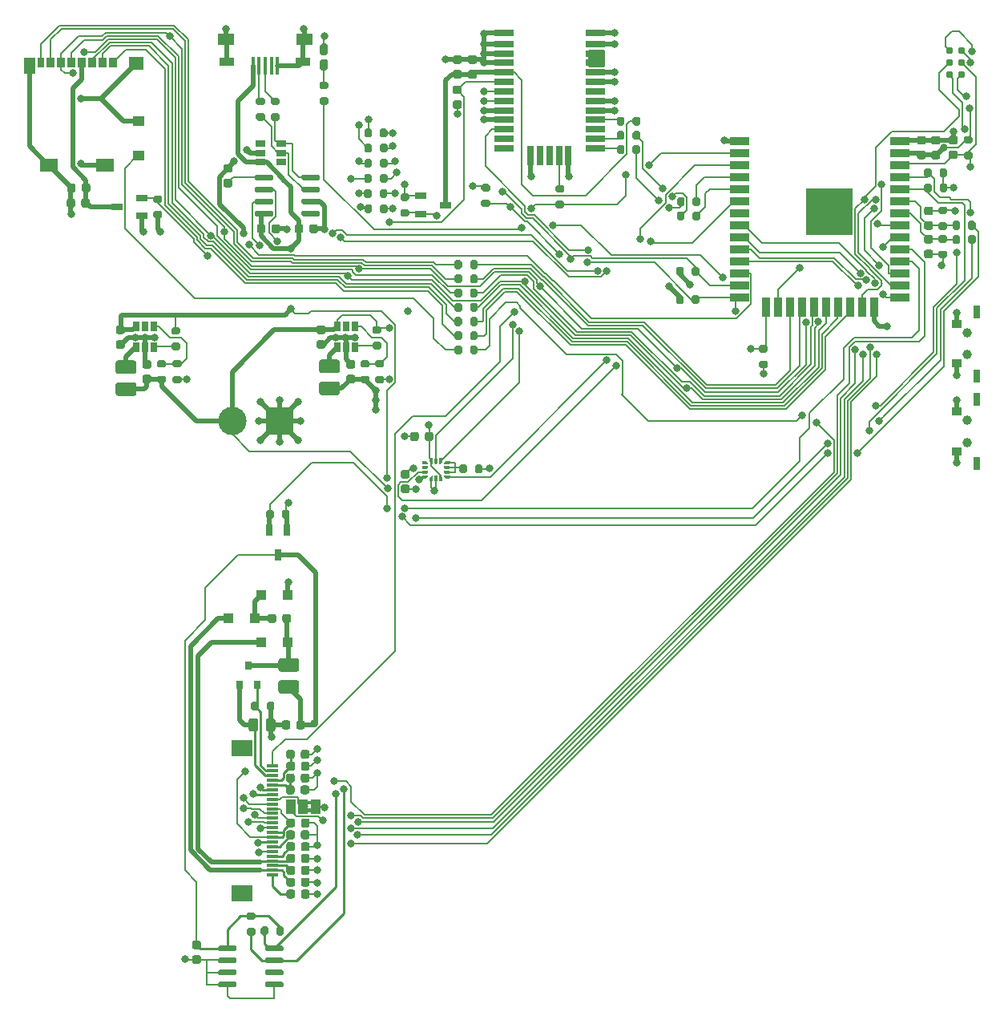
<source format=gbr>
%TF.GenerationSoftware,KiCad,Pcbnew,(5.1.8)-1*%
%TF.CreationDate,2021-02-03T00:49:59+01:00*%
%TF.ProjectId,Navi_2_0,4e617669-5f32-45f3-902e-6b696361645f,rev?*%
%TF.SameCoordinates,Original*%
%TF.FileFunction,Copper,L4,Bot*%
%TF.FilePolarity,Positive*%
%FSLAX46Y46*%
G04 Gerber Fmt 4.6, Leading zero omitted, Abs format (unit mm)*
G04 Created by KiCad (PCBNEW (5.1.8)-1) date 2021-02-03 00:49:59*
%MOMM*%
%LPD*%
G01*
G04 APERTURE LIST*
%TA.AperFunction,EtchedComponent*%
%ADD10C,0.100000*%
%TD*%
%TA.AperFunction,SMDPad,CuDef*%
%ADD11R,1.000000X1.500000*%
%TD*%
%TA.AperFunction,SMDPad,CuDef*%
%ADD12R,2.000000X0.900000*%
%TD*%
%TA.AperFunction,SMDPad,CuDef*%
%ADD13R,0.900000X2.000000*%
%TD*%
%TA.AperFunction,SMDPad,CuDef*%
%ADD14R,5.000000X5.000000*%
%TD*%
%TA.AperFunction,SMDPad,CuDef*%
%ADD15R,0.700000X2.150000*%
%TD*%
%TA.AperFunction,SMDPad,CuDef*%
%ADD16R,2.150000X0.700000*%
%TD*%
%TA.AperFunction,ConnectorPad*%
%ADD17C,0.787400*%
%TD*%
%TA.AperFunction,SMDPad,CuDef*%
%ADD18R,3.000000X3.000000*%
%TD*%
%TA.AperFunction,SMDPad,CuDef*%
%ADD19C,3.000000*%
%TD*%
%TA.AperFunction,SMDPad,CuDef*%
%ADD20R,1.650000X0.900000*%
%TD*%
%TA.AperFunction,SMDPad,CuDef*%
%ADD21R,1.690000X1.300000*%
%TD*%
%TA.AperFunction,SMDPad,CuDef*%
%ADD22R,0.400000X1.850000*%
%TD*%
%TA.AperFunction,SMDPad,CuDef*%
%ADD23C,0.100000*%
%TD*%
%TA.AperFunction,SMDPad,CuDef*%
%ADD24R,0.650000X1.060000*%
%TD*%
%TA.AperFunction,WasherPad*%
%ADD25C,1.000000*%
%TD*%
%TA.AperFunction,SMDPad,CuDef*%
%ADD26R,1.000000X0.900000*%
%TD*%
%TA.AperFunction,SMDPad,CuDef*%
%ADD27R,0.800000X1.450000*%
%TD*%
%TA.AperFunction,SMDPad,CuDef*%
%ADD28R,1.220000X0.650000*%
%TD*%
%TA.AperFunction,SMDPad,CuDef*%
%ADD29R,0.800000X0.900000*%
%TD*%
%TA.AperFunction,SMDPad,CuDef*%
%ADD30R,0.650000X1.220000*%
%TD*%
%TA.AperFunction,SMDPad,CuDef*%
%ADD31R,1.900000X1.350000*%
%TD*%
%TA.AperFunction,SMDPad,CuDef*%
%ADD32R,1.200000X1.000000*%
%TD*%
%TA.AperFunction,SMDPad,CuDef*%
%ADD33R,1.550000X1.350000*%
%TD*%
%TA.AperFunction,SMDPad,CuDef*%
%ADD34R,1.170000X1.800000*%
%TD*%
%TA.AperFunction,SMDPad,CuDef*%
%ADD35R,0.850000X1.100000*%
%TD*%
%TA.AperFunction,SMDPad,CuDef*%
%ADD36R,0.750000X1.100000*%
%TD*%
%TA.AperFunction,SMDPad,CuDef*%
%ADD37R,1.300000X0.300000*%
%TD*%
%TA.AperFunction,SMDPad,CuDef*%
%ADD38R,2.200000X1.800000*%
%TD*%
%TA.AperFunction,SMDPad,CuDef*%
%ADD39R,1.100000X1.100000*%
%TD*%
%TA.AperFunction,SMDPad,CuDef*%
%ADD40R,1.060000X0.650000*%
%TD*%
%TA.AperFunction,ViaPad*%
%ADD41C,0.800000*%
%TD*%
%TA.AperFunction,Conductor*%
%ADD42C,0.500000*%
%TD*%
%TA.AperFunction,Conductor*%
%ADD43C,0.200000*%
%TD*%
%TA.AperFunction,Conductor*%
%ADD44C,0.250000*%
%TD*%
%TA.AperFunction,Conductor*%
%ADD45C,0.254000*%
%TD*%
%TA.AperFunction,Conductor*%
%ADD46C,0.100000*%
%TD*%
G04 APERTURE END LIST*
D10*
%TO.C,JP1*%
G36*
X69600000Y-113100000D02*
G01*
X69100000Y-113100000D01*
X69100000Y-113500000D01*
X69600000Y-113500000D01*
X69600000Y-113100000D01*
G37*
G36*
X69600000Y-113900000D02*
G01*
X69100000Y-113900000D01*
X69100000Y-114300000D01*
X69600000Y-114300000D01*
X69600000Y-113900000D01*
G37*
%TD*%
%TO.P,R45,2*%
%TO.N,Net-(J27-Pad7)*%
%TA.AperFunction,SMDPad,CuDef*%
G36*
G01*
X85500000Y-57725000D02*
X85500000Y-58275000D01*
G75*
G02*
X85300000Y-58475000I-200000J0D01*
G01*
X84900000Y-58475000D01*
G75*
G02*
X84700000Y-58275000I0J200000D01*
G01*
X84700000Y-57725000D01*
G75*
G02*
X84900000Y-57525000I200000J0D01*
G01*
X85300000Y-57525000D01*
G75*
G02*
X85500000Y-57725000I0J-200000D01*
G01*
G37*
%TD.AperFunction*%
%TO.P,R45,1*%
%TO.N,SD_DAT0*%
%TA.AperFunction,SMDPad,CuDef*%
G36*
G01*
X87150000Y-57725000D02*
X87150000Y-58275000D01*
G75*
G02*
X86950000Y-58475000I-200000J0D01*
G01*
X86550000Y-58475000D01*
G75*
G02*
X86350000Y-58275000I0J200000D01*
G01*
X86350000Y-57725000D01*
G75*
G02*
X86550000Y-57525000I200000J0D01*
G01*
X86950000Y-57525000D01*
G75*
G02*
X87150000Y-57725000I0J-200000D01*
G01*
G37*
%TD.AperFunction*%
%TD*%
%TO.P,R47,2*%
%TO.N,Net-(J27-Pad10)*%
%TA.AperFunction,SMDPad,CuDef*%
G36*
G01*
X85500000Y-65225000D02*
X85500000Y-65775000D01*
G75*
G02*
X85300000Y-65975000I-200000J0D01*
G01*
X84900000Y-65975000D01*
G75*
G02*
X84700000Y-65775000I0J200000D01*
G01*
X84700000Y-65225000D01*
G75*
G02*
X84900000Y-65025000I200000J0D01*
G01*
X85300000Y-65025000D01*
G75*
G02*
X85500000Y-65225000I0J-200000D01*
G01*
G37*
%TD.AperFunction*%
%TO.P,R47,1*%
%TO.N,SD_nDET*%
%TA.AperFunction,SMDPad,CuDef*%
G36*
G01*
X87150000Y-65225000D02*
X87150000Y-65775000D01*
G75*
G02*
X86950000Y-65975000I-200000J0D01*
G01*
X86550000Y-65975000D01*
G75*
G02*
X86350000Y-65775000I0J200000D01*
G01*
X86350000Y-65225000D01*
G75*
G02*
X86550000Y-65025000I200000J0D01*
G01*
X86950000Y-65025000D01*
G75*
G02*
X87150000Y-65225000I0J-200000D01*
G01*
G37*
%TD.AperFunction*%
%TD*%
%TO.P,R46,2*%
%TO.N,Net-(J27-Pad8)*%
%TA.AperFunction,SMDPad,CuDef*%
G36*
G01*
X85500000Y-56225000D02*
X85500000Y-56775000D01*
G75*
G02*
X85300000Y-56975000I-200000J0D01*
G01*
X84900000Y-56975000D01*
G75*
G02*
X84700000Y-56775000I0J200000D01*
G01*
X84700000Y-56225000D01*
G75*
G02*
X84900000Y-56025000I200000J0D01*
G01*
X85300000Y-56025000D01*
G75*
G02*
X85500000Y-56225000I0J-200000D01*
G01*
G37*
%TD.AperFunction*%
%TO.P,R46,1*%
%TO.N,SD_DAT1*%
%TA.AperFunction,SMDPad,CuDef*%
G36*
G01*
X87150000Y-56225000D02*
X87150000Y-56775000D01*
G75*
G02*
X86950000Y-56975000I-200000J0D01*
G01*
X86550000Y-56975000D01*
G75*
G02*
X86350000Y-56775000I0J200000D01*
G01*
X86350000Y-56225000D01*
G75*
G02*
X86550000Y-56025000I200000J0D01*
G01*
X86950000Y-56025000D01*
G75*
G02*
X87150000Y-56225000I0J-200000D01*
G01*
G37*
%TD.AperFunction*%
%TD*%
%TO.P,R44,2*%
%TO.N,Net-(J27-Pad5)*%
%TA.AperFunction,SMDPad,CuDef*%
G36*
G01*
X85500000Y-59225000D02*
X85500000Y-59775000D01*
G75*
G02*
X85300000Y-59975000I-200000J0D01*
G01*
X84900000Y-59975000D01*
G75*
G02*
X84700000Y-59775000I0J200000D01*
G01*
X84700000Y-59225000D01*
G75*
G02*
X84900000Y-59025000I200000J0D01*
G01*
X85300000Y-59025000D01*
G75*
G02*
X85500000Y-59225000I0J-200000D01*
G01*
G37*
%TD.AperFunction*%
%TO.P,R44,1*%
%TO.N,SD_CLK*%
%TA.AperFunction,SMDPad,CuDef*%
G36*
G01*
X87150000Y-59225000D02*
X87150000Y-59775000D01*
G75*
G02*
X86950000Y-59975000I-200000J0D01*
G01*
X86550000Y-59975000D01*
G75*
G02*
X86350000Y-59775000I0J200000D01*
G01*
X86350000Y-59225000D01*
G75*
G02*
X86550000Y-59025000I200000J0D01*
G01*
X86950000Y-59025000D01*
G75*
G02*
X87150000Y-59225000I0J-200000D01*
G01*
G37*
%TD.AperFunction*%
%TD*%
%TO.P,R43,2*%
%TO.N,Net-(J27-Pad3)*%
%TA.AperFunction,SMDPad,CuDef*%
G36*
G01*
X85500000Y-60725000D02*
X85500000Y-61275000D01*
G75*
G02*
X85300000Y-61475000I-200000J0D01*
G01*
X84900000Y-61475000D01*
G75*
G02*
X84700000Y-61275000I0J200000D01*
G01*
X84700000Y-60725000D01*
G75*
G02*
X84900000Y-60525000I200000J0D01*
G01*
X85300000Y-60525000D01*
G75*
G02*
X85500000Y-60725000I0J-200000D01*
G01*
G37*
%TD.AperFunction*%
%TO.P,R43,1*%
%TO.N,SD_nCS*%
%TA.AperFunction,SMDPad,CuDef*%
G36*
G01*
X87150000Y-60725000D02*
X87150000Y-61275000D01*
G75*
G02*
X86950000Y-61475000I-200000J0D01*
G01*
X86550000Y-61475000D01*
G75*
G02*
X86350000Y-61275000I0J200000D01*
G01*
X86350000Y-60725000D01*
G75*
G02*
X86550000Y-60525000I200000J0D01*
G01*
X86950000Y-60525000D01*
G75*
G02*
X87150000Y-60725000I0J-200000D01*
G01*
G37*
%TD.AperFunction*%
%TD*%
%TO.P,R42,2*%
%TO.N,Net-(J27-Pad2)*%
%TA.AperFunction,SMDPad,CuDef*%
G36*
G01*
X85500000Y-62225000D02*
X85500000Y-62775000D01*
G75*
G02*
X85300000Y-62975000I-200000J0D01*
G01*
X84900000Y-62975000D01*
G75*
G02*
X84700000Y-62775000I0J200000D01*
G01*
X84700000Y-62225000D01*
G75*
G02*
X84900000Y-62025000I200000J0D01*
G01*
X85300000Y-62025000D01*
G75*
G02*
X85500000Y-62225000I0J-200000D01*
G01*
G37*
%TD.AperFunction*%
%TO.P,R42,1*%
%TO.N,SD_DAT3*%
%TA.AperFunction,SMDPad,CuDef*%
G36*
G01*
X87150000Y-62225000D02*
X87150000Y-62775000D01*
G75*
G02*
X86950000Y-62975000I-200000J0D01*
G01*
X86550000Y-62975000D01*
G75*
G02*
X86350000Y-62775000I0J200000D01*
G01*
X86350000Y-62225000D01*
G75*
G02*
X86550000Y-62025000I200000J0D01*
G01*
X86950000Y-62025000D01*
G75*
G02*
X87150000Y-62225000I0J-200000D01*
G01*
G37*
%TD.AperFunction*%
%TD*%
%TO.P,R41,2*%
%TO.N,Net-(J27-Pad1)*%
%TA.AperFunction,SMDPad,CuDef*%
G36*
G01*
X85500000Y-63725000D02*
X85500000Y-64275000D01*
G75*
G02*
X85300000Y-64475000I-200000J0D01*
G01*
X84900000Y-64475000D01*
G75*
G02*
X84700000Y-64275000I0J200000D01*
G01*
X84700000Y-63725000D01*
G75*
G02*
X84900000Y-63525000I200000J0D01*
G01*
X85300000Y-63525000D01*
G75*
G02*
X85500000Y-63725000I0J-200000D01*
G01*
G37*
%TD.AperFunction*%
%TO.P,R41,1*%
%TO.N,SD_DAT2*%
%TA.AperFunction,SMDPad,CuDef*%
G36*
G01*
X87150000Y-63725000D02*
X87150000Y-64275000D01*
G75*
G02*
X86950000Y-64475000I-200000J0D01*
G01*
X86550000Y-64475000D01*
G75*
G02*
X86350000Y-64275000I0J200000D01*
G01*
X86350000Y-63725000D01*
G75*
G02*
X86550000Y-63525000I200000J0D01*
G01*
X86950000Y-63525000D01*
G75*
G02*
X87150000Y-63725000I0J-200000D01*
G01*
G37*
%TD.AperFunction*%
%TD*%
D11*
%TO.P,JP1,2*%
%TO.N,Net-(J2-Pad17)*%
X68700000Y-113700000D03*
%TO.P,JP1,3*%
%TO.N,+3V3*%
X67400000Y-113700000D03*
%TO.P,JP1,1*%
%TO.N,GND*%
X70000000Y-113700000D03*
%TD*%
D12*
%TO.P,U3,38*%
%TO.N,GND*%
X114800000Y-43445000D03*
%TO.P,U3,37*%
%TO.N,EINK_EEPROM_~EN*%
X114800000Y-44715000D03*
%TO.P,U3,36*%
%TO.N,G_INT2*%
X114800000Y-45985000D03*
%TO.P,U3,35*%
%TO.N,Net-(R19-Pad1)*%
X114800000Y-47255000D03*
%TO.P,U3,34*%
%TO.N,Net-(R20-Pad1)*%
X114800000Y-48525000D03*
%TO.P,U3,33*%
%TO.N,G_INT1*%
X114800000Y-49795000D03*
%TO.P,U3,32*%
%TO.N,N/C*%
X114800000Y-51065000D03*
%TO.P,U3,31*%
%TO.N,EINK_SPI_MISO*%
X114800000Y-52335000D03*
%TO.P,U3,30*%
%TO.N,EINK_SPI_CLK*%
X114800000Y-53605000D03*
%TO.P,U3,29*%
%TO.N,EINK_~CS*%
X114800000Y-54875000D03*
%TO.P,U3,28*%
%TO.N,EINK_SPI_MOSI*%
X114800000Y-56145000D03*
%TO.P,U3,27*%
%TO.N,SD_VCC_nEN*%
X114800000Y-57415000D03*
%TO.P,U3,26*%
%TO.N,I2C_CLK*%
X114800000Y-58685000D03*
%TO.P,U3,25*%
%TO.N,I2C_DAT*%
X114800000Y-59955000D03*
D13*
%TO.P,U3,24*%
%TO.N,Net-(R17-Pad2)*%
X117585000Y-60955000D03*
%TO.P,U3,23*%
%TO.N,JTAG_TDO*%
X118855000Y-60955000D03*
%TO.P,U3,22*%
%TO.N,SD_DAT1*%
X120125000Y-60955000D03*
%TO.P,U3,21*%
%TO.N,SD_DAT0*%
X121395000Y-60955000D03*
%TO.P,U3,20*%
%TO.N,SD_CLK*%
X122665000Y-60955000D03*
%TO.P,U3,19*%
%TO.N,SD_nCS*%
X123935000Y-60955000D03*
%TO.P,U3,18*%
%TO.N,SD_DAT3*%
X125205000Y-60955000D03*
%TO.P,U3,17*%
%TO.N,SD_DAT2*%
X126475000Y-60955000D03*
%TO.P,U3,16*%
%TO.N,JTAG_TCK*%
X127745000Y-60955000D03*
%TO.P,U3,15*%
%TO.N,GND*%
X129015000Y-60955000D03*
D12*
%TO.P,U3,14*%
%TO.N,Net-(R36-Pad1)*%
X131800000Y-59955000D03*
%TO.P,U3,13*%
%TO.N,JTAG_TMS*%
X131800000Y-58685000D03*
%TO.P,U3,12*%
%TO.N,Net-(R40-Pad1)*%
X131800000Y-57415000D03*
%TO.P,U3,11*%
%TO.N,EINK_VCC_~EN*%
X131800000Y-56145000D03*
%TO.P,U3,10*%
%TO.N,EINK_DC*%
X131800000Y-54875000D03*
%TO.P,U3,9*%
%TO.N,Net-(R18-Pad2)*%
X131800000Y-53605000D03*
%TO.P,U3,8*%
%TO.N,GPS_VCC_nEN*%
X131800000Y-52335000D03*
%TO.P,U3,7*%
%TO.N,VIN_ADC*%
X131800000Y-51065000D03*
%TO.P,U3,6*%
%TO.N,VBAT_ADC*%
X131800000Y-49795000D03*
%TO.P,U3,5*%
%TO.N,EINK_STATE*%
X131800000Y-48525000D03*
%TO.P,U3,4*%
%TO.N,SD_nDET*%
X131800000Y-47255000D03*
%TO.P,U3,3*%
%TO.N,ESP_~RST*%
X131800000Y-45985000D03*
%TO.P,U3,2*%
%TO.N,+3V3*%
X131800000Y-44715000D03*
%TO.P,U3,1*%
%TO.N,GND*%
X131800000Y-43445000D03*
D14*
%TO.P,U3,39*%
X124300000Y-50945000D03*
%TD*%
%TO.P,R40,2*%
%TO.N,Net-(J8-Pad1)*%
%TA.AperFunction,SMDPad,CuDef*%
G36*
G01*
X75975000Y-42325000D02*
X75975000Y-42875000D01*
G75*
G02*
X75775000Y-43075000I-200000J0D01*
G01*
X75375000Y-43075000D01*
G75*
G02*
X75175000Y-42875000I0J200000D01*
G01*
X75175000Y-42325000D01*
G75*
G02*
X75375000Y-42125000I200000J0D01*
G01*
X75775000Y-42125000D01*
G75*
G02*
X75975000Y-42325000I0J-200000D01*
G01*
G37*
%TD.AperFunction*%
%TO.P,R40,1*%
%TO.N,Net-(R40-Pad1)*%
%TA.AperFunction,SMDPad,CuDef*%
G36*
G01*
X77625000Y-42325000D02*
X77625000Y-42875000D01*
G75*
G02*
X77425000Y-43075000I-200000J0D01*
G01*
X77025000Y-43075000D01*
G75*
G02*
X76825000Y-42875000I0J200000D01*
G01*
X76825000Y-42325000D01*
G75*
G02*
X77025000Y-42125000I200000J0D01*
G01*
X77425000Y-42125000D01*
G75*
G02*
X77625000Y-42325000I0J-200000D01*
G01*
G37*
%TD.AperFunction*%
%TD*%
%TO.P,R39,2*%
%TO.N,Net-(J7-Pad1)*%
%TA.AperFunction,SMDPad,CuDef*%
G36*
G01*
X75975000Y-47125000D02*
X75975000Y-47675000D01*
G75*
G02*
X75775000Y-47875000I-200000J0D01*
G01*
X75375000Y-47875000D01*
G75*
G02*
X75175000Y-47675000I0J200000D01*
G01*
X75175000Y-47125000D01*
G75*
G02*
X75375000Y-46925000I200000J0D01*
G01*
X75775000Y-46925000D01*
G75*
G02*
X75975000Y-47125000I0J-200000D01*
G01*
G37*
%TD.AperFunction*%
%TO.P,R39,1*%
%TO.N,JTAG_TDO*%
%TA.AperFunction,SMDPad,CuDef*%
G36*
G01*
X77625000Y-47125000D02*
X77625000Y-47675000D01*
G75*
G02*
X77425000Y-47875000I-200000J0D01*
G01*
X77025000Y-47875000D01*
G75*
G02*
X76825000Y-47675000I0J200000D01*
G01*
X76825000Y-47125000D01*
G75*
G02*
X77025000Y-46925000I200000J0D01*
G01*
X77425000Y-46925000D01*
G75*
G02*
X77625000Y-47125000I0J-200000D01*
G01*
G37*
%TD.AperFunction*%
%TD*%
%TO.P,R38,2*%
%TO.N,Net-(J6-Pad1)*%
%TA.AperFunction,SMDPad,CuDef*%
G36*
G01*
X75950000Y-48725000D02*
X75950000Y-49275000D01*
G75*
G02*
X75750000Y-49475000I-200000J0D01*
G01*
X75350000Y-49475000D01*
G75*
G02*
X75150000Y-49275000I0J200000D01*
G01*
X75150000Y-48725000D01*
G75*
G02*
X75350000Y-48525000I200000J0D01*
G01*
X75750000Y-48525000D01*
G75*
G02*
X75950000Y-48725000I0J-200000D01*
G01*
G37*
%TD.AperFunction*%
%TO.P,R38,1*%
%TO.N,JTAG_TMS*%
%TA.AperFunction,SMDPad,CuDef*%
G36*
G01*
X77600000Y-48725000D02*
X77600000Y-49275000D01*
G75*
G02*
X77400000Y-49475000I-200000J0D01*
G01*
X77000000Y-49475000D01*
G75*
G02*
X76800000Y-49275000I0J200000D01*
G01*
X76800000Y-48725000D01*
G75*
G02*
X77000000Y-48525000I200000J0D01*
G01*
X77400000Y-48525000D01*
G75*
G02*
X77600000Y-48725000I0J-200000D01*
G01*
G37*
%TD.AperFunction*%
%TD*%
%TO.P,R37,2*%
%TO.N,Net-(J5-Pad1)*%
%TA.AperFunction,SMDPad,CuDef*%
G36*
G01*
X75975000Y-43925000D02*
X75975000Y-44475000D01*
G75*
G02*
X75775000Y-44675000I-200000J0D01*
G01*
X75375000Y-44675000D01*
G75*
G02*
X75175000Y-44475000I0J200000D01*
G01*
X75175000Y-43925000D01*
G75*
G02*
X75375000Y-43725000I200000J0D01*
G01*
X75775000Y-43725000D01*
G75*
G02*
X75975000Y-43925000I0J-200000D01*
G01*
G37*
%TD.AperFunction*%
%TO.P,R37,1*%
%TO.N,JTAG_TCK*%
%TA.AperFunction,SMDPad,CuDef*%
G36*
G01*
X77625000Y-43925000D02*
X77625000Y-44475000D01*
G75*
G02*
X77425000Y-44675000I-200000J0D01*
G01*
X77025000Y-44675000D01*
G75*
G02*
X76825000Y-44475000I0J200000D01*
G01*
X76825000Y-43925000D01*
G75*
G02*
X77025000Y-43725000I200000J0D01*
G01*
X77425000Y-43725000D01*
G75*
G02*
X77625000Y-43925000I0J-200000D01*
G01*
G37*
%TD.AperFunction*%
%TD*%
%TO.P,R36,2*%
%TO.N,Net-(J4-Pad1)*%
%TA.AperFunction,SMDPad,CuDef*%
G36*
G01*
X76000000Y-50325000D02*
X76000000Y-50875000D01*
G75*
G02*
X75800000Y-51075000I-200000J0D01*
G01*
X75400000Y-51075000D01*
G75*
G02*
X75200000Y-50875000I0J200000D01*
G01*
X75200000Y-50325000D01*
G75*
G02*
X75400000Y-50125000I200000J0D01*
G01*
X75800000Y-50125000D01*
G75*
G02*
X76000000Y-50325000I0J-200000D01*
G01*
G37*
%TD.AperFunction*%
%TO.P,R36,1*%
%TO.N,Net-(R36-Pad1)*%
%TA.AperFunction,SMDPad,CuDef*%
G36*
G01*
X77650000Y-50325000D02*
X77650000Y-50875000D01*
G75*
G02*
X77450000Y-51075000I-200000J0D01*
G01*
X77050000Y-51075000D01*
G75*
G02*
X76850000Y-50875000I0J200000D01*
G01*
X76850000Y-50325000D01*
G75*
G02*
X77050000Y-50125000I200000J0D01*
G01*
X77450000Y-50125000D01*
G75*
G02*
X77650000Y-50325000I0J-200000D01*
G01*
G37*
%TD.AperFunction*%
%TD*%
%TO.P,R35,2*%
%TO.N,Net-(J3-Pad1)*%
%TA.AperFunction,SMDPad,CuDef*%
G36*
G01*
X75975000Y-45525000D02*
X75975000Y-46075000D01*
G75*
G02*
X75775000Y-46275000I-200000J0D01*
G01*
X75375000Y-46275000D01*
G75*
G02*
X75175000Y-46075000I0J200000D01*
G01*
X75175000Y-45525000D01*
G75*
G02*
X75375000Y-45325000I200000J0D01*
G01*
X75775000Y-45325000D01*
G75*
G02*
X75975000Y-45525000I0J-200000D01*
G01*
G37*
%TD.AperFunction*%
%TO.P,R35,1*%
%TO.N,Net-(R17-Pad2)*%
%TA.AperFunction,SMDPad,CuDef*%
G36*
G01*
X77625000Y-45525000D02*
X77625000Y-46075000D01*
G75*
G02*
X77425000Y-46275000I-200000J0D01*
G01*
X77025000Y-46275000D01*
G75*
G02*
X76825000Y-46075000I0J200000D01*
G01*
X76825000Y-45525000D01*
G75*
G02*
X77025000Y-45325000I200000J0D01*
G01*
X77425000Y-45325000D01*
G75*
G02*
X77625000Y-45525000I0J-200000D01*
G01*
G37*
%TD.AperFunction*%
%TD*%
%TO.P,C32,2*%
%TO.N,GPS_SUPPLY*%
%TA.AperFunction,SMDPad,CuDef*%
G36*
G01*
X84750000Y-35950000D02*
X85250000Y-35950000D01*
G75*
G02*
X85475000Y-36175000I0J-225000D01*
G01*
X85475000Y-36625000D01*
G75*
G02*
X85250000Y-36850000I-225000J0D01*
G01*
X84750000Y-36850000D01*
G75*
G02*
X84525000Y-36625000I0J225000D01*
G01*
X84525000Y-36175000D01*
G75*
G02*
X84750000Y-35950000I225000J0D01*
G01*
G37*
%TD.AperFunction*%
%TO.P,C32,1*%
%TO.N,GND*%
%TA.AperFunction,SMDPad,CuDef*%
G36*
G01*
X84750000Y-34400000D02*
X85250000Y-34400000D01*
G75*
G02*
X85475000Y-34625000I0J-225000D01*
G01*
X85475000Y-35075000D01*
G75*
G02*
X85250000Y-35300000I-225000J0D01*
G01*
X84750000Y-35300000D01*
G75*
G02*
X84525000Y-35075000I0J225000D01*
G01*
X84525000Y-34625000D01*
G75*
G02*
X84750000Y-34400000I225000J0D01*
G01*
G37*
%TD.AperFunction*%
%TD*%
%TO.P,C33,2*%
%TO.N,GPS_SUPPLY*%
%TA.AperFunction,SMDPad,CuDef*%
G36*
G01*
X86350000Y-35950000D02*
X86850000Y-35950000D01*
G75*
G02*
X87075000Y-36175000I0J-225000D01*
G01*
X87075000Y-36625000D01*
G75*
G02*
X86850000Y-36850000I-225000J0D01*
G01*
X86350000Y-36850000D01*
G75*
G02*
X86125000Y-36625000I0J225000D01*
G01*
X86125000Y-36175000D01*
G75*
G02*
X86350000Y-35950000I225000J0D01*
G01*
G37*
%TD.AperFunction*%
%TO.P,C33,1*%
%TO.N,GND*%
%TA.AperFunction,SMDPad,CuDef*%
G36*
G01*
X86350000Y-34400000D02*
X86850000Y-34400000D01*
G75*
G02*
X87075000Y-34625000I0J-225000D01*
G01*
X87075000Y-35075000D01*
G75*
G02*
X86850000Y-35300000I-225000J0D01*
G01*
X86350000Y-35300000D01*
G75*
G02*
X86125000Y-35075000I0J225000D01*
G01*
X86125000Y-34625000D01*
G75*
G02*
X86350000Y-34400000I225000J0D01*
G01*
G37*
%TD.AperFunction*%
%TD*%
%TO.P,C31,2*%
%TO.N,GND*%
%TA.AperFunction,SMDPad,CuDef*%
G36*
G01*
X84750000Y-39150000D02*
X85250000Y-39150000D01*
G75*
G02*
X85475000Y-39375000I0J-225000D01*
G01*
X85475000Y-39825000D01*
G75*
G02*
X85250000Y-40050000I-225000J0D01*
G01*
X84750000Y-40050000D01*
G75*
G02*
X84525000Y-39825000I0J225000D01*
G01*
X84525000Y-39375000D01*
G75*
G02*
X84750000Y-39150000I225000J0D01*
G01*
G37*
%TD.AperFunction*%
%TO.P,C31,1*%
%TO.N,+BATT*%
%TA.AperFunction,SMDPad,CuDef*%
G36*
G01*
X84750000Y-37600000D02*
X85250000Y-37600000D01*
G75*
G02*
X85475000Y-37825000I0J-225000D01*
G01*
X85475000Y-38275000D01*
G75*
G02*
X85250000Y-38500000I-225000J0D01*
G01*
X84750000Y-38500000D01*
G75*
G02*
X84525000Y-38275000I0J225000D01*
G01*
X84525000Y-37825000D01*
G75*
G02*
X84750000Y-37600000I225000J0D01*
G01*
G37*
%TD.AperFunction*%
%TD*%
D15*
%TO.P,U5,31*%
%TO.N,GND*%
X92750000Y-45000000D03*
%TO.P,U5,30*%
%TO.N,N/C*%
X93750000Y-45000000D03*
%TO.P,U5,29*%
X94750000Y-45000000D03*
%TO.P,U5,28*%
%TO.N,Net-(R25-Pad2)*%
X95750000Y-45000000D03*
%TO.P,U5,27*%
%TO.N,GND*%
X96750000Y-45000000D03*
D16*
%TO.P,U5,26*%
%TO.N,Net-(R23-Pad2)*%
X99550000Y-44200000D03*
%TO.P,U5,25*%
%TO.N,Net-(R24-Pad2)*%
X99550000Y-43200000D03*
%TO.P,U5,24*%
%TO.N,N/C*%
X99550000Y-42200000D03*
%TO.P,U5,23*%
%TO.N,Net-(R22-Pad2)*%
X99550000Y-41200000D03*
%TO.P,U5,22*%
%TO.N,GND*%
X99550000Y-40200000D03*
%TO.P,U5,21*%
X99550000Y-39200000D03*
%TO.P,U5,20*%
%TO.N,N/C*%
X99550000Y-38200000D03*
%TO.P,U5,19*%
%TO.N,GND*%
X99550000Y-37200000D03*
%TO.P,U5,18*%
X99550000Y-36200000D03*
%TO.P,U5,17*%
%TO.N,Net-(U5-Pad16)*%
X99550000Y-35200000D03*
%TO.P,U5,16*%
X99550000Y-34200000D03*
%TO.P,U5,15*%
%TO.N,GND*%
X99550000Y-33200000D03*
%TO.P,U5,14*%
X99550000Y-32050000D03*
%TO.P,U5,13*%
X89950000Y-32050000D03*
%TO.P,U5,12*%
X89950000Y-33200000D03*
%TO.P,U5,11*%
X89950000Y-34200000D03*
%TO.P,U5,10*%
X89950000Y-35200000D03*
%TO.P,U5,9*%
%TO.N,GPS_SUPPLY*%
X89950000Y-36200000D03*
%TO.P,U5,8*%
%TO.N,+BATT*%
X89950000Y-37200000D03*
%TO.P,U5,7*%
%TO.N,Net-(R26-Pad2)*%
X89950000Y-38200000D03*
%TO.P,U5,6*%
%TO.N,I2C_CLK*%
X89950000Y-39200000D03*
%TO.P,U5,5*%
%TO.N,GND*%
X89950000Y-40200000D03*
%TO.P,U5,4*%
X89950000Y-41200000D03*
%TO.P,U5,3*%
%TO.N,I2C_DAT*%
X89950000Y-42200000D03*
%TO.P,U5,2*%
%TO.N,N/C*%
X89950000Y-43200000D03*
%TO.P,U5,1*%
X89950000Y-44200000D03*
%TD*%
D17*
%TO.P,J23,6*%
%TO.N,JTAG_TDO*%
X136999000Y-36430000D03*
%TO.P,J23,5*%
%TO.N,GND*%
X138269000Y-36430000D03*
%TO.P,J23,4*%
%TO.N,JTAG_TCK*%
X136999000Y-35160000D03*
%TO.P,J23,3*%
%TO.N,ESP_~RST*%
X138269000Y-35160000D03*
%TO.P,J23,2*%
%TO.N,JTAG_TMS*%
X136999000Y-33890000D03*
%TO.P,J23,1*%
%TO.N,+3V3*%
X138269000Y-33890000D03*
%TD*%
%TO.P,R24,2*%
%TO.N,Net-(R24-Pad2)*%
%TA.AperFunction,SMDPad,CuDef*%
G36*
G01*
X102675000Y-42575000D02*
X102675000Y-43125000D01*
G75*
G02*
X102475000Y-43325000I-200000J0D01*
G01*
X102075000Y-43325000D01*
G75*
G02*
X101875000Y-43125000I0J200000D01*
G01*
X101875000Y-42575000D01*
G75*
G02*
X102075000Y-42375000I200000J0D01*
G01*
X102475000Y-42375000D01*
G75*
G02*
X102675000Y-42575000I0J-200000D01*
G01*
G37*
%TD.AperFunction*%
%TO.P,R24,1*%
%TO.N,UART1_TX*%
%TA.AperFunction,SMDPad,CuDef*%
G36*
G01*
X104325000Y-42575000D02*
X104325000Y-43125000D01*
G75*
G02*
X104125000Y-43325000I-200000J0D01*
G01*
X103725000Y-43325000D01*
G75*
G02*
X103525000Y-43125000I0J200000D01*
G01*
X103525000Y-42575000D01*
G75*
G02*
X103725000Y-42375000I200000J0D01*
G01*
X104125000Y-42375000D01*
G75*
G02*
X104325000Y-42575000I0J-200000D01*
G01*
G37*
%TD.AperFunction*%
%TD*%
%TO.P,R23,2*%
%TO.N,Net-(R23-Pad2)*%
%TA.AperFunction,SMDPad,CuDef*%
G36*
G01*
X102675000Y-44075000D02*
X102675000Y-44625000D01*
G75*
G02*
X102475000Y-44825000I-200000J0D01*
G01*
X102075000Y-44825000D01*
G75*
G02*
X101875000Y-44625000I0J200000D01*
G01*
X101875000Y-44075000D01*
G75*
G02*
X102075000Y-43875000I200000J0D01*
G01*
X102475000Y-43875000D01*
G75*
G02*
X102675000Y-44075000I0J-200000D01*
G01*
G37*
%TD.AperFunction*%
%TO.P,R23,1*%
%TO.N,UART1_RX*%
%TA.AperFunction,SMDPad,CuDef*%
G36*
G01*
X104325000Y-44075000D02*
X104325000Y-44625000D01*
G75*
G02*
X104125000Y-44825000I-200000J0D01*
G01*
X103725000Y-44825000D01*
G75*
G02*
X103525000Y-44625000I0J200000D01*
G01*
X103525000Y-44075000D01*
G75*
G02*
X103725000Y-43875000I200000J0D01*
G01*
X104125000Y-43875000D01*
G75*
G02*
X104325000Y-44075000I0J-200000D01*
G01*
G37*
%TD.AperFunction*%
%TD*%
%TO.P,R22,2*%
%TO.N,Net-(R22-Pad2)*%
%TA.AperFunction,SMDPad,CuDef*%
G36*
G01*
X102675000Y-41075000D02*
X102675000Y-41625000D01*
G75*
G02*
X102475000Y-41825000I-200000J0D01*
G01*
X102075000Y-41825000D01*
G75*
G02*
X101875000Y-41625000I0J200000D01*
G01*
X101875000Y-41075000D01*
G75*
G02*
X102075000Y-40875000I200000J0D01*
G01*
X102475000Y-40875000D01*
G75*
G02*
X102675000Y-41075000I0J-200000D01*
G01*
G37*
%TD.AperFunction*%
%TO.P,R22,1*%
%TO.N,GPS_SUPPLY*%
%TA.AperFunction,SMDPad,CuDef*%
G36*
G01*
X104325000Y-41075000D02*
X104325000Y-41625000D01*
G75*
G02*
X104125000Y-41825000I-200000J0D01*
G01*
X103725000Y-41825000D01*
G75*
G02*
X103525000Y-41625000I0J200000D01*
G01*
X103525000Y-41075000D01*
G75*
G02*
X103725000Y-40875000I200000J0D01*
G01*
X104125000Y-40875000D01*
G75*
G02*
X104325000Y-41075000I0J-200000D01*
G01*
G37*
%TD.AperFunction*%
%TD*%
%TO.P,R25,2*%
%TO.N,Net-(R25-Pad2)*%
%TA.AperFunction,SMDPad,CuDef*%
G36*
G01*
X96125000Y-48900000D02*
X95575000Y-48900000D01*
G75*
G02*
X95375000Y-48700000I0J200000D01*
G01*
X95375000Y-48300000D01*
G75*
G02*
X95575000Y-48100000I200000J0D01*
G01*
X96125000Y-48100000D01*
G75*
G02*
X96325000Y-48300000I0J-200000D01*
G01*
X96325000Y-48700000D01*
G75*
G02*
X96125000Y-48900000I-200000J0D01*
G01*
G37*
%TD.AperFunction*%
%TO.P,R25,1*%
%TO.N,EINK_EEPROM_~EN*%
%TA.AperFunction,SMDPad,CuDef*%
G36*
G01*
X96125000Y-50550000D02*
X95575000Y-50550000D01*
G75*
G02*
X95375000Y-50350000I0J200000D01*
G01*
X95375000Y-49950000D01*
G75*
G02*
X95575000Y-49750000I200000J0D01*
G01*
X96125000Y-49750000D01*
G75*
G02*
X96325000Y-49950000I0J-200000D01*
G01*
X96325000Y-50350000D01*
G75*
G02*
X96125000Y-50550000I-200000J0D01*
G01*
G37*
%TD.AperFunction*%
%TD*%
D18*
%TO.P,J10,1*%
%TO.N,GND*%
X66250000Y-73000000D03*
%TD*%
D19*
%TO.P,J9,1*%
%TO.N,+BATT*%
X61200000Y-73000000D03*
%TD*%
%TO.P,R17,2*%
%TO.N,Net-(R17-Pad2)*%
%TA.AperFunction,SMDPad,CuDef*%
G36*
G01*
X117625000Y-65775000D02*
X117075000Y-65775000D01*
G75*
G02*
X116875000Y-65575000I0J200000D01*
G01*
X116875000Y-65175000D01*
G75*
G02*
X117075000Y-64975000I200000J0D01*
G01*
X117625000Y-64975000D01*
G75*
G02*
X117825000Y-65175000I0J-200000D01*
G01*
X117825000Y-65575000D01*
G75*
G02*
X117625000Y-65775000I-200000J0D01*
G01*
G37*
%TD.AperFunction*%
%TO.P,R17,1*%
%TO.N,GND*%
%TA.AperFunction,SMDPad,CuDef*%
G36*
G01*
X117625000Y-67425000D02*
X117075000Y-67425000D01*
G75*
G02*
X116875000Y-67225000I0J200000D01*
G01*
X116875000Y-66825000D01*
G75*
G02*
X117075000Y-66625000I200000J0D01*
G01*
X117625000Y-66625000D01*
G75*
G02*
X117825000Y-66825000I0J-200000D01*
G01*
X117825000Y-67225000D01*
G75*
G02*
X117625000Y-67425000I-200000J0D01*
G01*
G37*
%TD.AperFunction*%
%TD*%
D20*
%TO.P,J1,6*%
%TO.N,GND*%
X60675000Y-35050000D03*
X68725000Y-35050000D03*
D21*
X68815000Y-32690000D03*
X60585000Y-32690000D03*
D22*
%TO.P,J1,5*%
X66000000Y-35525000D03*
%TO.P,J1,4*%
%TO.N,N/C*%
X65350000Y-35525000D03*
%TO.P,J1,3*%
%TO.N,Net-(J1-Pad3)*%
X64700000Y-35525000D03*
%TO.P,J1,2*%
%TO.N,Net-(J1-Pad2)*%
X64050000Y-35525000D03*
%TO.P,J1,1*%
%TO.N,+5V*%
X63400000Y-35525000D03*
%TD*%
%TO.P,U7,8*%
%TO.N,EINK_VCC*%
%TA.AperFunction,SMDPad,CuDef*%
G36*
G01*
X61700000Y-128545000D02*
X61700000Y-128845000D01*
G75*
G02*
X61550000Y-128995000I-150000J0D01*
G01*
X59900000Y-128995000D01*
G75*
G02*
X59750000Y-128845000I0J150000D01*
G01*
X59750000Y-128545000D01*
G75*
G02*
X59900000Y-128395000I150000J0D01*
G01*
X61550000Y-128395000D01*
G75*
G02*
X61700000Y-128545000I0J-150000D01*
G01*
G37*
%TD.AperFunction*%
%TO.P,U7,7*%
%TO.N,GND*%
%TA.AperFunction,SMDPad,CuDef*%
G36*
G01*
X61700000Y-129815000D02*
X61700000Y-130115000D01*
G75*
G02*
X61550000Y-130265000I-150000J0D01*
G01*
X59900000Y-130265000D01*
G75*
G02*
X59750000Y-130115000I0J150000D01*
G01*
X59750000Y-129815000D01*
G75*
G02*
X59900000Y-129665000I150000J0D01*
G01*
X61550000Y-129665000D01*
G75*
G02*
X61700000Y-129815000I0J-150000D01*
G01*
G37*
%TD.AperFunction*%
%TO.P,U7,6*%
%TA.AperFunction,SMDPad,CuDef*%
G36*
G01*
X61700000Y-131085000D02*
X61700000Y-131385000D01*
G75*
G02*
X61550000Y-131535000I-150000J0D01*
G01*
X59900000Y-131535000D01*
G75*
G02*
X59750000Y-131385000I0J150000D01*
G01*
X59750000Y-131085000D01*
G75*
G02*
X59900000Y-130935000I150000J0D01*
G01*
X61550000Y-130935000D01*
G75*
G02*
X61700000Y-131085000I0J-150000D01*
G01*
G37*
%TD.AperFunction*%
%TO.P,U7,5*%
%TA.AperFunction,SMDPad,CuDef*%
G36*
G01*
X61700000Y-132355000D02*
X61700000Y-132655000D01*
G75*
G02*
X61550000Y-132805000I-150000J0D01*
G01*
X59900000Y-132805000D01*
G75*
G02*
X59750000Y-132655000I0J150000D01*
G01*
X59750000Y-132355000D01*
G75*
G02*
X59900000Y-132205000I150000J0D01*
G01*
X61550000Y-132205000D01*
G75*
G02*
X61700000Y-132355000I0J-150000D01*
G01*
G37*
%TD.AperFunction*%
%TO.P,U7,4*%
%TA.AperFunction,SMDPad,CuDef*%
G36*
G01*
X66650000Y-132355000D02*
X66650000Y-132655000D01*
G75*
G02*
X66500000Y-132805000I-150000J0D01*
G01*
X64850000Y-132805000D01*
G75*
G02*
X64700000Y-132655000I0J150000D01*
G01*
X64700000Y-132355000D01*
G75*
G02*
X64850000Y-132205000I150000J0D01*
G01*
X66500000Y-132205000D01*
G75*
G02*
X66650000Y-132355000I0J-150000D01*
G01*
G37*
%TD.AperFunction*%
%TO.P,U7,3*%
%TO.N,N/C*%
%TA.AperFunction,SMDPad,CuDef*%
G36*
G01*
X66650000Y-131085000D02*
X66650000Y-131385000D01*
G75*
G02*
X66500000Y-131535000I-150000J0D01*
G01*
X64850000Y-131535000D01*
G75*
G02*
X64700000Y-131385000I0J150000D01*
G01*
X64700000Y-131085000D01*
G75*
G02*
X64850000Y-130935000I150000J0D01*
G01*
X66500000Y-130935000D01*
G75*
G02*
X66650000Y-131085000I0J-150000D01*
G01*
G37*
%TD.AperFunction*%
%TO.P,U7,2*%
%TO.N,Net-(J2-Pad19)*%
%TA.AperFunction,SMDPad,CuDef*%
G36*
G01*
X66650000Y-129815000D02*
X66650000Y-130115000D01*
G75*
G02*
X66500000Y-130265000I-150000J0D01*
G01*
X64850000Y-130265000D01*
G75*
G02*
X64700000Y-130115000I0J150000D01*
G01*
X64700000Y-129815000D01*
G75*
G02*
X64850000Y-129665000I150000J0D01*
G01*
X66500000Y-129665000D01*
G75*
G02*
X66650000Y-129815000I0J-150000D01*
G01*
G37*
%TD.AperFunction*%
%TO.P,U7,1*%
%TO.N,Net-(J2-Pad18)*%
%TA.AperFunction,SMDPad,CuDef*%
G36*
G01*
X66650000Y-128545000D02*
X66650000Y-128845000D01*
G75*
G02*
X66500000Y-128995000I-150000J0D01*
G01*
X64850000Y-128995000D01*
G75*
G02*
X64700000Y-128845000I0J150000D01*
G01*
X64700000Y-128545000D01*
G75*
G02*
X64850000Y-128395000I150000J0D01*
G01*
X66500000Y-128395000D01*
G75*
G02*
X66650000Y-128545000I0J-150000D01*
G01*
G37*
%TD.AperFunction*%
%TD*%
%TA.AperFunction,SMDPad,CuDef*%
D23*
%TO.P,U6,14*%
%TO.N,I2C_DAT*%
G36*
X83135368Y-77548559D02*
G01*
X83121299Y-77544291D01*
X83108332Y-77537360D01*
X83096967Y-77528033D01*
X83087640Y-77516668D01*
X83080709Y-77503701D01*
X83076441Y-77489632D01*
X83075000Y-77475000D01*
X83075000Y-77000000D01*
X83076441Y-76985368D01*
X83080709Y-76971299D01*
X83087640Y-76958332D01*
X83096967Y-76946967D01*
X83108332Y-76937640D01*
X83121299Y-76930709D01*
X83135368Y-76926441D01*
X83150000Y-76925000D01*
X83375000Y-76925000D01*
X83389632Y-76926441D01*
X83403701Y-76930709D01*
X83416668Y-76937640D01*
X83428033Y-76946967D01*
X83437360Y-76958332D01*
X83444291Y-76971299D01*
X83448559Y-76985368D01*
X83450000Y-77000000D01*
X83450000Y-77268934D01*
X83448559Y-77283566D01*
X83444291Y-77297635D01*
X83437360Y-77310602D01*
X83428033Y-77321967D01*
X83221967Y-77528033D01*
X83210602Y-77537360D01*
X83197635Y-77544291D01*
X83183566Y-77548559D01*
X83168934Y-77550000D01*
X83150000Y-77550000D01*
X83135368Y-77548559D01*
G37*
%TD.AperFunction*%
%TO.P,U6,13*%
%TO.N,I2C_CLK*%
%TA.AperFunction,SMDPad,CuDef*%
G36*
G01*
X82925000Y-77012500D02*
X82925000Y-77462500D01*
G75*
G02*
X82837500Y-77550000I-87500J0D01*
G01*
X82662500Y-77550000D01*
G75*
G02*
X82575000Y-77462500I0J87500D01*
G01*
X82575000Y-77012500D01*
G75*
G02*
X82662500Y-76925000I87500J0D01*
G01*
X82837500Y-76925000D01*
G75*
G02*
X82925000Y-77012500I0J-87500D01*
G01*
G37*
%TD.AperFunction*%
%TA.AperFunction,SMDPad,CuDef*%
%TO.P,U6,12*%
%TO.N,+3V3*%
G36*
X82316434Y-77548559D02*
G01*
X82302365Y-77544291D01*
X82289398Y-77537360D01*
X82278033Y-77528033D01*
X82071967Y-77321967D01*
X82062640Y-77310602D01*
X82055709Y-77297635D01*
X82051441Y-77283566D01*
X82050000Y-77268934D01*
X82050000Y-77000000D01*
X82051441Y-76985368D01*
X82055709Y-76971299D01*
X82062640Y-76958332D01*
X82071967Y-76946967D01*
X82083332Y-76937640D01*
X82096299Y-76930709D01*
X82110368Y-76926441D01*
X82125000Y-76925000D01*
X82350000Y-76925000D01*
X82364632Y-76926441D01*
X82378701Y-76930709D01*
X82391668Y-76937640D01*
X82403033Y-76946967D01*
X82412360Y-76958332D01*
X82419291Y-76971299D01*
X82423559Y-76985368D01*
X82425000Y-77000000D01*
X82425000Y-77475000D01*
X82423559Y-77489632D01*
X82419291Y-77503701D01*
X82412360Y-77516668D01*
X82403033Y-77528033D01*
X82391668Y-77537360D01*
X82378701Y-77544291D01*
X82364632Y-77548559D01*
X82350000Y-77550000D01*
X82331066Y-77550000D01*
X82316434Y-77548559D01*
G37*
%TD.AperFunction*%
%TA.AperFunction,SMDPad,CuDef*%
%TO.P,U6,11*%
%TO.N,N/C*%
G36*
X81335368Y-77573559D02*
G01*
X81321299Y-77569291D01*
X81308332Y-77562360D01*
X81296967Y-77553033D01*
X81287640Y-77541668D01*
X81280709Y-77528701D01*
X81276441Y-77514632D01*
X81275000Y-77500000D01*
X81275000Y-77275000D01*
X81276441Y-77260368D01*
X81280709Y-77246299D01*
X81287640Y-77233332D01*
X81296967Y-77221967D01*
X81308332Y-77212640D01*
X81321299Y-77205709D01*
X81335368Y-77201441D01*
X81350000Y-77200000D01*
X81618934Y-77200000D01*
X81633566Y-77201441D01*
X81647635Y-77205709D01*
X81660602Y-77212640D01*
X81671967Y-77221967D01*
X81878033Y-77428033D01*
X81887360Y-77439398D01*
X81894291Y-77452365D01*
X81898559Y-77466434D01*
X81900000Y-77481066D01*
X81900000Y-77500000D01*
X81898559Y-77514632D01*
X81894291Y-77528701D01*
X81887360Y-77541668D01*
X81878033Y-77553033D01*
X81866668Y-77562360D01*
X81853701Y-77569291D01*
X81839632Y-77573559D01*
X81825000Y-77575000D01*
X81350000Y-77575000D01*
X81335368Y-77573559D01*
G37*
%TD.AperFunction*%
%TO.P,U6,10*%
%TA.AperFunction,SMDPad,CuDef*%
G36*
G01*
X81900000Y-77812500D02*
X81900000Y-77987500D01*
G75*
G02*
X81812500Y-78075000I-87500J0D01*
G01*
X81362500Y-78075000D01*
G75*
G02*
X81275000Y-77987500I0J87500D01*
G01*
X81275000Y-77812500D01*
G75*
G02*
X81362500Y-77725000I87500J0D01*
G01*
X81812500Y-77725000D01*
G75*
G02*
X81900000Y-77812500I0J-87500D01*
G01*
G37*
%TD.AperFunction*%
%TO.P,U6,9*%
%TO.N,G_INT2*%
%TA.AperFunction,SMDPad,CuDef*%
G36*
G01*
X81900000Y-78312500D02*
X81900000Y-78487500D01*
G75*
G02*
X81812500Y-78575000I-87500J0D01*
G01*
X81362500Y-78575000D01*
G75*
G02*
X81275000Y-78487500I0J87500D01*
G01*
X81275000Y-78312500D01*
G75*
G02*
X81362500Y-78225000I87500J0D01*
G01*
X81812500Y-78225000D01*
G75*
G02*
X81900000Y-78312500I0J-87500D01*
G01*
G37*
%TD.AperFunction*%
%TA.AperFunction,SMDPad,CuDef*%
%TO.P,U6,8*%
%TO.N,+3V3*%
G36*
X81335368Y-79098559D02*
G01*
X81321299Y-79094291D01*
X81308332Y-79087360D01*
X81296967Y-79078033D01*
X81287640Y-79066668D01*
X81280709Y-79053701D01*
X81276441Y-79039632D01*
X81275000Y-79025000D01*
X81275000Y-78800000D01*
X81276441Y-78785368D01*
X81280709Y-78771299D01*
X81287640Y-78758332D01*
X81296967Y-78746967D01*
X81308332Y-78737640D01*
X81321299Y-78730709D01*
X81335368Y-78726441D01*
X81350000Y-78725000D01*
X81825000Y-78725000D01*
X81839632Y-78726441D01*
X81853701Y-78730709D01*
X81866668Y-78737640D01*
X81878033Y-78746967D01*
X81887360Y-78758332D01*
X81894291Y-78771299D01*
X81898559Y-78785368D01*
X81900000Y-78800000D01*
X81900000Y-78818934D01*
X81898559Y-78833566D01*
X81894291Y-78847635D01*
X81887360Y-78860602D01*
X81878033Y-78871967D01*
X81671967Y-79078033D01*
X81660602Y-79087360D01*
X81647635Y-79094291D01*
X81633566Y-79098559D01*
X81618934Y-79100000D01*
X81350000Y-79100000D01*
X81335368Y-79098559D01*
G37*
%TD.AperFunction*%
%TA.AperFunction,SMDPad,CuDef*%
%TO.P,U6,7*%
%TO.N,GND*%
G36*
X82110368Y-79373559D02*
G01*
X82096299Y-79369291D01*
X82083332Y-79362360D01*
X82071967Y-79353033D01*
X82062640Y-79341668D01*
X82055709Y-79328701D01*
X82051441Y-79314632D01*
X82050000Y-79300000D01*
X82050000Y-79031066D01*
X82051441Y-79016434D01*
X82055709Y-79002365D01*
X82062640Y-78989398D01*
X82071967Y-78978033D01*
X82278033Y-78771967D01*
X82289398Y-78762640D01*
X82302365Y-78755709D01*
X82316434Y-78751441D01*
X82331066Y-78750000D01*
X82350000Y-78750000D01*
X82364632Y-78751441D01*
X82378701Y-78755709D01*
X82391668Y-78762640D01*
X82403033Y-78771967D01*
X82412360Y-78783332D01*
X82419291Y-78796299D01*
X82423559Y-78810368D01*
X82425000Y-78825000D01*
X82425000Y-79300000D01*
X82423559Y-79314632D01*
X82419291Y-79328701D01*
X82412360Y-79341668D01*
X82403033Y-79353033D01*
X82391668Y-79362360D01*
X82378701Y-79369291D01*
X82364632Y-79373559D01*
X82350000Y-79375000D01*
X82125000Y-79375000D01*
X82110368Y-79373559D01*
G37*
%TD.AperFunction*%
%TO.P,U6,6*%
%TA.AperFunction,SMDPad,CuDef*%
G36*
G01*
X82925000Y-78837500D02*
X82925000Y-79287500D01*
G75*
G02*
X82837500Y-79375000I-87500J0D01*
G01*
X82662500Y-79375000D01*
G75*
G02*
X82575000Y-79287500I0J87500D01*
G01*
X82575000Y-78837500D01*
G75*
G02*
X82662500Y-78750000I87500J0D01*
G01*
X82837500Y-78750000D01*
G75*
G02*
X82925000Y-78837500I0J-87500D01*
G01*
G37*
%TD.AperFunction*%
%TA.AperFunction,SMDPad,CuDef*%
%TO.P,U6,5*%
%TO.N,+3V3*%
G36*
X83135368Y-79373559D02*
G01*
X83121299Y-79369291D01*
X83108332Y-79362360D01*
X83096967Y-79353033D01*
X83087640Y-79341668D01*
X83080709Y-79328701D01*
X83076441Y-79314632D01*
X83075000Y-79300000D01*
X83075000Y-78825000D01*
X83076441Y-78810368D01*
X83080709Y-78796299D01*
X83087640Y-78783332D01*
X83096967Y-78771967D01*
X83108332Y-78762640D01*
X83121299Y-78755709D01*
X83135368Y-78751441D01*
X83150000Y-78750000D01*
X83168934Y-78750000D01*
X83183566Y-78751441D01*
X83197635Y-78755709D01*
X83210602Y-78762640D01*
X83221967Y-78771967D01*
X83428033Y-78978033D01*
X83437360Y-78989398D01*
X83444291Y-79002365D01*
X83448559Y-79016434D01*
X83450000Y-79031066D01*
X83450000Y-79300000D01*
X83448559Y-79314632D01*
X83444291Y-79328701D01*
X83437360Y-79341668D01*
X83428033Y-79353033D01*
X83416668Y-79362360D01*
X83403701Y-79369291D01*
X83389632Y-79373559D01*
X83375000Y-79375000D01*
X83150000Y-79375000D01*
X83135368Y-79373559D01*
G37*
%TD.AperFunction*%
%TA.AperFunction,SMDPad,CuDef*%
%TO.P,U6,4*%
%TO.N,G_INT1*%
G36*
X83866434Y-79098559D02*
G01*
X83852365Y-79094291D01*
X83839398Y-79087360D01*
X83828033Y-79078033D01*
X83621967Y-78871967D01*
X83612640Y-78860602D01*
X83605709Y-78847635D01*
X83601441Y-78833566D01*
X83600000Y-78818934D01*
X83600000Y-78800000D01*
X83601441Y-78785368D01*
X83605709Y-78771299D01*
X83612640Y-78758332D01*
X83621967Y-78746967D01*
X83633332Y-78737640D01*
X83646299Y-78730709D01*
X83660368Y-78726441D01*
X83675000Y-78725000D01*
X84150000Y-78725000D01*
X84164632Y-78726441D01*
X84178701Y-78730709D01*
X84191668Y-78737640D01*
X84203033Y-78746967D01*
X84212360Y-78758332D01*
X84219291Y-78771299D01*
X84223559Y-78785368D01*
X84225000Y-78800000D01*
X84225000Y-79025000D01*
X84223559Y-79039632D01*
X84219291Y-79053701D01*
X84212360Y-79066668D01*
X84203033Y-79078033D01*
X84191668Y-79087360D01*
X84178701Y-79094291D01*
X84164632Y-79098559D01*
X84150000Y-79100000D01*
X83881066Y-79100000D01*
X83866434Y-79098559D01*
G37*
%TD.AperFunction*%
%TO.P,U6,3*%
%TO.N,Net-(R34-Pad2)*%
%TA.AperFunction,SMDPad,CuDef*%
G36*
G01*
X84225000Y-78312500D02*
X84225000Y-78487500D01*
G75*
G02*
X84137500Y-78575000I-87500J0D01*
G01*
X83687500Y-78575000D01*
G75*
G02*
X83600000Y-78487500I0J87500D01*
G01*
X83600000Y-78312500D01*
G75*
G02*
X83687500Y-78225000I87500J0D01*
G01*
X84137500Y-78225000D01*
G75*
G02*
X84225000Y-78312500I0J-87500D01*
G01*
G37*
%TD.AperFunction*%
%TO.P,U6,2*%
%TA.AperFunction,SMDPad,CuDef*%
G36*
G01*
X84225000Y-77812500D02*
X84225000Y-77987500D01*
G75*
G02*
X84137500Y-78075000I-87500J0D01*
G01*
X83687500Y-78075000D01*
G75*
G02*
X83600000Y-77987500I0J87500D01*
G01*
X83600000Y-77812500D01*
G75*
G02*
X83687500Y-77725000I87500J0D01*
G01*
X84137500Y-77725000D01*
G75*
G02*
X84225000Y-77812500I0J-87500D01*
G01*
G37*
%TD.AperFunction*%
%TA.AperFunction,SMDPad,CuDef*%
%TO.P,U6,1*%
G36*
X83660368Y-77573559D02*
G01*
X83646299Y-77569291D01*
X83633332Y-77562360D01*
X83621967Y-77553033D01*
X83612640Y-77541668D01*
X83605709Y-77528701D01*
X83601441Y-77514632D01*
X83600000Y-77500000D01*
X83600000Y-77481066D01*
X83601441Y-77466434D01*
X83605709Y-77452365D01*
X83612640Y-77439398D01*
X83621967Y-77428033D01*
X83828033Y-77221967D01*
X83839398Y-77212640D01*
X83852365Y-77205709D01*
X83866434Y-77201441D01*
X83881066Y-77200000D01*
X84150000Y-77200000D01*
X84164632Y-77201441D01*
X84178701Y-77205709D01*
X84191668Y-77212640D01*
X84203033Y-77221967D01*
X84212360Y-77233332D01*
X84219291Y-77246299D01*
X84223559Y-77260368D01*
X84225000Y-77275000D01*
X84225000Y-77500000D01*
X84223559Y-77514632D01*
X84219291Y-77528701D01*
X84212360Y-77541668D01*
X84203033Y-77553033D01*
X84191668Y-77562360D01*
X84178701Y-77569291D01*
X84164632Y-77573559D01*
X84150000Y-77575000D01*
X83675000Y-77575000D01*
X83660368Y-77573559D01*
G37*
%TD.AperFunction*%
%TD*%
%TO.P,U4,8*%
%TO.N,Net-(C9-Pad1)*%
%TA.AperFunction,SMDPad,CuDef*%
G36*
G01*
X65550000Y-47145000D02*
X65550000Y-47445000D01*
G75*
G02*
X65400000Y-47595000I-150000J0D01*
G01*
X63750000Y-47595000D01*
G75*
G02*
X63600000Y-47445000I0J150000D01*
G01*
X63600000Y-47145000D01*
G75*
G02*
X63750000Y-46995000I150000J0D01*
G01*
X65400000Y-46995000D01*
G75*
G02*
X65550000Y-47145000I0J-150000D01*
G01*
G37*
%TD.AperFunction*%
%TO.P,U4,7*%
%TO.N,UART1_RX*%
%TA.AperFunction,SMDPad,CuDef*%
G36*
G01*
X65550000Y-48415000D02*
X65550000Y-48715000D01*
G75*
G02*
X65400000Y-48865000I-150000J0D01*
G01*
X63750000Y-48865000D01*
G75*
G02*
X63600000Y-48715000I0J150000D01*
G01*
X63600000Y-48415000D01*
G75*
G02*
X63750000Y-48265000I150000J0D01*
G01*
X65400000Y-48265000D01*
G75*
G02*
X65550000Y-48415000I0J-150000D01*
G01*
G37*
%TD.AperFunction*%
%TO.P,U4,6*%
%TO.N,UART1_TX*%
%TA.AperFunction,SMDPad,CuDef*%
G36*
G01*
X65550000Y-49685000D02*
X65550000Y-49985000D01*
G75*
G02*
X65400000Y-50135000I-150000J0D01*
G01*
X63750000Y-50135000D01*
G75*
G02*
X63600000Y-49985000I0J150000D01*
G01*
X63600000Y-49685000D01*
G75*
G02*
X63750000Y-49535000I150000J0D01*
G01*
X65400000Y-49535000D01*
G75*
G02*
X65550000Y-49685000I0J-150000D01*
G01*
G37*
%TD.AperFunction*%
%TO.P,U4,5*%
%TO.N,+5V*%
%TA.AperFunction,SMDPad,CuDef*%
G36*
G01*
X65550000Y-50955000D02*
X65550000Y-51255000D01*
G75*
G02*
X65400000Y-51405000I-150000J0D01*
G01*
X63750000Y-51405000D01*
G75*
G02*
X63600000Y-51255000I0J150000D01*
G01*
X63600000Y-50955000D01*
G75*
G02*
X63750000Y-50805000I150000J0D01*
G01*
X65400000Y-50805000D01*
G75*
G02*
X65550000Y-50955000I0J-150000D01*
G01*
G37*
%TD.AperFunction*%
%TO.P,U4,4*%
%TO.N,N/C*%
%TA.AperFunction,SMDPad,CuDef*%
G36*
G01*
X70500000Y-50955000D02*
X70500000Y-51255000D01*
G75*
G02*
X70350000Y-51405000I-150000J0D01*
G01*
X68700000Y-51405000D01*
G75*
G02*
X68550000Y-51255000I0J150000D01*
G01*
X68550000Y-50955000D01*
G75*
G02*
X68700000Y-50805000I150000J0D01*
G01*
X70350000Y-50805000D01*
G75*
G02*
X70500000Y-50955000I0J-150000D01*
G01*
G37*
%TD.AperFunction*%
%TO.P,U4,3*%
%TO.N,GND*%
%TA.AperFunction,SMDPad,CuDef*%
G36*
G01*
X70500000Y-49685000D02*
X70500000Y-49985000D01*
G75*
G02*
X70350000Y-50135000I-150000J0D01*
G01*
X68700000Y-50135000D01*
G75*
G02*
X68550000Y-49985000I0J150000D01*
G01*
X68550000Y-49685000D01*
G75*
G02*
X68700000Y-49535000I150000J0D01*
G01*
X70350000Y-49535000D01*
G75*
G02*
X70500000Y-49685000I0J-150000D01*
G01*
G37*
%TD.AperFunction*%
%TO.P,U4,2*%
%TO.N,/USB_D-*%
%TA.AperFunction,SMDPad,CuDef*%
G36*
G01*
X70500000Y-48415000D02*
X70500000Y-48715000D01*
G75*
G02*
X70350000Y-48865000I-150000J0D01*
G01*
X68700000Y-48865000D01*
G75*
G02*
X68550000Y-48715000I0J150000D01*
G01*
X68550000Y-48415000D01*
G75*
G02*
X68700000Y-48265000I150000J0D01*
G01*
X70350000Y-48265000D01*
G75*
G02*
X70500000Y-48415000I0J-150000D01*
G01*
G37*
%TD.AperFunction*%
%TO.P,U4,1*%
%TO.N,/USB_D+*%
%TA.AperFunction,SMDPad,CuDef*%
G36*
G01*
X70500000Y-47145000D02*
X70500000Y-47445000D01*
G75*
G02*
X70350000Y-47595000I-150000J0D01*
G01*
X68700000Y-47595000D01*
G75*
G02*
X68550000Y-47445000I0J150000D01*
G01*
X68550000Y-47145000D01*
G75*
G02*
X68700000Y-46995000I150000J0D01*
G01*
X70350000Y-46995000D01*
G75*
G02*
X70500000Y-47145000I0J-150000D01*
G01*
G37*
%TD.AperFunction*%
%TD*%
D24*
%TO.P,U2,5*%
%TO.N,N/C*%
X73250000Y-63050000D03*
%TO.P,U2,6*%
%TO.N,Net-(R12-Pad2)*%
X74200000Y-63050000D03*
%TO.P,U2,4*%
%TO.N,+BATT*%
X72300000Y-63050000D03*
%TO.P,U2,3*%
%TO.N,Net-(L2-Pad1)*%
X72300000Y-65250000D03*
%TO.P,U2,2*%
%TO.N,GND*%
X73250000Y-65250000D03*
%TO.P,U2,1*%
%TO.N,Net-(R3-Pad1)*%
X74200000Y-65250000D03*
%TD*%
%TO.P,U1,5*%
%TO.N,N/C*%
X52000000Y-63050000D03*
%TO.P,U1,6*%
%TO.N,Net-(R10-Pad2)*%
X52950000Y-63050000D03*
%TO.P,U1,4*%
%TO.N,+5V*%
X51050000Y-63050000D03*
%TO.P,U1,3*%
%TO.N,Net-(L1-Pad1)*%
X51050000Y-65250000D03*
%TO.P,U1,2*%
%TO.N,GND*%
X52000000Y-65250000D03*
%TO.P,U1,1*%
%TO.N,Net-(R2-Pad1)*%
X52950000Y-65250000D03*
%TD*%
D25*
%TO.P,SW2,*%
%TO.N,*%
X138850000Y-63700000D03*
X138850000Y-66000000D03*
D26*
%TO.P,SW2,1*%
%TO.N,GND*%
X137800000Y-66950000D03*
%TO.P,SW2,2*%
%TO.N,I2C_DAT*%
X137800000Y-62750000D03*
D27*
%TO.P,SW2,PAD*%
%TO.N,N/C*%
X139850000Y-61480000D03*
X139850000Y-68225000D03*
%TD*%
D25*
%TO.P,SW1,*%
%TO.N,*%
X138850000Y-72950000D03*
X138850000Y-75250000D03*
D26*
%TO.P,SW1,1*%
%TO.N,GND*%
X137800000Y-76200000D03*
%TO.P,SW1,2*%
%TO.N,ESP_~RST*%
X137800000Y-72000000D03*
D27*
%TO.P,SW1,PAD*%
%TO.N,N/C*%
X139850000Y-70730000D03*
X139850000Y-77475000D03*
%TD*%
%TO.P,R34,2*%
%TO.N,Net-(R34-Pad2)*%
%TA.AperFunction,SMDPad,CuDef*%
G36*
G01*
X86025000Y-77775000D02*
X86025000Y-78325000D01*
G75*
G02*
X85825000Y-78525000I-200000J0D01*
G01*
X85425000Y-78525000D01*
G75*
G02*
X85225000Y-78325000I0J200000D01*
G01*
X85225000Y-77775000D01*
G75*
G02*
X85425000Y-77575000I200000J0D01*
G01*
X85825000Y-77575000D01*
G75*
G02*
X86025000Y-77775000I0J-200000D01*
G01*
G37*
%TD.AperFunction*%
%TO.P,R34,1*%
%TO.N,GND*%
%TA.AperFunction,SMDPad,CuDef*%
G36*
G01*
X87675000Y-77775000D02*
X87675000Y-78325000D01*
G75*
G02*
X87475000Y-78525000I-200000J0D01*
G01*
X87075000Y-78525000D01*
G75*
G02*
X86875000Y-78325000I0J200000D01*
G01*
X86875000Y-77775000D01*
G75*
G02*
X87075000Y-77575000I200000J0D01*
G01*
X87475000Y-77575000D01*
G75*
G02*
X87675000Y-77775000I0J-200000D01*
G01*
G37*
%TD.AperFunction*%
%TD*%
%TO.P,R33,2*%
%TO.N,SD_VCC_nEN*%
%TA.AperFunction,SMDPad,CuDef*%
G36*
G01*
X53625000Y-49975000D02*
X53075000Y-49975000D01*
G75*
G02*
X52875000Y-49775000I0J200000D01*
G01*
X52875000Y-49375000D01*
G75*
G02*
X53075000Y-49175000I200000J0D01*
G01*
X53625000Y-49175000D01*
G75*
G02*
X53825000Y-49375000I0J-200000D01*
G01*
X53825000Y-49775000D01*
G75*
G02*
X53625000Y-49975000I-200000J0D01*
G01*
G37*
%TD.AperFunction*%
%TO.P,R33,1*%
%TO.N,+3V3*%
%TA.AperFunction,SMDPad,CuDef*%
G36*
G01*
X53625000Y-51625000D02*
X53075000Y-51625000D01*
G75*
G02*
X52875000Y-51425000I0J200000D01*
G01*
X52875000Y-51025000D01*
G75*
G02*
X53075000Y-50825000I200000J0D01*
G01*
X53625000Y-50825000D01*
G75*
G02*
X53825000Y-51025000I0J-200000D01*
G01*
X53825000Y-51425000D01*
G75*
G02*
X53625000Y-51625000I-200000J0D01*
G01*
G37*
%TD.AperFunction*%
%TD*%
%TO.P,R32,2*%
%TO.N,+3V3*%
%TA.AperFunction,SMDPad,CuDef*%
G36*
G01*
X79725000Y-49775000D02*
X79175000Y-49775000D01*
G75*
G02*
X78975000Y-49575000I0J200000D01*
G01*
X78975000Y-49175000D01*
G75*
G02*
X79175000Y-48975000I200000J0D01*
G01*
X79725000Y-48975000D01*
G75*
G02*
X79925000Y-49175000I0J-200000D01*
G01*
X79925000Y-49575000D01*
G75*
G02*
X79725000Y-49775000I-200000J0D01*
G01*
G37*
%TD.AperFunction*%
%TO.P,R32,1*%
%TO.N,GPS_VCC_nEN*%
%TA.AperFunction,SMDPad,CuDef*%
G36*
G01*
X79725000Y-51425000D02*
X79175000Y-51425000D01*
G75*
G02*
X78975000Y-51225000I0J200000D01*
G01*
X78975000Y-50825000D01*
G75*
G02*
X79175000Y-50625000I200000J0D01*
G01*
X79725000Y-50625000D01*
G75*
G02*
X79925000Y-50825000I0J-200000D01*
G01*
X79925000Y-51225000D01*
G75*
G02*
X79725000Y-51425000I-200000J0D01*
G01*
G37*
%TD.AperFunction*%
%TD*%
%TO.P,R31,2*%
%TO.N,EINK_VCC*%
%TA.AperFunction,SMDPad,CuDef*%
G36*
G01*
X65875000Y-127125000D02*
X65875000Y-126575000D01*
G75*
G02*
X66075000Y-126375000I200000J0D01*
G01*
X66475000Y-126375000D01*
G75*
G02*
X66675000Y-126575000I0J-200000D01*
G01*
X66675000Y-127125000D01*
G75*
G02*
X66475000Y-127325000I-200000J0D01*
G01*
X66075000Y-127325000D01*
G75*
G02*
X65875000Y-127125000I0J200000D01*
G01*
G37*
%TD.AperFunction*%
%TO.P,R31,1*%
%TO.N,Net-(J2-Pad18)*%
%TA.AperFunction,SMDPad,CuDef*%
G36*
G01*
X64225000Y-127125000D02*
X64225000Y-126575000D01*
G75*
G02*
X64425000Y-126375000I200000J0D01*
G01*
X64825000Y-126375000D01*
G75*
G02*
X65025000Y-126575000I0J-200000D01*
G01*
X65025000Y-127125000D01*
G75*
G02*
X64825000Y-127325000I-200000J0D01*
G01*
X64425000Y-127325000D01*
G75*
G02*
X64225000Y-127125000I0J200000D01*
G01*
G37*
%TD.AperFunction*%
%TD*%
%TO.P,R30,2*%
%TO.N,EINK_VCC*%
%TA.AperFunction,SMDPad,CuDef*%
G36*
G01*
X63475000Y-125675000D02*
X62925000Y-125675000D01*
G75*
G02*
X62725000Y-125475000I0J200000D01*
G01*
X62725000Y-125075000D01*
G75*
G02*
X62925000Y-124875000I200000J0D01*
G01*
X63475000Y-124875000D01*
G75*
G02*
X63675000Y-125075000I0J-200000D01*
G01*
X63675000Y-125475000D01*
G75*
G02*
X63475000Y-125675000I-200000J0D01*
G01*
G37*
%TD.AperFunction*%
%TO.P,R30,1*%
%TO.N,Net-(J2-Pad19)*%
%TA.AperFunction,SMDPad,CuDef*%
G36*
G01*
X63475000Y-127325000D02*
X62925000Y-127325000D01*
G75*
G02*
X62725000Y-127125000I0J200000D01*
G01*
X62725000Y-126725000D01*
G75*
G02*
X62925000Y-126525000I200000J0D01*
G01*
X63475000Y-126525000D01*
G75*
G02*
X63675000Y-126725000I0J-200000D01*
G01*
X63675000Y-127125000D01*
G75*
G02*
X63475000Y-127325000I-200000J0D01*
G01*
G37*
%TD.AperFunction*%
%TD*%
%TO.P,R29,2*%
%TO.N,/GDR*%
%TA.AperFunction,SMDPad,CuDef*%
G36*
G01*
X64025000Y-102825000D02*
X64025000Y-103375000D01*
G75*
G02*
X63825000Y-103575000I-200000J0D01*
G01*
X63425000Y-103575000D01*
G75*
G02*
X63225000Y-103375000I0J200000D01*
G01*
X63225000Y-102825000D01*
G75*
G02*
X63425000Y-102625000I200000J0D01*
G01*
X63825000Y-102625000D01*
G75*
G02*
X64025000Y-102825000I0J-200000D01*
G01*
G37*
%TD.AperFunction*%
%TO.P,R29,1*%
%TO.N,GND*%
%TA.AperFunction,SMDPad,CuDef*%
G36*
G01*
X65675000Y-102825000D02*
X65675000Y-103375000D01*
G75*
G02*
X65475000Y-103575000I-200000J0D01*
G01*
X65075000Y-103575000D01*
G75*
G02*
X64875000Y-103375000I0J200000D01*
G01*
X64875000Y-102825000D01*
G75*
G02*
X65075000Y-102625000I200000J0D01*
G01*
X65475000Y-102625000D01*
G75*
G02*
X65675000Y-102825000I0J-200000D01*
G01*
G37*
%TD.AperFunction*%
%TD*%
%TO.P,R28,2*%
%TO.N,GND*%
%TA.AperFunction,SMDPad,CuDef*%
G36*
G01*
X64762500Y-105550002D02*
X64762500Y-104649998D01*
G75*
G02*
X65012498Y-104400000I249998J0D01*
G01*
X65537502Y-104400000D01*
G75*
G02*
X65787500Y-104649998I0J-249998D01*
G01*
X65787500Y-105550002D01*
G75*
G02*
X65537502Y-105800000I-249998J0D01*
G01*
X65012498Y-105800000D01*
G75*
G02*
X64762500Y-105550002I0J249998D01*
G01*
G37*
%TD.AperFunction*%
%TO.P,R28,1*%
%TO.N,/RESE*%
%TA.AperFunction,SMDPad,CuDef*%
G36*
G01*
X62937500Y-105550002D02*
X62937500Y-104649998D01*
G75*
G02*
X63187498Y-104400000I249998J0D01*
G01*
X63712502Y-104400000D01*
G75*
G02*
X63962500Y-104649998I0J-249998D01*
G01*
X63962500Y-105550002D01*
G75*
G02*
X63712502Y-105800000I-249998J0D01*
G01*
X63187498Y-105800000D01*
G75*
G02*
X62937500Y-105550002I0J249998D01*
G01*
G37*
%TD.AperFunction*%
%TD*%
%TO.P,R27,2*%
%TO.N,+3V3*%
%TA.AperFunction,SMDPad,CuDef*%
G36*
G01*
X66475000Y-83125000D02*
X66475000Y-82575000D01*
G75*
G02*
X66675000Y-82375000I200000J0D01*
G01*
X67075000Y-82375000D01*
G75*
G02*
X67275000Y-82575000I0J-200000D01*
G01*
X67275000Y-83125000D01*
G75*
G02*
X67075000Y-83325000I-200000J0D01*
G01*
X66675000Y-83325000D01*
G75*
G02*
X66475000Y-83125000I0J200000D01*
G01*
G37*
%TD.AperFunction*%
%TO.P,R27,1*%
%TO.N,EINK_VCC_~EN*%
%TA.AperFunction,SMDPad,CuDef*%
G36*
G01*
X64825000Y-83125000D02*
X64825000Y-82575000D01*
G75*
G02*
X65025000Y-82375000I200000J0D01*
G01*
X65425000Y-82375000D01*
G75*
G02*
X65625000Y-82575000I0J-200000D01*
G01*
X65625000Y-83125000D01*
G75*
G02*
X65425000Y-83325000I-200000J0D01*
G01*
X65025000Y-83325000D01*
G75*
G02*
X64825000Y-83125000I0J200000D01*
G01*
G37*
%TD.AperFunction*%
%TD*%
%TO.P,R26,2*%
%TO.N,Net-(R26-Pad2)*%
%TA.AperFunction,SMDPad,CuDef*%
G36*
G01*
X88275000Y-48775000D02*
X87725000Y-48775000D01*
G75*
G02*
X87525000Y-48575000I0J200000D01*
G01*
X87525000Y-48175000D01*
G75*
G02*
X87725000Y-47975000I200000J0D01*
G01*
X88275000Y-47975000D01*
G75*
G02*
X88475000Y-48175000I0J-200000D01*
G01*
X88475000Y-48575000D01*
G75*
G02*
X88275000Y-48775000I-200000J0D01*
G01*
G37*
%TD.AperFunction*%
%TO.P,R26,1*%
%TO.N,EINK_EEPROM_~EN*%
%TA.AperFunction,SMDPad,CuDef*%
G36*
G01*
X88275000Y-50425000D02*
X87725000Y-50425000D01*
G75*
G02*
X87525000Y-50225000I0J200000D01*
G01*
X87525000Y-49825000D01*
G75*
G02*
X87725000Y-49625000I200000J0D01*
G01*
X88275000Y-49625000D01*
G75*
G02*
X88475000Y-49825000I0J-200000D01*
G01*
X88475000Y-50225000D01*
G75*
G02*
X88275000Y-50425000I-200000J0D01*
G01*
G37*
%TD.AperFunction*%
%TD*%
%TO.P,R21,2*%
%TO.N,I2C_CLK*%
%TA.AperFunction,SMDPad,CuDef*%
G36*
G01*
X109775000Y-57475000D02*
X109775000Y-56925000D01*
G75*
G02*
X109975000Y-56725000I200000J0D01*
G01*
X110375000Y-56725000D01*
G75*
G02*
X110575000Y-56925000I0J-200000D01*
G01*
X110575000Y-57475000D01*
G75*
G02*
X110375000Y-57675000I-200000J0D01*
G01*
X109975000Y-57675000D01*
G75*
G02*
X109775000Y-57475000I0J200000D01*
G01*
G37*
%TD.AperFunction*%
%TO.P,R21,1*%
%TO.N,+3V3*%
%TA.AperFunction,SMDPad,CuDef*%
G36*
G01*
X108125000Y-57475000D02*
X108125000Y-56925000D01*
G75*
G02*
X108325000Y-56725000I200000J0D01*
G01*
X108725000Y-56725000D01*
G75*
G02*
X108925000Y-56925000I0J-200000D01*
G01*
X108925000Y-57475000D01*
G75*
G02*
X108725000Y-57675000I-200000J0D01*
G01*
X108325000Y-57675000D01*
G75*
G02*
X108125000Y-57475000I0J200000D01*
G01*
G37*
%TD.AperFunction*%
%TD*%
%TO.P,R20,2*%
%TO.N,UART1_TX*%
%TA.AperFunction,SMDPad,CuDef*%
G36*
G01*
X109025000Y-51075000D02*
X109025000Y-51625000D01*
G75*
G02*
X108825000Y-51825000I-200000J0D01*
G01*
X108425000Y-51825000D01*
G75*
G02*
X108225000Y-51625000I0J200000D01*
G01*
X108225000Y-51075000D01*
G75*
G02*
X108425000Y-50875000I200000J0D01*
G01*
X108825000Y-50875000D01*
G75*
G02*
X109025000Y-51075000I0J-200000D01*
G01*
G37*
%TD.AperFunction*%
%TO.P,R20,1*%
%TO.N,Net-(R20-Pad1)*%
%TA.AperFunction,SMDPad,CuDef*%
G36*
G01*
X110675000Y-51075000D02*
X110675000Y-51625000D01*
G75*
G02*
X110475000Y-51825000I-200000J0D01*
G01*
X110075000Y-51825000D01*
G75*
G02*
X109875000Y-51625000I0J200000D01*
G01*
X109875000Y-51075000D01*
G75*
G02*
X110075000Y-50875000I200000J0D01*
G01*
X110475000Y-50875000D01*
G75*
G02*
X110675000Y-51075000I0J-200000D01*
G01*
G37*
%TD.AperFunction*%
%TD*%
%TO.P,R19,2*%
%TO.N,UART1_RX*%
%TA.AperFunction,SMDPad,CuDef*%
G36*
G01*
X109025000Y-49575000D02*
X109025000Y-50125000D01*
G75*
G02*
X108825000Y-50325000I-200000J0D01*
G01*
X108425000Y-50325000D01*
G75*
G02*
X108225000Y-50125000I0J200000D01*
G01*
X108225000Y-49575000D01*
G75*
G02*
X108425000Y-49375000I200000J0D01*
G01*
X108825000Y-49375000D01*
G75*
G02*
X109025000Y-49575000I0J-200000D01*
G01*
G37*
%TD.AperFunction*%
%TO.P,R19,1*%
%TO.N,Net-(R19-Pad1)*%
%TA.AperFunction,SMDPad,CuDef*%
G36*
G01*
X110675000Y-49575000D02*
X110675000Y-50125000D01*
G75*
G02*
X110475000Y-50325000I-200000J0D01*
G01*
X110075000Y-50325000D01*
G75*
G02*
X109875000Y-50125000I0J200000D01*
G01*
X109875000Y-49575000D01*
G75*
G02*
X110075000Y-49375000I200000J0D01*
G01*
X110475000Y-49375000D01*
G75*
G02*
X110675000Y-49575000I0J-200000D01*
G01*
G37*
%TD.AperFunction*%
%TD*%
%TO.P,R18,2*%
%TO.N,Net-(R18-Pad2)*%
%TA.AperFunction,SMDPad,CuDef*%
G36*
G01*
X70625000Y-38825000D02*
X71175000Y-38825000D01*
G75*
G02*
X71375000Y-39025000I0J-200000D01*
G01*
X71375000Y-39425000D01*
G75*
G02*
X71175000Y-39625000I-200000J0D01*
G01*
X70625000Y-39625000D01*
G75*
G02*
X70425000Y-39425000I0J200000D01*
G01*
X70425000Y-39025000D01*
G75*
G02*
X70625000Y-38825000I200000J0D01*
G01*
G37*
%TD.AperFunction*%
%TO.P,R18,1*%
%TO.N,Net-(D2-Pad2)*%
%TA.AperFunction,SMDPad,CuDef*%
G36*
G01*
X70625000Y-37175000D02*
X71175000Y-37175000D01*
G75*
G02*
X71375000Y-37375000I0J-200000D01*
G01*
X71375000Y-37775000D01*
G75*
G02*
X71175000Y-37975000I-200000J0D01*
G01*
X70625000Y-37975000D01*
G75*
G02*
X70425000Y-37775000I0J200000D01*
G01*
X70425000Y-37375000D01*
G75*
G02*
X70625000Y-37175000I200000J0D01*
G01*
G37*
%TD.AperFunction*%
%TD*%
%TO.P,R16,2*%
%TO.N,+3V3*%
%TA.AperFunction,SMDPad,CuDef*%
G36*
G01*
X108925000Y-59925000D02*
X108925000Y-60475000D01*
G75*
G02*
X108725000Y-60675000I-200000J0D01*
G01*
X108325000Y-60675000D01*
G75*
G02*
X108125000Y-60475000I0J200000D01*
G01*
X108125000Y-59925000D01*
G75*
G02*
X108325000Y-59725000I200000J0D01*
G01*
X108725000Y-59725000D01*
G75*
G02*
X108925000Y-59925000I0J-200000D01*
G01*
G37*
%TD.AperFunction*%
%TO.P,R16,1*%
%TO.N,I2C_DAT*%
%TA.AperFunction,SMDPad,CuDef*%
G36*
G01*
X110575000Y-59925000D02*
X110575000Y-60475000D01*
G75*
G02*
X110375000Y-60675000I-200000J0D01*
G01*
X109975000Y-60675000D01*
G75*
G02*
X109775000Y-60475000I0J200000D01*
G01*
X109775000Y-59925000D01*
G75*
G02*
X109975000Y-59725000I200000J0D01*
G01*
X110375000Y-59725000D01*
G75*
G02*
X110575000Y-59925000I0J-200000D01*
G01*
G37*
%TD.AperFunction*%
%TD*%
%TO.P,R15,2*%
%TO.N,VIN_ADC*%
%TA.AperFunction,SMDPad,CuDef*%
G36*
G01*
X136575000Y-54175000D02*
X136025000Y-54175000D01*
G75*
G02*
X135825000Y-53975000I0J200000D01*
G01*
X135825000Y-53575000D01*
G75*
G02*
X136025000Y-53375000I200000J0D01*
G01*
X136575000Y-53375000D01*
G75*
G02*
X136775000Y-53575000I0J-200000D01*
G01*
X136775000Y-53975000D01*
G75*
G02*
X136575000Y-54175000I-200000J0D01*
G01*
G37*
%TD.AperFunction*%
%TO.P,R15,1*%
%TO.N,GND*%
%TA.AperFunction,SMDPad,CuDef*%
G36*
G01*
X136575000Y-55825000D02*
X136025000Y-55825000D01*
G75*
G02*
X135825000Y-55625000I0J200000D01*
G01*
X135825000Y-55225000D01*
G75*
G02*
X136025000Y-55025000I200000J0D01*
G01*
X136575000Y-55025000D01*
G75*
G02*
X136775000Y-55225000I0J-200000D01*
G01*
X136775000Y-55625000D01*
G75*
G02*
X136575000Y-55825000I-200000J0D01*
G01*
G37*
%TD.AperFunction*%
%TD*%
%TO.P,R14,2*%
%TO.N,+5V*%
%TA.AperFunction,SMDPad,CuDef*%
G36*
G01*
X138975000Y-54125000D02*
X138975000Y-53575000D01*
G75*
G02*
X139175000Y-53375000I200000J0D01*
G01*
X139575000Y-53375000D01*
G75*
G02*
X139775000Y-53575000I0J-200000D01*
G01*
X139775000Y-54125000D01*
G75*
G02*
X139575000Y-54325000I-200000J0D01*
G01*
X139175000Y-54325000D01*
G75*
G02*
X138975000Y-54125000I0J200000D01*
G01*
G37*
%TD.AperFunction*%
%TO.P,R14,1*%
%TO.N,VIN_ADC*%
%TA.AperFunction,SMDPad,CuDef*%
G36*
G01*
X137325000Y-54125000D02*
X137325000Y-53575000D01*
G75*
G02*
X137525000Y-53375000I200000J0D01*
G01*
X137925000Y-53375000D01*
G75*
G02*
X138125000Y-53575000I0J-200000D01*
G01*
X138125000Y-54125000D01*
G75*
G02*
X137925000Y-54325000I-200000J0D01*
G01*
X137525000Y-54325000D01*
G75*
G02*
X137325000Y-54125000I0J200000D01*
G01*
G37*
%TD.AperFunction*%
%TD*%
%TO.P,R13,2*%
%TO.N,Net-(R12-Pad2)*%
%TA.AperFunction,SMDPad,CuDef*%
G36*
G01*
X77075000Y-67375000D02*
X76525000Y-67375000D01*
G75*
G02*
X76325000Y-67175000I0J200000D01*
G01*
X76325000Y-66775000D01*
G75*
G02*
X76525000Y-66575000I200000J0D01*
G01*
X77075000Y-66575000D01*
G75*
G02*
X77275000Y-66775000I0J-200000D01*
G01*
X77275000Y-67175000D01*
G75*
G02*
X77075000Y-67375000I-200000J0D01*
G01*
G37*
%TD.AperFunction*%
%TO.P,R13,1*%
%TO.N,GND*%
%TA.AperFunction,SMDPad,CuDef*%
G36*
G01*
X77075000Y-69025000D02*
X76525000Y-69025000D01*
G75*
G02*
X76325000Y-68825000I0J200000D01*
G01*
X76325000Y-68425000D01*
G75*
G02*
X76525000Y-68225000I200000J0D01*
G01*
X77075000Y-68225000D01*
G75*
G02*
X77275000Y-68425000I0J-200000D01*
G01*
X77275000Y-68825000D01*
G75*
G02*
X77075000Y-69025000I-200000J0D01*
G01*
G37*
%TD.AperFunction*%
%TD*%
%TO.P,R12,2*%
%TO.N,Net-(R12-Pad2)*%
%TA.AperFunction,SMDPad,CuDef*%
G36*
G01*
X75525000Y-67375000D02*
X74975000Y-67375000D01*
G75*
G02*
X74775000Y-67175000I0J200000D01*
G01*
X74775000Y-66775000D01*
G75*
G02*
X74975000Y-66575000I200000J0D01*
G01*
X75525000Y-66575000D01*
G75*
G02*
X75725000Y-66775000I0J-200000D01*
G01*
X75725000Y-67175000D01*
G75*
G02*
X75525000Y-67375000I-200000J0D01*
G01*
G37*
%TD.AperFunction*%
%TO.P,R12,1*%
%TO.N,+3V3*%
%TA.AperFunction,SMDPad,CuDef*%
G36*
G01*
X75525000Y-69025000D02*
X74975000Y-69025000D01*
G75*
G02*
X74775000Y-68825000I0J200000D01*
G01*
X74775000Y-68425000D01*
G75*
G02*
X74975000Y-68225000I200000J0D01*
G01*
X75525000Y-68225000D01*
G75*
G02*
X75725000Y-68425000I0J-200000D01*
G01*
X75725000Y-68825000D01*
G75*
G02*
X75525000Y-69025000I-200000J0D01*
G01*
G37*
%TD.AperFunction*%
%TD*%
%TO.P,R11,2*%
%TO.N,Net-(R10-Pad2)*%
%TA.AperFunction,SMDPad,CuDef*%
G36*
G01*
X55675000Y-67375000D02*
X55125000Y-67375000D01*
G75*
G02*
X54925000Y-67175000I0J200000D01*
G01*
X54925000Y-66775000D01*
G75*
G02*
X55125000Y-66575000I200000J0D01*
G01*
X55675000Y-66575000D01*
G75*
G02*
X55875000Y-66775000I0J-200000D01*
G01*
X55875000Y-67175000D01*
G75*
G02*
X55675000Y-67375000I-200000J0D01*
G01*
G37*
%TD.AperFunction*%
%TO.P,R11,1*%
%TO.N,GND*%
%TA.AperFunction,SMDPad,CuDef*%
G36*
G01*
X55675000Y-69025000D02*
X55125000Y-69025000D01*
G75*
G02*
X54925000Y-68825000I0J200000D01*
G01*
X54925000Y-68425000D01*
G75*
G02*
X55125000Y-68225000I200000J0D01*
G01*
X55675000Y-68225000D01*
G75*
G02*
X55875000Y-68425000I0J-200000D01*
G01*
X55875000Y-68825000D01*
G75*
G02*
X55675000Y-69025000I-200000J0D01*
G01*
G37*
%TD.AperFunction*%
%TD*%
%TO.P,R10,2*%
%TO.N,Net-(R10-Pad2)*%
%TA.AperFunction,SMDPad,CuDef*%
G36*
G01*
X54025000Y-67375000D02*
X53475000Y-67375000D01*
G75*
G02*
X53275000Y-67175000I0J200000D01*
G01*
X53275000Y-66775000D01*
G75*
G02*
X53475000Y-66575000I200000J0D01*
G01*
X54025000Y-66575000D01*
G75*
G02*
X54225000Y-66775000I0J-200000D01*
G01*
X54225000Y-67175000D01*
G75*
G02*
X54025000Y-67375000I-200000J0D01*
G01*
G37*
%TD.AperFunction*%
%TO.P,R10,1*%
%TO.N,+BATT*%
%TA.AperFunction,SMDPad,CuDef*%
G36*
G01*
X54025000Y-69025000D02*
X53475000Y-69025000D01*
G75*
G02*
X53275000Y-68825000I0J200000D01*
G01*
X53275000Y-68425000D01*
G75*
G02*
X53475000Y-68225000I200000J0D01*
G01*
X54025000Y-68225000D01*
G75*
G02*
X54225000Y-68425000I0J-200000D01*
G01*
X54225000Y-68825000D01*
G75*
G02*
X54025000Y-69025000I-200000J0D01*
G01*
G37*
%TD.AperFunction*%
%TD*%
%TO.P,R9,2*%
%TO.N,VBAT_ADC*%
%TA.AperFunction,SMDPad,CuDef*%
G36*
G01*
X136025000Y-52025000D02*
X136575000Y-52025000D01*
G75*
G02*
X136775000Y-52225000I0J-200000D01*
G01*
X136775000Y-52625000D01*
G75*
G02*
X136575000Y-52825000I-200000J0D01*
G01*
X136025000Y-52825000D01*
G75*
G02*
X135825000Y-52625000I0J200000D01*
G01*
X135825000Y-52225000D01*
G75*
G02*
X136025000Y-52025000I200000J0D01*
G01*
G37*
%TD.AperFunction*%
%TO.P,R9,1*%
%TO.N,GND*%
%TA.AperFunction,SMDPad,CuDef*%
G36*
G01*
X136025000Y-50375000D02*
X136575000Y-50375000D01*
G75*
G02*
X136775000Y-50575000I0J-200000D01*
G01*
X136775000Y-50975000D01*
G75*
G02*
X136575000Y-51175000I-200000J0D01*
G01*
X136025000Y-51175000D01*
G75*
G02*
X135825000Y-50975000I0J200000D01*
G01*
X135825000Y-50575000D01*
G75*
G02*
X136025000Y-50375000I200000J0D01*
G01*
G37*
%TD.AperFunction*%
%TD*%
%TO.P,R8,2*%
%TO.N,+BATT*%
%TA.AperFunction,SMDPad,CuDef*%
G36*
G01*
X138975000Y-52625000D02*
X138975000Y-52075000D01*
G75*
G02*
X139175000Y-51875000I200000J0D01*
G01*
X139575000Y-51875000D01*
G75*
G02*
X139775000Y-52075000I0J-200000D01*
G01*
X139775000Y-52625000D01*
G75*
G02*
X139575000Y-52825000I-200000J0D01*
G01*
X139175000Y-52825000D01*
G75*
G02*
X138975000Y-52625000I0J200000D01*
G01*
G37*
%TD.AperFunction*%
%TO.P,R8,1*%
%TO.N,VBAT_ADC*%
%TA.AperFunction,SMDPad,CuDef*%
G36*
G01*
X137325000Y-52625000D02*
X137325000Y-52075000D01*
G75*
G02*
X137525000Y-51875000I200000J0D01*
G01*
X137925000Y-51875000D01*
G75*
G02*
X138125000Y-52075000I0J-200000D01*
G01*
X138125000Y-52625000D01*
G75*
G02*
X137925000Y-52825000I-200000J0D01*
G01*
X137525000Y-52825000D01*
G75*
G02*
X137325000Y-52625000I0J200000D01*
G01*
G37*
%TD.AperFunction*%
%TD*%
%TO.P,R7,2*%
%TO.N,EINK_STATE*%
%TA.AperFunction,SMDPad,CuDef*%
G36*
G01*
X135125000Y-48125000D02*
X135125000Y-48675000D01*
G75*
G02*
X134925000Y-48875000I-200000J0D01*
G01*
X134525000Y-48875000D01*
G75*
G02*
X134325000Y-48675000I0J200000D01*
G01*
X134325000Y-48125000D01*
G75*
G02*
X134525000Y-47925000I200000J0D01*
G01*
X134925000Y-47925000D01*
G75*
G02*
X135125000Y-48125000I0J-200000D01*
G01*
G37*
%TD.AperFunction*%
%TO.P,R7,1*%
%TO.N,+3V3*%
%TA.AperFunction,SMDPad,CuDef*%
G36*
G01*
X136775000Y-48125000D02*
X136775000Y-48675000D01*
G75*
G02*
X136575000Y-48875000I-200000J0D01*
G01*
X136175000Y-48875000D01*
G75*
G02*
X135975000Y-48675000I0J200000D01*
G01*
X135975000Y-48125000D01*
G75*
G02*
X136175000Y-47925000I200000J0D01*
G01*
X136575000Y-47925000D01*
G75*
G02*
X136775000Y-48125000I0J-200000D01*
G01*
G37*
%TD.AperFunction*%
%TD*%
%TO.P,R6,2*%
%TO.N,+3V3*%
%TA.AperFunction,SMDPad,CuDef*%
G36*
G01*
X135975000Y-47075000D02*
X135975000Y-46525000D01*
G75*
G02*
X136175000Y-46325000I200000J0D01*
G01*
X136575000Y-46325000D01*
G75*
G02*
X136775000Y-46525000I0J-200000D01*
G01*
X136775000Y-47075000D01*
G75*
G02*
X136575000Y-47275000I-200000J0D01*
G01*
X136175000Y-47275000D01*
G75*
G02*
X135975000Y-47075000I0J200000D01*
G01*
G37*
%TD.AperFunction*%
%TO.P,R6,1*%
%TO.N,SD_nDET*%
%TA.AperFunction,SMDPad,CuDef*%
G36*
G01*
X134325000Y-47075000D02*
X134325000Y-46525000D01*
G75*
G02*
X134525000Y-46325000I200000J0D01*
G01*
X134925000Y-46325000D01*
G75*
G02*
X135125000Y-46525000I0J-200000D01*
G01*
X135125000Y-47075000D01*
G75*
G02*
X134925000Y-47275000I-200000J0D01*
G01*
X134525000Y-47275000D01*
G75*
G02*
X134325000Y-47075000I0J200000D01*
G01*
G37*
%TD.AperFunction*%
%TD*%
%TO.P,R5,2*%
%TO.N,/USB_D-*%
%TA.AperFunction,SMDPad,CuDef*%
G36*
G01*
X63925000Y-40500000D02*
X64475000Y-40500000D01*
G75*
G02*
X64675000Y-40700000I0J-200000D01*
G01*
X64675000Y-41100000D01*
G75*
G02*
X64475000Y-41300000I-200000J0D01*
G01*
X63925000Y-41300000D01*
G75*
G02*
X63725000Y-41100000I0J200000D01*
G01*
X63725000Y-40700000D01*
G75*
G02*
X63925000Y-40500000I200000J0D01*
G01*
G37*
%TD.AperFunction*%
%TO.P,R5,1*%
%TO.N,Net-(J1-Pad2)*%
%TA.AperFunction,SMDPad,CuDef*%
G36*
G01*
X63925000Y-38850000D02*
X64475000Y-38850000D01*
G75*
G02*
X64675000Y-39050000I0J-200000D01*
G01*
X64675000Y-39450000D01*
G75*
G02*
X64475000Y-39650000I-200000J0D01*
G01*
X63925000Y-39650000D01*
G75*
G02*
X63725000Y-39450000I0J200000D01*
G01*
X63725000Y-39050000D01*
G75*
G02*
X63925000Y-38850000I200000J0D01*
G01*
G37*
%TD.AperFunction*%
%TD*%
%TO.P,R4,2*%
%TO.N,/USB_D+*%
%TA.AperFunction,SMDPad,CuDef*%
G36*
G01*
X65475000Y-40500000D02*
X66025000Y-40500000D01*
G75*
G02*
X66225000Y-40700000I0J-200000D01*
G01*
X66225000Y-41100000D01*
G75*
G02*
X66025000Y-41300000I-200000J0D01*
G01*
X65475000Y-41300000D01*
G75*
G02*
X65275000Y-41100000I0J200000D01*
G01*
X65275000Y-40700000D01*
G75*
G02*
X65475000Y-40500000I200000J0D01*
G01*
G37*
%TD.AperFunction*%
%TO.P,R4,1*%
%TO.N,Net-(J1-Pad3)*%
%TA.AperFunction,SMDPad,CuDef*%
G36*
G01*
X65475000Y-38850000D02*
X66025000Y-38850000D01*
G75*
G02*
X66225000Y-39050000I0J-200000D01*
G01*
X66225000Y-39450000D01*
G75*
G02*
X66025000Y-39650000I-200000J0D01*
G01*
X65475000Y-39650000D01*
G75*
G02*
X65275000Y-39450000I0J200000D01*
G01*
X65275000Y-39050000D01*
G75*
G02*
X65475000Y-38850000I200000J0D01*
G01*
G37*
%TD.AperFunction*%
%TD*%
%TO.P,R3,2*%
%TO.N,+BATT*%
%TA.AperFunction,SMDPad,CuDef*%
G36*
G01*
X76775000Y-63800000D02*
X76225000Y-63800000D01*
G75*
G02*
X76025000Y-63600000I0J200000D01*
G01*
X76025000Y-63200000D01*
G75*
G02*
X76225000Y-63000000I200000J0D01*
G01*
X76775000Y-63000000D01*
G75*
G02*
X76975000Y-63200000I0J-200000D01*
G01*
X76975000Y-63600000D01*
G75*
G02*
X76775000Y-63800000I-200000J0D01*
G01*
G37*
%TD.AperFunction*%
%TO.P,R3,1*%
%TO.N,Net-(R3-Pad1)*%
%TA.AperFunction,SMDPad,CuDef*%
G36*
G01*
X76775000Y-65450000D02*
X76225000Y-65450000D01*
G75*
G02*
X76025000Y-65250000I0J200000D01*
G01*
X76025000Y-64850000D01*
G75*
G02*
X76225000Y-64650000I200000J0D01*
G01*
X76775000Y-64650000D01*
G75*
G02*
X76975000Y-64850000I0J-200000D01*
G01*
X76975000Y-65250000D01*
G75*
G02*
X76775000Y-65450000I-200000J0D01*
G01*
G37*
%TD.AperFunction*%
%TD*%
%TO.P,R2,2*%
%TO.N,+5V*%
%TA.AperFunction,SMDPad,CuDef*%
G36*
G01*
X55525000Y-63900000D02*
X54975000Y-63900000D01*
G75*
G02*
X54775000Y-63700000I0J200000D01*
G01*
X54775000Y-63300000D01*
G75*
G02*
X54975000Y-63100000I200000J0D01*
G01*
X55525000Y-63100000D01*
G75*
G02*
X55725000Y-63300000I0J-200000D01*
G01*
X55725000Y-63700000D01*
G75*
G02*
X55525000Y-63900000I-200000J0D01*
G01*
G37*
%TD.AperFunction*%
%TO.P,R2,1*%
%TO.N,Net-(R2-Pad1)*%
%TA.AperFunction,SMDPad,CuDef*%
G36*
G01*
X55525000Y-65550000D02*
X54975000Y-65550000D01*
G75*
G02*
X54775000Y-65350000I0J200000D01*
G01*
X54775000Y-64950000D01*
G75*
G02*
X54975000Y-64750000I200000J0D01*
G01*
X55525000Y-64750000D01*
G75*
G02*
X55725000Y-64950000I0J-200000D01*
G01*
X55725000Y-65350000D01*
G75*
G02*
X55525000Y-65550000I-200000J0D01*
G01*
G37*
%TD.AperFunction*%
%TD*%
%TO.P,R1,2*%
%TO.N,+3V3*%
%TA.AperFunction,SMDPad,CuDef*%
G36*
G01*
X139275000Y-43725000D02*
X138725000Y-43725000D01*
G75*
G02*
X138525000Y-43525000I0J200000D01*
G01*
X138525000Y-43125000D01*
G75*
G02*
X138725000Y-42925000I200000J0D01*
G01*
X139275000Y-42925000D01*
G75*
G02*
X139475000Y-43125000I0J-200000D01*
G01*
X139475000Y-43525000D01*
G75*
G02*
X139275000Y-43725000I-200000J0D01*
G01*
G37*
%TD.AperFunction*%
%TO.P,R1,1*%
%TO.N,ESP_~RST*%
%TA.AperFunction,SMDPad,CuDef*%
G36*
G01*
X139275000Y-45375000D02*
X138725000Y-45375000D01*
G75*
G02*
X138525000Y-45175000I0J200000D01*
G01*
X138525000Y-44775000D01*
G75*
G02*
X138725000Y-44575000I200000J0D01*
G01*
X139275000Y-44575000D01*
G75*
G02*
X139475000Y-44775000I0J-200000D01*
G01*
X139475000Y-45175000D01*
G75*
G02*
X139275000Y-45375000I-200000J0D01*
G01*
G37*
%TD.AperFunction*%
%TD*%
D28*
%TO.P,Q6,3*%
%TO.N,Net-(C18-Pad1)*%
X49040000Y-50400000D03*
%TO.P,Q6,2*%
%TO.N,+3V3*%
X51660000Y-51350000D03*
%TO.P,Q6,1*%
%TO.N,SD_VCC_nEN*%
X51660000Y-49450000D03*
%TD*%
%TO.P,Q3,3*%
%TO.N,GPS_SUPPLY*%
X83760000Y-50200000D03*
%TO.P,Q3,2*%
%TO.N,+3V3*%
X81140000Y-49250000D03*
%TO.P,Q3,1*%
%TO.N,GPS_VCC_nEN*%
X81140000Y-51150000D03*
%TD*%
D29*
%TO.P,Q2,3*%
%TO.N,Net-(C13-Pad1)*%
X62950000Y-98850000D03*
%TO.P,Q2,2*%
%TO.N,/RESE*%
X62000000Y-100850000D03*
%TO.P,Q2,1*%
%TO.N,/GDR*%
X63900000Y-100850000D03*
%TD*%
D30*
%TO.P,Q1,3*%
%TO.N,EINK_VCC*%
X66050000Y-87160000D03*
%TO.P,Q1,2*%
%TO.N,+3V3*%
X67000000Y-84540000D03*
%TO.P,Q1,1*%
%TO.N,EINK_VCC_~EN*%
X65100000Y-84540000D03*
%TD*%
%TO.P,L3,2*%
%TO.N,Net-(C13-Pad1)*%
%TA.AperFunction,SMDPad,CuDef*%
G36*
G01*
X68050000Y-99487500D02*
X66350000Y-99487500D01*
G75*
G02*
X66100000Y-99237500I0J250000D01*
G01*
X66100000Y-98312500D01*
G75*
G02*
X66350000Y-98062500I250000J0D01*
G01*
X68050000Y-98062500D01*
G75*
G02*
X68300000Y-98312500I0J-250000D01*
G01*
X68300000Y-99237500D01*
G75*
G02*
X68050000Y-99487500I-250000J0D01*
G01*
G37*
%TD.AperFunction*%
%TO.P,L3,1*%
%TO.N,EINK_VCC*%
%TA.AperFunction,SMDPad,CuDef*%
G36*
G01*
X68050000Y-101812500D02*
X66350000Y-101812500D01*
G75*
G02*
X66100000Y-101562500I0J250000D01*
G01*
X66100000Y-100637500D01*
G75*
G02*
X66350000Y-100387500I250000J0D01*
G01*
X68050000Y-100387500D01*
G75*
G02*
X68300000Y-100637500I0J-250000D01*
G01*
X68300000Y-101562500D01*
G75*
G02*
X68050000Y-101812500I-250000J0D01*
G01*
G37*
%TD.AperFunction*%
%TD*%
%TO.P,L2,2*%
%TO.N,+3V3*%
%TA.AperFunction,SMDPad,CuDef*%
G36*
G01*
X70650000Y-68850000D02*
X72350000Y-68850000D01*
G75*
G02*
X72600000Y-69100000I0J-250000D01*
G01*
X72600000Y-70025000D01*
G75*
G02*
X72350000Y-70275000I-250000J0D01*
G01*
X70650000Y-70275000D01*
G75*
G02*
X70400000Y-70025000I0J250000D01*
G01*
X70400000Y-69100000D01*
G75*
G02*
X70650000Y-68850000I250000J0D01*
G01*
G37*
%TD.AperFunction*%
%TO.P,L2,1*%
%TO.N,Net-(L2-Pad1)*%
%TA.AperFunction,SMDPad,CuDef*%
G36*
G01*
X70650000Y-66525000D02*
X72350000Y-66525000D01*
G75*
G02*
X72600000Y-66775000I0J-250000D01*
G01*
X72600000Y-67700000D01*
G75*
G02*
X72350000Y-67950000I-250000J0D01*
G01*
X70650000Y-67950000D01*
G75*
G02*
X70400000Y-67700000I0J250000D01*
G01*
X70400000Y-66775000D01*
G75*
G02*
X70650000Y-66525000I250000J0D01*
G01*
G37*
%TD.AperFunction*%
%TD*%
%TO.P,L1,2*%
%TO.N,+BATT*%
%TA.AperFunction,SMDPad,CuDef*%
G36*
G01*
X49150000Y-68937500D02*
X50850000Y-68937500D01*
G75*
G02*
X51100000Y-69187500I0J-250000D01*
G01*
X51100000Y-70112500D01*
G75*
G02*
X50850000Y-70362500I-250000J0D01*
G01*
X49150000Y-70362500D01*
G75*
G02*
X48900000Y-70112500I0J250000D01*
G01*
X48900000Y-69187500D01*
G75*
G02*
X49150000Y-68937500I250000J0D01*
G01*
G37*
%TD.AperFunction*%
%TO.P,L1,1*%
%TO.N,Net-(L1-Pad1)*%
%TA.AperFunction,SMDPad,CuDef*%
G36*
G01*
X49150000Y-66612500D02*
X50850000Y-66612500D01*
G75*
G02*
X51100000Y-66862500I0J-250000D01*
G01*
X51100000Y-67787500D01*
G75*
G02*
X50850000Y-68037500I-250000J0D01*
G01*
X49150000Y-68037500D01*
G75*
G02*
X48900000Y-67787500I0J250000D01*
G01*
X48900000Y-66862500D01*
G75*
G02*
X49150000Y-66612500I250000J0D01*
G01*
G37*
%TD.AperFunction*%
%TD*%
D31*
%TO.P,J27,11*%
%TO.N,GND*%
X41820000Y-45975000D03*
X47790000Y-45975000D03*
D32*
%TO.P,J27,9*%
X51290000Y-41300000D03*
%TO.P,J27,10*%
%TO.N,Net-(J27-Pad10)*%
X51290000Y-45000000D03*
D33*
%TO.P,J27,11*%
%TO.N,GND*%
X51115000Y-35275000D03*
D34*
X39795000Y-35500000D03*
D35*
%TO.P,J27,7*%
%TO.N,Net-(J27-Pad7)*%
X42055000Y-35150000D03*
%TO.P,J27,6*%
%TO.N,GND*%
X43155000Y-35150000D03*
%TO.P,J27,5*%
%TO.N,Net-(J27-Pad5)*%
X44255000Y-35150000D03*
%TO.P,J27,4*%
%TO.N,Net-(C18-Pad1)*%
X45355000Y-35150000D03*
%TO.P,J27,3*%
%TO.N,Net-(J27-Pad3)*%
X46455000Y-35150000D03*
%TO.P,J27,2*%
%TO.N,Net-(J27-Pad2)*%
X47555000Y-35150000D03*
D36*
%TO.P,J27,8*%
%TO.N,Net-(J27-Pad8)*%
X41005000Y-35150000D03*
D35*
%TO.P,J27,1*%
%TO.N,Net-(J27-Pad1)*%
X48655000Y-35150000D03*
%TD*%
D37*
%TO.P,J2,24*%
%TO.N,EINK_EEPROM_~EN*%
X65500000Y-109450000D03*
%TO.P,J2,23*%
%TO.N,/GDR*%
X65500000Y-109950000D03*
%TO.P,J2,22*%
%TO.N,/RESE*%
X65500000Y-110450000D03*
%TO.P,J2,21*%
%TO.N,Net-(C23-Pad1)*%
X65500000Y-110950000D03*
%TO.P,J2,20*%
%TO.N,Net-(C20-Pad1)*%
X65500000Y-111450000D03*
%TO.P,J2,19*%
%TO.N,Net-(J2-Pad19)*%
X65500000Y-111950000D03*
%TO.P,J2,18*%
%TO.N,Net-(J2-Pad18)*%
X65500000Y-112450000D03*
%TO.P,J2,17*%
%TO.N,Net-(J2-Pad17)*%
X65500000Y-112950000D03*
%TO.P,J2,16*%
%TO.N,EINK_STATE*%
X65500000Y-113450000D03*
%TO.P,J2,15*%
%TO.N,EINK_VCC*%
X65500000Y-113950000D03*
%TO.P,J2,14*%
%TO.N,EINK_DC*%
X65500000Y-114450000D03*
%TO.P,J2,13*%
%TO.N,EINK_~CS*%
X65500000Y-114950000D03*
%TO.P,J2,12*%
%TO.N,EINK_SPI_CLK*%
X65500000Y-115450000D03*
%TO.P,J2,11*%
%TO.N,EINK_SPI_MOSI*%
X65500000Y-115950000D03*
%TO.P,J2,10*%
%TO.N,EINK_VCC*%
X65500000Y-116450000D03*
%TO.P,J2,9*%
X65500000Y-116950000D03*
%TO.P,J2,8*%
%TO.N,GND*%
X65500000Y-117450000D03*
%TO.P,J2,7*%
%TO.N,Net-(C27-Pad2)*%
X65500000Y-117950000D03*
%TO.P,J2,6*%
%TO.N,EINK_SPI_MISO*%
X65500000Y-118450000D03*
%TO.P,J2,5*%
%TO.N,Net-(C28-Pad2)*%
X65500000Y-118950000D03*
%TO.P,J2,4*%
%TO.N,/PREVGH*%
X65500000Y-119450000D03*
%TO.P,J2,3*%
%TO.N,Net-(C29-Pad2)*%
X65500000Y-119950000D03*
%TO.P,J2,2*%
%TO.N,/PREVGL*%
X65500000Y-120450000D03*
%TO.P,J2,1*%
%TO.N,Net-(C30-Pad2)*%
X65500000Y-120950000D03*
D38*
%TO.P,J2,MP*%
%TO.N,N/C*%
X62250000Y-122850000D03*
X62250000Y-107550000D03*
%TD*%
D39*
%TO.P,D5,2*%
%TO.N,Net-(C13-Pad1)*%
X67100000Y-96350000D03*
%TO.P,D5,1*%
%TO.N,/PREVGH*%
X64300000Y-96350000D03*
%TD*%
%TO.P,D4,2*%
%TO.N,Net-(C13-Pad2)*%
X64300000Y-91350000D03*
%TO.P,D4,1*%
%TO.N,GND*%
X67100000Y-91350000D03*
%TD*%
%TO.P,D3,2*%
%TO.N,/PREVGL*%
X60800000Y-93850000D03*
%TO.P,D3,1*%
%TO.N,Net-(C13-Pad2)*%
X63600000Y-93850000D03*
%TD*%
%TO.P,D2,2*%
%TO.N,Net-(D2-Pad2)*%
%TA.AperFunction,SMDPad,CuDef*%
G36*
G01*
X70687500Y-34787500D02*
X71112500Y-34787500D01*
G75*
G02*
X71325000Y-35000000I0J-212500D01*
G01*
X71325000Y-35800000D01*
G75*
G02*
X71112500Y-36012500I-212500J0D01*
G01*
X70687500Y-36012500D01*
G75*
G02*
X70475000Y-35800000I0J212500D01*
G01*
X70475000Y-35000000D01*
G75*
G02*
X70687500Y-34787500I212500J0D01*
G01*
G37*
%TD.AperFunction*%
%TO.P,D2,1*%
%TO.N,GND*%
%TA.AperFunction,SMDPad,CuDef*%
G36*
G01*
X70687500Y-33162500D02*
X71112500Y-33162500D01*
G75*
G02*
X71325000Y-33375000I0J-212500D01*
G01*
X71325000Y-34175000D01*
G75*
G02*
X71112500Y-34387500I-212500J0D01*
G01*
X70687500Y-34387500D01*
G75*
G02*
X70475000Y-34175000I0J212500D01*
G01*
X70475000Y-33375000D01*
G75*
G02*
X70687500Y-33162500I212500J0D01*
G01*
G37*
%TD.AperFunction*%
%TD*%
D40*
%TO.P,D1,5*%
%TO.N,/USB_D-*%
X66400000Y-44700000D03*
%TO.P,D1,6*%
%TO.N,N/C*%
X66400000Y-45650000D03*
%TO.P,D1,4*%
%TO.N,/USB_D+*%
X66400000Y-43750000D03*
%TO.P,D1,3*%
%TO.N,N/C*%
X64200000Y-43750000D03*
%TO.P,D1,2*%
%TO.N,GND*%
X64200000Y-44700000D03*
%TO.P,D1,1*%
%TO.N,+5V*%
X64200000Y-45650000D03*
%TD*%
%TO.P,C30,2*%
%TO.N,Net-(C30-Pad2)*%
%TA.AperFunction,SMDPad,CuDef*%
G36*
G01*
X67850000Y-122700000D02*
X67850000Y-123200000D01*
G75*
G02*
X67625000Y-123425000I-225000J0D01*
G01*
X67175000Y-123425000D01*
G75*
G02*
X66950000Y-123200000I0J225000D01*
G01*
X66950000Y-122700000D01*
G75*
G02*
X67175000Y-122475000I225000J0D01*
G01*
X67625000Y-122475000D01*
G75*
G02*
X67850000Y-122700000I0J-225000D01*
G01*
G37*
%TD.AperFunction*%
%TO.P,C30,1*%
%TO.N,GND*%
%TA.AperFunction,SMDPad,CuDef*%
G36*
G01*
X69400000Y-122700000D02*
X69400000Y-123200000D01*
G75*
G02*
X69175000Y-123425000I-225000J0D01*
G01*
X68725000Y-123425000D01*
G75*
G02*
X68500000Y-123200000I0J225000D01*
G01*
X68500000Y-122700000D01*
G75*
G02*
X68725000Y-122475000I225000J0D01*
G01*
X69175000Y-122475000D01*
G75*
G02*
X69400000Y-122700000I0J-225000D01*
G01*
G37*
%TD.AperFunction*%
%TD*%
%TO.P,C29,2*%
%TO.N,Net-(C29-Pad2)*%
%TA.AperFunction,SMDPad,CuDef*%
G36*
G01*
X67850000Y-120200000D02*
X67850000Y-120700000D01*
G75*
G02*
X67625000Y-120925000I-225000J0D01*
G01*
X67175000Y-120925000D01*
G75*
G02*
X66950000Y-120700000I0J225000D01*
G01*
X66950000Y-120200000D01*
G75*
G02*
X67175000Y-119975000I225000J0D01*
G01*
X67625000Y-119975000D01*
G75*
G02*
X67850000Y-120200000I0J-225000D01*
G01*
G37*
%TD.AperFunction*%
%TO.P,C29,1*%
%TO.N,GND*%
%TA.AperFunction,SMDPad,CuDef*%
G36*
G01*
X69400000Y-120200000D02*
X69400000Y-120700000D01*
G75*
G02*
X69175000Y-120925000I-225000J0D01*
G01*
X68725000Y-120925000D01*
G75*
G02*
X68500000Y-120700000I0J225000D01*
G01*
X68500000Y-120200000D01*
G75*
G02*
X68725000Y-119975000I225000J0D01*
G01*
X69175000Y-119975000D01*
G75*
G02*
X69400000Y-120200000I0J-225000D01*
G01*
G37*
%TD.AperFunction*%
%TD*%
%TO.P,C28,2*%
%TO.N,Net-(C28-Pad2)*%
%TA.AperFunction,SMDPad,CuDef*%
G36*
G01*
X67850000Y-117700000D02*
X67850000Y-118200000D01*
G75*
G02*
X67625000Y-118425000I-225000J0D01*
G01*
X67175000Y-118425000D01*
G75*
G02*
X66950000Y-118200000I0J225000D01*
G01*
X66950000Y-117700000D01*
G75*
G02*
X67175000Y-117475000I225000J0D01*
G01*
X67625000Y-117475000D01*
G75*
G02*
X67850000Y-117700000I0J-225000D01*
G01*
G37*
%TD.AperFunction*%
%TO.P,C28,1*%
%TO.N,GND*%
%TA.AperFunction,SMDPad,CuDef*%
G36*
G01*
X69400000Y-117700000D02*
X69400000Y-118200000D01*
G75*
G02*
X69175000Y-118425000I-225000J0D01*
G01*
X68725000Y-118425000D01*
G75*
G02*
X68500000Y-118200000I0J225000D01*
G01*
X68500000Y-117700000D01*
G75*
G02*
X68725000Y-117475000I225000J0D01*
G01*
X69175000Y-117475000D01*
G75*
G02*
X69400000Y-117700000I0J-225000D01*
G01*
G37*
%TD.AperFunction*%
%TD*%
%TO.P,C27,2*%
%TO.N,Net-(C27-Pad2)*%
%TA.AperFunction,SMDPad,CuDef*%
G36*
G01*
X67825000Y-116450000D02*
X67825000Y-116950000D01*
G75*
G02*
X67600000Y-117175000I-225000J0D01*
G01*
X67150000Y-117175000D01*
G75*
G02*
X66925000Y-116950000I0J225000D01*
G01*
X66925000Y-116450000D01*
G75*
G02*
X67150000Y-116225000I225000J0D01*
G01*
X67600000Y-116225000D01*
G75*
G02*
X67825000Y-116450000I0J-225000D01*
G01*
G37*
%TD.AperFunction*%
%TO.P,C27,1*%
%TO.N,GND*%
%TA.AperFunction,SMDPad,CuDef*%
G36*
G01*
X69375000Y-116450000D02*
X69375000Y-116950000D01*
G75*
G02*
X69150000Y-117175000I-225000J0D01*
G01*
X68700000Y-117175000D01*
G75*
G02*
X68475000Y-116950000I0J225000D01*
G01*
X68475000Y-116450000D01*
G75*
G02*
X68700000Y-116225000I225000J0D01*
G01*
X69150000Y-116225000D01*
G75*
G02*
X69375000Y-116450000I0J-225000D01*
G01*
G37*
%TD.AperFunction*%
%TD*%
%TO.P,C26,2*%
%TO.N,GND*%
%TA.AperFunction,SMDPad,CuDef*%
G36*
G01*
X68500000Y-115700000D02*
X68500000Y-115200000D01*
G75*
G02*
X68725000Y-114975000I225000J0D01*
G01*
X69175000Y-114975000D01*
G75*
G02*
X69400000Y-115200000I0J-225000D01*
G01*
X69400000Y-115700000D01*
G75*
G02*
X69175000Y-115925000I-225000J0D01*
G01*
X68725000Y-115925000D01*
G75*
G02*
X68500000Y-115700000I0J225000D01*
G01*
G37*
%TD.AperFunction*%
%TO.P,C26,1*%
%TO.N,EINK_VCC*%
%TA.AperFunction,SMDPad,CuDef*%
G36*
G01*
X66950000Y-115700000D02*
X66950000Y-115200000D01*
G75*
G02*
X67175000Y-114975000I225000J0D01*
G01*
X67625000Y-114975000D01*
G75*
G02*
X67850000Y-115200000I0J-225000D01*
G01*
X67850000Y-115700000D01*
G75*
G02*
X67625000Y-115925000I-225000J0D01*
G01*
X67175000Y-115925000D01*
G75*
G02*
X66950000Y-115700000I0J225000D01*
G01*
G37*
%TD.AperFunction*%
%TD*%
%TO.P,C25,2*%
%TO.N,GND*%
%TA.AperFunction,SMDPad,CuDef*%
G36*
G01*
X68450000Y-112200000D02*
X68450000Y-111700000D01*
G75*
G02*
X68675000Y-111475000I225000J0D01*
G01*
X69125000Y-111475000D01*
G75*
G02*
X69350000Y-111700000I0J-225000D01*
G01*
X69350000Y-112200000D01*
G75*
G02*
X69125000Y-112425000I-225000J0D01*
G01*
X68675000Y-112425000D01*
G75*
G02*
X68450000Y-112200000I0J225000D01*
G01*
G37*
%TD.AperFunction*%
%TO.P,C25,1*%
%TO.N,Net-(C20-Pad1)*%
%TA.AperFunction,SMDPad,CuDef*%
G36*
G01*
X66900000Y-112200000D02*
X66900000Y-111700000D01*
G75*
G02*
X67125000Y-111475000I225000J0D01*
G01*
X67575000Y-111475000D01*
G75*
G02*
X67800000Y-111700000I0J-225000D01*
G01*
X67800000Y-112200000D01*
G75*
G02*
X67575000Y-112425000I-225000J0D01*
G01*
X67125000Y-112425000D01*
G75*
G02*
X66900000Y-112200000I0J225000D01*
G01*
G37*
%TD.AperFunction*%
%TD*%
%TO.P,C24,2*%
%TO.N,GND*%
%TA.AperFunction,SMDPad,CuDef*%
G36*
G01*
X68500000Y-109700000D02*
X68500000Y-109200000D01*
G75*
G02*
X68725000Y-108975000I225000J0D01*
G01*
X69175000Y-108975000D01*
G75*
G02*
X69400000Y-109200000I0J-225000D01*
G01*
X69400000Y-109700000D01*
G75*
G02*
X69175000Y-109925000I-225000J0D01*
G01*
X68725000Y-109925000D01*
G75*
G02*
X68500000Y-109700000I0J225000D01*
G01*
G37*
%TD.AperFunction*%
%TO.P,C24,1*%
%TO.N,Net-(C23-Pad1)*%
%TA.AperFunction,SMDPad,CuDef*%
G36*
G01*
X66950000Y-109700000D02*
X66950000Y-109200000D01*
G75*
G02*
X67175000Y-108975000I225000J0D01*
G01*
X67625000Y-108975000D01*
G75*
G02*
X67850000Y-109200000I0J-225000D01*
G01*
X67850000Y-109700000D01*
G75*
G02*
X67625000Y-109925000I-225000J0D01*
G01*
X67175000Y-109925000D01*
G75*
G02*
X66950000Y-109700000I0J225000D01*
G01*
G37*
%TD.AperFunction*%
%TD*%
%TO.P,C23,2*%
%TO.N,GND*%
%TA.AperFunction,SMDPad,CuDef*%
G36*
G01*
X68475000Y-108450000D02*
X68475000Y-107950000D01*
G75*
G02*
X68700000Y-107725000I225000J0D01*
G01*
X69150000Y-107725000D01*
G75*
G02*
X69375000Y-107950000I0J-225000D01*
G01*
X69375000Y-108450000D01*
G75*
G02*
X69150000Y-108675000I-225000J0D01*
G01*
X68700000Y-108675000D01*
G75*
G02*
X68475000Y-108450000I0J225000D01*
G01*
G37*
%TD.AperFunction*%
%TO.P,C23,1*%
%TO.N,Net-(C23-Pad1)*%
%TA.AperFunction,SMDPad,CuDef*%
G36*
G01*
X66925000Y-108450000D02*
X66925000Y-107950000D01*
G75*
G02*
X67150000Y-107725000I225000J0D01*
G01*
X67600000Y-107725000D01*
G75*
G02*
X67825000Y-107950000I0J-225000D01*
G01*
X67825000Y-108450000D01*
G75*
G02*
X67600000Y-108675000I-225000J0D01*
G01*
X67150000Y-108675000D01*
G75*
G02*
X66925000Y-108450000I0J225000D01*
G01*
G37*
%TD.AperFunction*%
%TD*%
%TO.P,C22,2*%
%TO.N,/PREVGL*%
%TA.AperFunction,SMDPad,CuDef*%
G36*
G01*
X67850000Y-121450000D02*
X67850000Y-121950000D01*
G75*
G02*
X67625000Y-122175000I-225000J0D01*
G01*
X67175000Y-122175000D01*
G75*
G02*
X66950000Y-121950000I0J225000D01*
G01*
X66950000Y-121450000D01*
G75*
G02*
X67175000Y-121225000I225000J0D01*
G01*
X67625000Y-121225000D01*
G75*
G02*
X67850000Y-121450000I0J-225000D01*
G01*
G37*
%TD.AperFunction*%
%TO.P,C22,1*%
%TO.N,GND*%
%TA.AperFunction,SMDPad,CuDef*%
G36*
G01*
X69400000Y-121450000D02*
X69400000Y-121950000D01*
G75*
G02*
X69175000Y-122175000I-225000J0D01*
G01*
X68725000Y-122175000D01*
G75*
G02*
X68500000Y-121950000I0J225000D01*
G01*
X68500000Y-121450000D01*
G75*
G02*
X68725000Y-121225000I225000J0D01*
G01*
X69175000Y-121225000D01*
G75*
G02*
X69400000Y-121450000I0J-225000D01*
G01*
G37*
%TD.AperFunction*%
%TD*%
%TO.P,C21,2*%
%TO.N,/PREVGH*%
%TA.AperFunction,SMDPad,CuDef*%
G36*
G01*
X67850000Y-118950000D02*
X67850000Y-119450000D01*
G75*
G02*
X67625000Y-119675000I-225000J0D01*
G01*
X67175000Y-119675000D01*
G75*
G02*
X66950000Y-119450000I0J225000D01*
G01*
X66950000Y-118950000D01*
G75*
G02*
X67175000Y-118725000I225000J0D01*
G01*
X67625000Y-118725000D01*
G75*
G02*
X67850000Y-118950000I0J-225000D01*
G01*
G37*
%TD.AperFunction*%
%TO.P,C21,1*%
%TO.N,GND*%
%TA.AperFunction,SMDPad,CuDef*%
G36*
G01*
X69400000Y-118950000D02*
X69400000Y-119450000D01*
G75*
G02*
X69175000Y-119675000I-225000J0D01*
G01*
X68725000Y-119675000D01*
G75*
G02*
X68500000Y-119450000I0J225000D01*
G01*
X68500000Y-118950000D01*
G75*
G02*
X68725000Y-118725000I225000J0D01*
G01*
X69175000Y-118725000D01*
G75*
G02*
X69400000Y-118950000I0J-225000D01*
G01*
G37*
%TD.AperFunction*%
%TD*%
%TO.P,C20,2*%
%TO.N,GND*%
%TA.AperFunction,SMDPad,CuDef*%
G36*
G01*
X68475000Y-110950000D02*
X68475000Y-110450000D01*
G75*
G02*
X68700000Y-110225000I225000J0D01*
G01*
X69150000Y-110225000D01*
G75*
G02*
X69375000Y-110450000I0J-225000D01*
G01*
X69375000Y-110950000D01*
G75*
G02*
X69150000Y-111175000I-225000J0D01*
G01*
X68700000Y-111175000D01*
G75*
G02*
X68475000Y-110950000I0J225000D01*
G01*
G37*
%TD.AperFunction*%
%TO.P,C20,1*%
%TO.N,Net-(C20-Pad1)*%
%TA.AperFunction,SMDPad,CuDef*%
G36*
G01*
X66925000Y-110950000D02*
X66925000Y-110450000D01*
G75*
G02*
X67150000Y-110225000I225000J0D01*
G01*
X67600000Y-110225000D01*
G75*
G02*
X67825000Y-110450000I0J-225000D01*
G01*
X67825000Y-110950000D01*
G75*
G02*
X67600000Y-111175000I-225000J0D01*
G01*
X67150000Y-111175000D01*
G75*
G02*
X66925000Y-110950000I0J225000D01*
G01*
G37*
%TD.AperFunction*%
%TD*%
%TO.P,C19,2*%
%TO.N,Net-(C18-Pad1)*%
%TA.AperFunction,SMDPad,CuDef*%
G36*
G01*
X45275000Y-50250000D02*
X45275000Y-49750000D01*
G75*
G02*
X45500000Y-49525000I225000J0D01*
G01*
X45950000Y-49525000D01*
G75*
G02*
X46175000Y-49750000I0J-225000D01*
G01*
X46175000Y-50250000D01*
G75*
G02*
X45950000Y-50475000I-225000J0D01*
G01*
X45500000Y-50475000D01*
G75*
G02*
X45275000Y-50250000I0J225000D01*
G01*
G37*
%TD.AperFunction*%
%TO.P,C19,1*%
%TO.N,GND*%
%TA.AperFunction,SMDPad,CuDef*%
G36*
G01*
X43725000Y-50250000D02*
X43725000Y-49750000D01*
G75*
G02*
X43950000Y-49525000I225000J0D01*
G01*
X44400000Y-49525000D01*
G75*
G02*
X44625000Y-49750000I0J-225000D01*
G01*
X44625000Y-50250000D01*
G75*
G02*
X44400000Y-50475000I-225000J0D01*
G01*
X43950000Y-50475000D01*
G75*
G02*
X43725000Y-50250000I0J225000D01*
G01*
G37*
%TD.AperFunction*%
%TD*%
%TO.P,C18,2*%
%TO.N,GND*%
%TA.AperFunction,SMDPad,CuDef*%
G36*
G01*
X44675000Y-48150000D02*
X44675000Y-48650000D01*
G75*
G02*
X44450000Y-48875000I-225000J0D01*
G01*
X44000000Y-48875000D01*
G75*
G02*
X43775000Y-48650000I0J225000D01*
G01*
X43775000Y-48150000D01*
G75*
G02*
X44000000Y-47925000I225000J0D01*
G01*
X44450000Y-47925000D01*
G75*
G02*
X44675000Y-48150000I0J-225000D01*
G01*
G37*
%TD.AperFunction*%
%TO.P,C18,1*%
%TO.N,Net-(C18-Pad1)*%
%TA.AperFunction,SMDPad,CuDef*%
G36*
G01*
X46225000Y-48150000D02*
X46225000Y-48650000D01*
G75*
G02*
X46000000Y-48875000I-225000J0D01*
G01*
X45550000Y-48875000D01*
G75*
G02*
X45325000Y-48650000I0J225000D01*
G01*
X45325000Y-48150000D01*
G75*
G02*
X45550000Y-47925000I225000J0D01*
G01*
X46000000Y-47925000D01*
G75*
G02*
X46225000Y-48150000I0J-225000D01*
G01*
G37*
%TD.AperFunction*%
%TD*%
%TO.P,C17,2*%
%TO.N,GND*%
%TA.AperFunction,SMDPad,CuDef*%
G36*
G01*
X57200000Y-129425000D02*
X57700000Y-129425000D01*
G75*
G02*
X57925000Y-129650000I0J-225000D01*
G01*
X57925000Y-130100000D01*
G75*
G02*
X57700000Y-130325000I-225000J0D01*
G01*
X57200000Y-130325000D01*
G75*
G02*
X56975000Y-130100000I0J225000D01*
G01*
X56975000Y-129650000D01*
G75*
G02*
X57200000Y-129425000I225000J0D01*
G01*
G37*
%TD.AperFunction*%
%TO.P,C17,1*%
%TO.N,EINK_VCC*%
%TA.AperFunction,SMDPad,CuDef*%
G36*
G01*
X57200000Y-127875000D02*
X57700000Y-127875000D01*
G75*
G02*
X57925000Y-128100000I0J-225000D01*
G01*
X57925000Y-128550000D01*
G75*
G02*
X57700000Y-128775000I-225000J0D01*
G01*
X57200000Y-128775000D01*
G75*
G02*
X56975000Y-128550000I0J225000D01*
G01*
X56975000Y-128100000D01*
G75*
G02*
X57200000Y-127875000I225000J0D01*
G01*
G37*
%TD.AperFunction*%
%TD*%
%TO.P,C16,2*%
%TO.N,GND*%
%TA.AperFunction,SMDPad,CuDef*%
G36*
G01*
X67350000Y-104850000D02*
X67350000Y-105350000D01*
G75*
G02*
X67125000Y-105575000I-225000J0D01*
G01*
X66675000Y-105575000D01*
G75*
G02*
X66450000Y-105350000I0J225000D01*
G01*
X66450000Y-104850000D01*
G75*
G02*
X66675000Y-104625000I225000J0D01*
G01*
X67125000Y-104625000D01*
G75*
G02*
X67350000Y-104850000I0J-225000D01*
G01*
G37*
%TD.AperFunction*%
%TO.P,C16,1*%
%TO.N,EINK_VCC*%
%TA.AperFunction,SMDPad,CuDef*%
G36*
G01*
X68900000Y-104850000D02*
X68900000Y-105350000D01*
G75*
G02*
X68675000Y-105575000I-225000J0D01*
G01*
X68225000Y-105575000D01*
G75*
G02*
X68000000Y-105350000I0J225000D01*
G01*
X68000000Y-104850000D01*
G75*
G02*
X68225000Y-104625000I225000J0D01*
G01*
X68675000Y-104625000D01*
G75*
G02*
X68900000Y-104850000I0J-225000D01*
G01*
G37*
%TD.AperFunction*%
%TD*%
%TO.P,C15,2*%
%TO.N,+3V3*%
%TA.AperFunction,SMDPad,CuDef*%
G36*
G01*
X81575000Y-74900000D02*
X81575000Y-74400000D01*
G75*
G02*
X81800000Y-74175000I225000J0D01*
G01*
X82250000Y-74175000D01*
G75*
G02*
X82475000Y-74400000I0J-225000D01*
G01*
X82475000Y-74900000D01*
G75*
G02*
X82250000Y-75125000I-225000J0D01*
G01*
X81800000Y-75125000D01*
G75*
G02*
X81575000Y-74900000I0J225000D01*
G01*
G37*
%TD.AperFunction*%
%TO.P,C15,1*%
%TO.N,GND*%
%TA.AperFunction,SMDPad,CuDef*%
G36*
G01*
X80025000Y-74900000D02*
X80025000Y-74400000D01*
G75*
G02*
X80250000Y-74175000I225000J0D01*
G01*
X80700000Y-74175000D01*
G75*
G02*
X80925000Y-74400000I0J-225000D01*
G01*
X80925000Y-74900000D01*
G75*
G02*
X80700000Y-75125000I-225000J0D01*
G01*
X80250000Y-75125000D01*
G75*
G02*
X80025000Y-74900000I0J225000D01*
G01*
G37*
%TD.AperFunction*%
%TD*%
%TO.P,C14,2*%
%TO.N,GND*%
%TA.AperFunction,SMDPad,CuDef*%
G36*
G01*
X79250000Y-79725000D02*
X79750000Y-79725000D01*
G75*
G02*
X79975000Y-79950000I0J-225000D01*
G01*
X79975000Y-80400000D01*
G75*
G02*
X79750000Y-80625000I-225000J0D01*
G01*
X79250000Y-80625000D01*
G75*
G02*
X79025000Y-80400000I0J225000D01*
G01*
X79025000Y-79950000D01*
G75*
G02*
X79250000Y-79725000I225000J0D01*
G01*
G37*
%TD.AperFunction*%
%TO.P,C14,1*%
%TO.N,+3V3*%
%TA.AperFunction,SMDPad,CuDef*%
G36*
G01*
X79250000Y-78175000D02*
X79750000Y-78175000D01*
G75*
G02*
X79975000Y-78400000I0J-225000D01*
G01*
X79975000Y-78850000D01*
G75*
G02*
X79750000Y-79075000I-225000J0D01*
G01*
X79250000Y-79075000D01*
G75*
G02*
X79025000Y-78850000I0J225000D01*
G01*
X79025000Y-78400000D01*
G75*
G02*
X79250000Y-78175000I225000J0D01*
G01*
G37*
%TD.AperFunction*%
%TD*%
%TO.P,C13,2*%
%TO.N,Net-(C13-Pad2)*%
%TA.AperFunction,SMDPad,CuDef*%
G36*
G01*
X65875000Y-93600000D02*
X65875000Y-94100000D01*
G75*
G02*
X65650000Y-94325000I-225000J0D01*
G01*
X65200000Y-94325000D01*
G75*
G02*
X64975000Y-94100000I0J225000D01*
G01*
X64975000Y-93600000D01*
G75*
G02*
X65200000Y-93375000I225000J0D01*
G01*
X65650000Y-93375000D01*
G75*
G02*
X65875000Y-93600000I0J-225000D01*
G01*
G37*
%TD.AperFunction*%
%TO.P,C13,1*%
%TO.N,Net-(C13-Pad1)*%
%TA.AperFunction,SMDPad,CuDef*%
G36*
G01*
X67425000Y-93600000D02*
X67425000Y-94100000D01*
G75*
G02*
X67200000Y-94325000I-225000J0D01*
G01*
X66750000Y-94325000D01*
G75*
G02*
X66525000Y-94100000I0J225000D01*
G01*
X66525000Y-93600000D01*
G75*
G02*
X66750000Y-93375000I225000J0D01*
G01*
X67200000Y-93375000D01*
G75*
G02*
X67425000Y-93600000I0J-225000D01*
G01*
G37*
%TD.AperFunction*%
%TD*%
%TO.P,C12,2*%
%TO.N,VIN_ADC*%
%TA.AperFunction,SMDPad,CuDef*%
G36*
G01*
X135050000Y-54275000D02*
X134550000Y-54275000D01*
G75*
G02*
X134325000Y-54050000I0J225000D01*
G01*
X134325000Y-53600000D01*
G75*
G02*
X134550000Y-53375000I225000J0D01*
G01*
X135050000Y-53375000D01*
G75*
G02*
X135275000Y-53600000I0J-225000D01*
G01*
X135275000Y-54050000D01*
G75*
G02*
X135050000Y-54275000I-225000J0D01*
G01*
G37*
%TD.AperFunction*%
%TO.P,C12,1*%
%TO.N,GND*%
%TA.AperFunction,SMDPad,CuDef*%
G36*
G01*
X135050000Y-55825000D02*
X134550000Y-55825000D01*
G75*
G02*
X134325000Y-55600000I0J225000D01*
G01*
X134325000Y-55150000D01*
G75*
G02*
X134550000Y-54925000I225000J0D01*
G01*
X135050000Y-54925000D01*
G75*
G02*
X135275000Y-55150000I0J-225000D01*
G01*
X135275000Y-55600000D01*
G75*
G02*
X135050000Y-55825000I-225000J0D01*
G01*
G37*
%TD.AperFunction*%
%TD*%
%TO.P,C11,2*%
%TO.N,GND*%
%TA.AperFunction,SMDPad,CuDef*%
G36*
G01*
X74000000Y-67475000D02*
X73500000Y-67475000D01*
G75*
G02*
X73275000Y-67250000I0J225000D01*
G01*
X73275000Y-66800000D01*
G75*
G02*
X73500000Y-66575000I225000J0D01*
G01*
X74000000Y-66575000D01*
G75*
G02*
X74225000Y-66800000I0J-225000D01*
G01*
X74225000Y-67250000D01*
G75*
G02*
X74000000Y-67475000I-225000J0D01*
G01*
G37*
%TD.AperFunction*%
%TO.P,C11,1*%
%TO.N,+3V3*%
%TA.AperFunction,SMDPad,CuDef*%
G36*
G01*
X74000000Y-69025000D02*
X73500000Y-69025000D01*
G75*
G02*
X73275000Y-68800000I0J225000D01*
G01*
X73275000Y-68350000D01*
G75*
G02*
X73500000Y-68125000I225000J0D01*
G01*
X74000000Y-68125000D01*
G75*
G02*
X74225000Y-68350000I0J-225000D01*
G01*
X74225000Y-68800000D01*
G75*
G02*
X74000000Y-69025000I-225000J0D01*
G01*
G37*
%TD.AperFunction*%
%TD*%
%TO.P,C10,2*%
%TO.N,GND*%
%TA.AperFunction,SMDPad,CuDef*%
G36*
G01*
X52450000Y-67475000D02*
X51950000Y-67475000D01*
G75*
G02*
X51725000Y-67250000I0J225000D01*
G01*
X51725000Y-66800000D01*
G75*
G02*
X51950000Y-66575000I225000J0D01*
G01*
X52450000Y-66575000D01*
G75*
G02*
X52675000Y-66800000I0J-225000D01*
G01*
X52675000Y-67250000D01*
G75*
G02*
X52450000Y-67475000I-225000J0D01*
G01*
G37*
%TD.AperFunction*%
%TO.P,C10,1*%
%TO.N,+BATT*%
%TA.AperFunction,SMDPad,CuDef*%
G36*
G01*
X52450000Y-69025000D02*
X51950000Y-69025000D01*
G75*
G02*
X51725000Y-68800000I0J225000D01*
G01*
X51725000Y-68350000D01*
G75*
G02*
X51950000Y-68125000I225000J0D01*
G01*
X52450000Y-68125000D01*
G75*
G02*
X52675000Y-68350000I0J-225000D01*
G01*
X52675000Y-68800000D01*
G75*
G02*
X52450000Y-69025000I-225000J0D01*
G01*
G37*
%TD.AperFunction*%
%TD*%
%TO.P,C9,2*%
%TO.N,GND*%
%TA.AperFunction,SMDPad,CuDef*%
G36*
G01*
X61000000Y-46800000D02*
X60500000Y-46800000D01*
G75*
G02*
X60275000Y-46575000I0J225000D01*
G01*
X60275000Y-46125000D01*
G75*
G02*
X60500000Y-45900000I225000J0D01*
G01*
X61000000Y-45900000D01*
G75*
G02*
X61225000Y-46125000I0J-225000D01*
G01*
X61225000Y-46575000D01*
G75*
G02*
X61000000Y-46800000I-225000J0D01*
G01*
G37*
%TD.AperFunction*%
%TO.P,C9,1*%
%TO.N,Net-(C9-Pad1)*%
%TA.AperFunction,SMDPad,CuDef*%
G36*
G01*
X61000000Y-48350000D02*
X60500000Y-48350000D01*
G75*
G02*
X60275000Y-48125000I0J225000D01*
G01*
X60275000Y-47675000D01*
G75*
G02*
X60500000Y-47450000I225000J0D01*
G01*
X61000000Y-47450000D01*
G75*
G02*
X61225000Y-47675000I0J-225000D01*
G01*
X61225000Y-48125000D01*
G75*
G02*
X61000000Y-48350000I-225000J0D01*
G01*
G37*
%TD.AperFunction*%
%TD*%
%TO.P,C8,2*%
%TO.N,VBAT_ADC*%
%TA.AperFunction,SMDPad,CuDef*%
G36*
G01*
X134550000Y-51925000D02*
X135050000Y-51925000D01*
G75*
G02*
X135275000Y-52150000I0J-225000D01*
G01*
X135275000Y-52600000D01*
G75*
G02*
X135050000Y-52825000I-225000J0D01*
G01*
X134550000Y-52825000D01*
G75*
G02*
X134325000Y-52600000I0J225000D01*
G01*
X134325000Y-52150000D01*
G75*
G02*
X134550000Y-51925000I225000J0D01*
G01*
G37*
%TD.AperFunction*%
%TO.P,C8,1*%
%TO.N,GND*%
%TA.AperFunction,SMDPad,CuDef*%
G36*
G01*
X134550000Y-50375000D02*
X135050000Y-50375000D01*
G75*
G02*
X135275000Y-50600000I0J-225000D01*
G01*
X135275000Y-51050000D01*
G75*
G02*
X135050000Y-51275000I-225000J0D01*
G01*
X134550000Y-51275000D01*
G75*
G02*
X134325000Y-51050000I0J225000D01*
G01*
X134325000Y-50600000D01*
G75*
G02*
X134550000Y-50375000I225000J0D01*
G01*
G37*
%TD.AperFunction*%
%TD*%
%TO.P,C7,2*%
%TO.N,+5V*%
%TA.AperFunction,SMDPad,CuDef*%
G36*
G01*
X68725000Y-52450000D02*
X68725000Y-52950000D01*
G75*
G02*
X68500000Y-53175000I-225000J0D01*
G01*
X68050000Y-53175000D01*
G75*
G02*
X67825000Y-52950000I0J225000D01*
G01*
X67825000Y-52450000D01*
G75*
G02*
X68050000Y-52225000I225000J0D01*
G01*
X68500000Y-52225000D01*
G75*
G02*
X68725000Y-52450000I0J-225000D01*
G01*
G37*
%TD.AperFunction*%
%TO.P,C7,1*%
%TO.N,GND*%
%TA.AperFunction,SMDPad,CuDef*%
G36*
G01*
X70275000Y-52450000D02*
X70275000Y-52950000D01*
G75*
G02*
X70050000Y-53175000I-225000J0D01*
G01*
X69600000Y-53175000D01*
G75*
G02*
X69375000Y-52950000I0J225000D01*
G01*
X69375000Y-52450000D01*
G75*
G02*
X69600000Y-52225000I225000J0D01*
G01*
X70050000Y-52225000D01*
G75*
G02*
X70275000Y-52450000I0J-225000D01*
G01*
G37*
%TD.AperFunction*%
%TD*%
%TO.P,C6,2*%
%TO.N,+5V*%
%TA.AperFunction,SMDPad,CuDef*%
G36*
G01*
X64725000Y-52450000D02*
X64725000Y-52950000D01*
G75*
G02*
X64500000Y-53175000I-225000J0D01*
G01*
X64050000Y-53175000D01*
G75*
G02*
X63825000Y-52950000I0J225000D01*
G01*
X63825000Y-52450000D01*
G75*
G02*
X64050000Y-52225000I225000J0D01*
G01*
X64500000Y-52225000D01*
G75*
G02*
X64725000Y-52450000I0J-225000D01*
G01*
G37*
%TD.AperFunction*%
%TO.P,C6,1*%
%TO.N,GND*%
%TA.AperFunction,SMDPad,CuDef*%
G36*
G01*
X66275000Y-52450000D02*
X66275000Y-52950000D01*
G75*
G02*
X66050000Y-53175000I-225000J0D01*
G01*
X65600000Y-53175000D01*
G75*
G02*
X65375000Y-52950000I0J225000D01*
G01*
X65375000Y-52450000D01*
G75*
G02*
X65600000Y-52225000I225000J0D01*
G01*
X66050000Y-52225000D01*
G75*
G02*
X66275000Y-52450000I0J-225000D01*
G01*
G37*
%TD.AperFunction*%
%TD*%
%TO.P,C5,2*%
%TO.N,GND*%
%TA.AperFunction,SMDPad,CuDef*%
G36*
G01*
X134300000Y-43825000D02*
X133800000Y-43825000D01*
G75*
G02*
X133575000Y-43600000I0J225000D01*
G01*
X133575000Y-43150000D01*
G75*
G02*
X133800000Y-42925000I225000J0D01*
G01*
X134300000Y-42925000D01*
G75*
G02*
X134525000Y-43150000I0J-225000D01*
G01*
X134525000Y-43600000D01*
G75*
G02*
X134300000Y-43825000I-225000J0D01*
G01*
G37*
%TD.AperFunction*%
%TO.P,C5,1*%
%TO.N,+3V3*%
%TA.AperFunction,SMDPad,CuDef*%
G36*
G01*
X134300000Y-45375000D02*
X133800000Y-45375000D01*
G75*
G02*
X133575000Y-45150000I0J225000D01*
G01*
X133575000Y-44700000D01*
G75*
G02*
X133800000Y-44475000I225000J0D01*
G01*
X134300000Y-44475000D01*
G75*
G02*
X134525000Y-44700000I0J-225000D01*
G01*
X134525000Y-45150000D01*
G75*
G02*
X134300000Y-45375000I-225000J0D01*
G01*
G37*
%TD.AperFunction*%
%TD*%
%TO.P,C4,2*%
%TO.N,GND*%
%TA.AperFunction,SMDPad,CuDef*%
G36*
G01*
X137650000Y-43800000D02*
X137150000Y-43800000D01*
G75*
G02*
X136925000Y-43575000I0J225000D01*
G01*
X136925000Y-43125000D01*
G75*
G02*
X137150000Y-42900000I225000J0D01*
G01*
X137650000Y-42900000D01*
G75*
G02*
X137875000Y-43125000I0J-225000D01*
G01*
X137875000Y-43575000D01*
G75*
G02*
X137650000Y-43800000I-225000J0D01*
G01*
G37*
%TD.AperFunction*%
%TO.P,C4,1*%
%TO.N,ESP_~RST*%
%TA.AperFunction,SMDPad,CuDef*%
G36*
G01*
X137650000Y-45350000D02*
X137150000Y-45350000D01*
G75*
G02*
X136925000Y-45125000I0J225000D01*
G01*
X136925000Y-44675000D01*
G75*
G02*
X137150000Y-44450000I225000J0D01*
G01*
X137650000Y-44450000D01*
G75*
G02*
X137875000Y-44675000I0J-225000D01*
G01*
X137875000Y-45125000D01*
G75*
G02*
X137650000Y-45350000I-225000J0D01*
G01*
G37*
%TD.AperFunction*%
%TD*%
%TO.P,C3,2*%
%TO.N,GND*%
%TA.AperFunction,SMDPad,CuDef*%
G36*
G01*
X135800000Y-43825000D02*
X135300000Y-43825000D01*
G75*
G02*
X135075000Y-43600000I0J225000D01*
G01*
X135075000Y-43150000D01*
G75*
G02*
X135300000Y-42925000I225000J0D01*
G01*
X135800000Y-42925000D01*
G75*
G02*
X136025000Y-43150000I0J-225000D01*
G01*
X136025000Y-43600000D01*
G75*
G02*
X135800000Y-43825000I-225000J0D01*
G01*
G37*
%TD.AperFunction*%
%TO.P,C3,1*%
%TO.N,+3V3*%
%TA.AperFunction,SMDPad,CuDef*%
G36*
G01*
X135800000Y-45375000D02*
X135300000Y-45375000D01*
G75*
G02*
X135075000Y-45150000I0J225000D01*
G01*
X135075000Y-44700000D01*
G75*
G02*
X135300000Y-44475000I225000J0D01*
G01*
X135800000Y-44475000D01*
G75*
G02*
X136025000Y-44700000I0J-225000D01*
G01*
X136025000Y-45150000D01*
G75*
G02*
X135800000Y-45375000I-225000J0D01*
G01*
G37*
%TD.AperFunction*%
%TD*%
%TO.P,C2,2*%
%TO.N,GND*%
%TA.AperFunction,SMDPad,CuDef*%
G36*
G01*
X70350000Y-64475000D02*
X70850000Y-64475000D01*
G75*
G02*
X71075000Y-64700000I0J-225000D01*
G01*
X71075000Y-65150000D01*
G75*
G02*
X70850000Y-65375000I-225000J0D01*
G01*
X70350000Y-65375000D01*
G75*
G02*
X70125000Y-65150000I0J225000D01*
G01*
X70125000Y-64700000D01*
G75*
G02*
X70350000Y-64475000I225000J0D01*
G01*
G37*
%TD.AperFunction*%
%TO.P,C2,1*%
%TO.N,+BATT*%
%TA.AperFunction,SMDPad,CuDef*%
G36*
G01*
X70350000Y-62925000D02*
X70850000Y-62925000D01*
G75*
G02*
X71075000Y-63150000I0J-225000D01*
G01*
X71075000Y-63600000D01*
G75*
G02*
X70850000Y-63825000I-225000J0D01*
G01*
X70350000Y-63825000D01*
G75*
G02*
X70125000Y-63600000I0J225000D01*
G01*
X70125000Y-63150000D01*
G75*
G02*
X70350000Y-62925000I225000J0D01*
G01*
G37*
%TD.AperFunction*%
%TD*%
%TO.P,C1,2*%
%TO.N,GND*%
%TA.AperFunction,SMDPad,CuDef*%
G36*
G01*
X49150000Y-64475000D02*
X49650000Y-64475000D01*
G75*
G02*
X49875000Y-64700000I0J-225000D01*
G01*
X49875000Y-65150000D01*
G75*
G02*
X49650000Y-65375000I-225000J0D01*
G01*
X49150000Y-65375000D01*
G75*
G02*
X48925000Y-65150000I0J225000D01*
G01*
X48925000Y-64700000D01*
G75*
G02*
X49150000Y-64475000I225000J0D01*
G01*
G37*
%TD.AperFunction*%
%TO.P,C1,1*%
%TO.N,+5V*%
%TA.AperFunction,SMDPad,CuDef*%
G36*
G01*
X49150000Y-62925000D02*
X49650000Y-62925000D01*
G75*
G02*
X49875000Y-63150000I0J-225000D01*
G01*
X49875000Y-63600000D01*
G75*
G02*
X49650000Y-63825000I-225000J0D01*
G01*
X49150000Y-63825000D01*
G75*
G02*
X48925000Y-63600000I0J225000D01*
G01*
X48925000Y-63150000D01*
G75*
G02*
X49150000Y-62925000I225000J0D01*
G01*
G37*
%TD.AperFunction*%
%TD*%
D41*
%TO.N,GND*%
X124200000Y-51000000D03*
X52000000Y-64200000D03*
X53000000Y-64169998D03*
X51000000Y-64169998D03*
X73200000Y-64200000D03*
X72200000Y-64169998D03*
X74200000Y-64169998D03*
X77800000Y-68600000D03*
X79400000Y-74600000D03*
X80600000Y-80200000D03*
X82599998Y-80400000D03*
X88400000Y-78000000D03*
X85000000Y-40600000D03*
X83800000Y-34800000D03*
X101600000Y-37200000D03*
X101600000Y-36200000D03*
X101600000Y-39200000D03*
X101600000Y-40200000D03*
X101600000Y-33200000D03*
X101600000Y-32000000D03*
X87800000Y-41200000D03*
X87800000Y-40200000D03*
X92800000Y-47200000D03*
X96800000Y-47200000D03*
X117400000Y-68000000D03*
X65400000Y-106400000D03*
X67200000Y-90000000D03*
X71000000Y-113800000D03*
X63930354Y-117572599D03*
X45531302Y-34049998D03*
X44400000Y-36250002D03*
X113200000Y-43400000D03*
X130400000Y-63000000D03*
X137400000Y-42400000D03*
X138821846Y-38731079D03*
X60400000Y-53000000D03*
X58954997Y-53428182D03*
X54600000Y-32400000D03*
X71000000Y-32400000D03*
X60600000Y-31600000D03*
X68800000Y-31600000D03*
X67000000Y-52800010D03*
X71000000Y-52800010D03*
X62400000Y-53200000D03*
X45200000Y-39000000D03*
X45200000Y-45800000D03*
X44200000Y-51200000D03*
X74600000Y-56950032D03*
X73459970Y-57689101D03*
X68200000Y-71000000D03*
X64200000Y-71000000D03*
X64200000Y-75000000D03*
X68400000Y-73000000D03*
X68200000Y-75000000D03*
X66200000Y-75200000D03*
X66250000Y-70800000D03*
X64000000Y-73000000D03*
X56400000Y-68600000D03*
X62800000Y-44400000D03*
X61434314Y-45565686D03*
X87800000Y-32100000D03*
X87800000Y-33200000D03*
X87800000Y-35200000D03*
X87800000Y-34200000D03*
X137800000Y-68200000D03*
X137800000Y-77400000D03*
X137600000Y-50800000D03*
X136200000Y-56600000D03*
X70200000Y-107600000D03*
X70200000Y-108800000D03*
X70200000Y-110200000D03*
X70200000Y-123000000D03*
X70200000Y-121800000D03*
X70200000Y-120400000D03*
X70200000Y-119200000D03*
X70200000Y-117800000D03*
X56200000Y-129800000D03*
X108192882Y-67407126D03*
X93730836Y-58788426D03*
X123150022Y-62505002D03*
X121850010Y-62600000D03*
X92151913Y-58251126D03*
X109254617Y-69545383D03*
%TO.N,+BATT*%
X127250000Y-76400000D03*
X124150000Y-76400000D03*
X79169591Y-83121637D03*
X77659620Y-80140380D03*
X77800000Y-63200000D03*
X77800000Y-52000000D03*
%TO.N,+3V3*%
X81000000Y-79200000D03*
X80374438Y-77978091D03*
X70800000Y-115200000D03*
X136428311Y-44150000D03*
X107400000Y-58800000D03*
X109600000Y-58600000D03*
X139150000Y-40000000D03*
X139220290Y-35192051D03*
X79400000Y-48000000D03*
X79800000Y-61400000D03*
X51800000Y-53000000D03*
X53600000Y-53000000D03*
X67200000Y-81600000D03*
X82000000Y-73400000D03*
X76400000Y-69800000D03*
X76400000Y-70800000D03*
X76400000Y-71800000D03*
X137400000Y-48400000D03*
%TO.N,EINK_VCC*%
X62600000Y-110000000D03*
X69893940Y-104893940D03*
%TO.N,Net-(J3-Pad1)*%
X74600000Y-45600000D03*
%TO.N,Net-(J4-Pad1)*%
X74759627Y-50440373D03*
%TO.N,Net-(J8-Pad1)*%
X75600000Y-41200000D03*
%TO.N,I2C_DAT*%
X98800000Y-54952657D03*
X98728703Y-56252668D03*
X137800000Y-61600000D03*
X114367881Y-61367881D03*
X91535068Y-63535068D03*
%TO.N,I2C_CLK*%
X96950926Y-55936917D03*
X87800000Y-39200000D03*
X89774633Y-48825367D03*
X90863309Y-62863309D03*
%TO.N,EINK_SPI_MOSI*%
X64200000Y-116000000D03*
X127850010Y-66019691D03*
X73800000Y-116027361D03*
X127378537Y-58700012D03*
%TO.N,EINK_SPI_CLK*%
X62899999Y-115306048D03*
X127059627Y-65459627D03*
X74563108Y-115377351D03*
X127600000Y-57400000D03*
%TO.N,EINK_~CS*%
X63600000Y-114600000D03*
X128600000Y-65250010D03*
X74482722Y-116687977D03*
X128211527Y-58127019D03*
%TO.N,EINK_DC*%
X62459378Y-113859378D03*
X73800000Y-114700000D03*
%TO.N,EINK_STATE*%
X62400000Y-112800000D03*
X72000000Y-111049990D03*
X123000000Y-73200000D03*
X128550006Y-74005603D03*
%TO.N,EINK_VCC_~EN*%
X79400000Y-82200000D03*
X77600000Y-82200000D03*
%TO.N,SD_VCC_nEN*%
X63000000Y-54400000D03*
X58650000Y-55599996D03*
%TO.N,GPS_VCC_nEN*%
X82800000Y-51350000D03*
X129400000Y-52200000D03*
%TO.N,UART1_RX*%
X71849712Y-53224855D03*
X66000000Y-54000000D03*
X99805852Y-57149990D03*
X106307122Y-49707122D03*
X107413050Y-50482450D03*
%TO.N,UART1_TX*%
X64128064Y-54471936D03*
X72699420Y-53649710D03*
X100800000Y-57200000D03*
X106738021Y-48435220D03*
X107688146Y-49328429D03*
%TO.N,G_INT1*%
X100800000Y-66600000D03*
X105400000Y-53999998D03*
%TO.N,G_INT2*%
X101800000Y-67200000D03*
X104327737Y-53823595D03*
%TO.N,SD_nDET*%
X139250000Y-51000000D03*
X137800000Y-55200000D03*
X129200000Y-71400000D03*
X121400000Y-72400000D03*
%TO.N,+5V*%
X129600000Y-73000000D03*
X124150000Y-75400000D03*
X77600000Y-79000000D03*
X67407083Y-61192917D03*
X80600000Y-83250010D03*
X67407083Y-54792917D03*
%TO.N,ESP_~RST*%
X137800000Y-70800000D03*
X139200000Y-46200000D03*
%TO.N,EINK_SPI_MISO*%
X73749106Y-117650010D03*
X64010038Y-118519263D03*
X129300011Y-66000000D03*
X129105812Y-58447607D03*
%TO.N,EINK_EEPROM_~EN*%
X102800000Y-47000000D03*
X95807122Y-55392878D03*
X105284632Y-45965378D03*
X90600000Y-50400000D03*
X92800000Y-50600000D03*
X91000000Y-61500000D03*
%TO.N,JTAG_TCK*%
X78200000Y-44000000D03*
X128000000Y-49600000D03*
%TO.N,JTAG_TMS*%
X139400000Y-34000000D03*
X78400000Y-49000000D03*
X129200000Y-49600000D03*
%TO.N,JTAG_TDO*%
X121200000Y-56800000D03*
X138600000Y-42200000D03*
X78600000Y-46800000D03*
%TO.N,Net-(R18-Pad2)*%
X95093873Y-52306127D03*
X91800000Y-52600000D03*
X130000000Y-54600000D03*
X113059620Y-57859620D03*
%TO.N,Net-(R26-Pad2)*%
X87800000Y-38200000D03*
X86600000Y-48200000D03*
%TO.N,Net-(J2-Pad19)*%
X64200000Y-111724990D03*
X72995107Y-111880069D03*
%TO.N,Net-(J2-Pad18)*%
X63400000Y-112400000D03*
X63400000Y-112400000D03*
X72200000Y-112400000D03*
%TO.N,Net-(J5-Pad1)*%
X74600000Y-41800000D03*
%TO.N,Net-(J6-Pad1)*%
X74600000Y-49000000D03*
%TO.N,Net-(J7-Pad1)*%
X73800000Y-47400000D03*
%TO.N,Net-(R17-Pad2)*%
X78400000Y-45600000D03*
X116000000Y-65400000D03*
%TO.N,Net-(R36-Pad1)*%
X78200000Y-50600000D03*
X130000000Y-59600000D03*
X129600000Y-56557880D03*
X129043946Y-50537107D03*
%TO.N,Net-(R40-Pad1)*%
X78200000Y-42600000D03*
X129850000Y-48000000D03*
%TD*%
D42*
%TO.N,GND*%
X44175000Y-48650000D02*
X44225000Y-48600000D01*
X44175000Y-49900000D02*
X44175000Y-48650000D01*
X44225000Y-48380000D02*
X41820000Y-45975000D01*
X44225000Y-48600000D02*
X44225000Y-48380000D01*
X41820000Y-45975000D02*
X41775000Y-45975000D01*
X39795000Y-43995000D02*
X39795000Y-35500000D01*
X41775000Y-45975000D02*
X39795000Y-43995000D01*
X63100000Y-44700000D02*
X63000000Y-44600000D01*
X64200000Y-44700000D02*
X63100000Y-44700000D01*
X52000000Y-65250000D02*
X52000000Y-64200000D01*
X52969998Y-64200000D02*
X53000000Y-64169998D01*
X52000000Y-64200000D02*
X52969998Y-64200000D01*
X51030002Y-64200000D02*
X51000000Y-64169998D01*
X52000000Y-64200000D02*
X51030002Y-64200000D01*
X50255002Y-64169998D02*
X51000000Y-64169998D01*
X49500000Y-64925000D02*
X50255002Y-64169998D01*
X52000000Y-66825000D02*
X52200000Y-67025000D01*
X52000000Y-65250000D02*
X52000000Y-66825000D01*
X70750000Y-64925000D02*
X70875000Y-64925000D01*
X71600000Y-64200000D02*
X73200000Y-64200000D01*
X70875000Y-64925000D02*
X71600000Y-64200000D01*
X73250000Y-64250000D02*
X73200000Y-64200000D01*
X73250000Y-65250000D02*
X73250000Y-64250000D01*
X72230002Y-64200000D02*
X72200000Y-64169998D01*
X73200000Y-64200000D02*
X72230002Y-64200000D01*
X74169998Y-64200000D02*
X74200000Y-64169998D01*
X73200000Y-64200000D02*
X74169998Y-64200000D01*
X73250000Y-66525000D02*
X73250000Y-65250000D01*
X73750000Y-67025000D02*
X73250000Y-66525000D01*
D43*
X77775000Y-68625000D02*
X77800000Y-68600000D01*
X76800000Y-68625000D02*
X77775000Y-68625000D01*
X79450000Y-74650000D02*
X79400000Y-74600000D01*
X80475000Y-74650000D02*
X79450000Y-74650000D01*
X80575000Y-80175000D02*
X80600000Y-80200000D01*
X79500000Y-80175000D02*
X80575000Y-80175000D01*
X82750000Y-80249998D02*
X82599998Y-80400000D01*
X82750000Y-79062500D02*
X82750000Y-80249998D01*
X82250000Y-79062500D02*
X82250000Y-80050002D01*
X82250000Y-80050002D02*
X82599998Y-80400000D01*
X88350000Y-78050000D02*
X88400000Y-78000000D01*
X87275000Y-78050000D02*
X88350000Y-78050000D01*
X85000000Y-39600000D02*
X85000000Y-40600000D01*
D42*
X84950000Y-34800000D02*
X85000000Y-34850000D01*
X83800000Y-34800000D02*
X84950000Y-34800000D01*
X86600000Y-34850000D02*
X85000000Y-34850000D01*
X89950000Y-34200000D02*
X87800000Y-34200000D01*
X87800000Y-32100000D02*
X87800000Y-32100000D01*
X89950000Y-32050000D02*
X87850000Y-32050000D01*
X89950000Y-35200000D02*
X87800000Y-35200000D01*
X87750000Y-34850000D02*
X87800000Y-34800000D01*
X86600000Y-34850000D02*
X87750000Y-34850000D01*
X87800000Y-34800000D02*
X87800000Y-34200000D01*
X87800000Y-35200000D02*
X87800000Y-35200000D01*
X89950000Y-33200000D02*
X87800000Y-33200000D01*
X87800000Y-33200000D02*
X87800000Y-32100000D01*
X87800000Y-34200000D02*
X87800000Y-33200000D01*
X99550000Y-37200000D02*
X101600000Y-37200000D01*
X99550000Y-36200000D02*
X101600000Y-36200000D01*
X99550000Y-39200000D02*
X101600000Y-39200000D01*
X99550000Y-40200000D02*
X101600000Y-40200000D01*
X99550000Y-33200000D02*
X101600000Y-33200000D01*
X101550000Y-32050000D02*
X101600000Y-32000000D01*
X99550000Y-32050000D02*
X101550000Y-32050000D01*
X89950000Y-41200000D02*
X87800000Y-41200000D01*
X89950000Y-40200000D02*
X87800000Y-40200000D01*
X92750000Y-47150000D02*
X92800000Y-47200000D01*
X92750000Y-45000000D02*
X92750000Y-47150000D01*
X96750000Y-47150000D02*
X96800000Y-47200000D01*
X96750000Y-45000000D02*
X96750000Y-47150000D01*
D43*
X117350000Y-67950000D02*
X117400000Y-68000000D01*
X117350000Y-67025000D02*
X117350000Y-67950000D01*
D42*
X65275000Y-105100000D02*
X66900000Y-105100000D01*
X65275000Y-105100000D02*
X65275000Y-103100000D01*
X65275000Y-106275000D02*
X65400000Y-106400000D01*
X65275000Y-105100000D02*
X65275000Y-106275000D01*
X67100000Y-90100000D02*
X67200000Y-90000000D01*
X67100000Y-91350000D02*
X67100000Y-90100000D01*
D43*
X70900000Y-113700000D02*
X71000000Y-113800000D01*
X70000000Y-113700000D02*
X70900000Y-113700000D01*
D44*
X65500000Y-117450000D02*
X64052953Y-117450000D01*
X64052953Y-117450000D02*
X63930354Y-117572599D01*
D43*
X60635000Y-129875000D02*
X60725000Y-129965000D01*
X65675000Y-132505000D02*
X65675000Y-133925000D01*
X65675000Y-133925000D02*
X65600000Y-134000000D01*
X65600000Y-134000000D02*
X61000000Y-134000000D01*
X60725000Y-133725000D02*
X60725000Y-132505000D01*
X61000000Y-134000000D02*
X60725000Y-133725000D01*
X60725000Y-131235000D02*
X58635000Y-131235000D01*
X58525000Y-131125000D02*
X58525000Y-129875000D01*
X58635000Y-131235000D02*
X58525000Y-131125000D01*
X58525000Y-129875000D02*
X60635000Y-129875000D01*
X57450000Y-129875000D02*
X58525000Y-129875000D01*
X60725000Y-132505000D02*
X58505000Y-132505000D01*
X58525000Y-132485000D02*
X58525000Y-131125000D01*
X58505000Y-132505000D02*
X58525000Y-132485000D01*
X43505002Y-36250002D02*
X44400000Y-36250002D01*
X43155000Y-35900000D02*
X43505002Y-36250002D01*
X43155000Y-35150000D02*
X43155000Y-35900000D01*
D42*
X113245000Y-43445000D02*
X113200000Y-43400000D01*
X114800000Y-43445000D02*
X113245000Y-43445000D01*
X129600000Y-63000000D02*
X130400000Y-63000000D01*
X129015000Y-62415000D02*
X129600000Y-63000000D01*
X129015000Y-60955000D02*
X129015000Y-62415000D01*
X131895000Y-43350000D02*
X137400000Y-43350000D01*
X131800000Y-43445000D02*
X131895000Y-43350000D01*
X137400000Y-43350000D02*
X137400000Y-42400000D01*
D43*
X137875301Y-38028347D02*
X138578033Y-38731079D01*
X137875301Y-36823699D02*
X137875301Y-38028347D01*
X138578033Y-38731079D02*
X138821846Y-38731079D01*
X138269000Y-36430000D02*
X137875301Y-36823699D01*
X54199957Y-31999957D02*
X54600000Y-32400000D01*
X47820085Y-31999957D02*
X54199957Y-31999957D01*
X47420039Y-32400001D02*
X47820085Y-31999957D01*
X44999999Y-32400001D02*
X47420039Y-32400001D01*
X43155000Y-35150000D02*
X43155000Y-34245000D01*
X43155000Y-34245000D02*
X44999999Y-32400001D01*
X70900000Y-33775000D02*
X70900000Y-32500000D01*
X70900000Y-32500000D02*
X71000000Y-32400000D01*
D42*
X60675000Y-32780000D02*
X60585000Y-32690000D01*
X60675000Y-35050000D02*
X60675000Y-32780000D01*
X60585000Y-31615000D02*
X60600000Y-31600000D01*
X60585000Y-32690000D02*
X60585000Y-31615000D01*
X68725000Y-32780000D02*
X68815000Y-32690000D01*
X68725000Y-35050000D02*
X68725000Y-32780000D01*
X68815000Y-31615000D02*
X68800000Y-31600000D01*
X68815000Y-32690000D02*
X68815000Y-31615000D01*
X68250000Y-35525000D02*
X68725000Y-35050000D01*
X66000000Y-35525000D02*
X68250000Y-35525000D01*
X66899990Y-52700000D02*
X67000000Y-52800010D01*
X65825000Y-52700000D02*
X66899990Y-52700000D01*
X70899990Y-52700000D02*
X71000000Y-52800010D01*
X69825000Y-52700000D02*
X70899990Y-52700000D01*
X71000000Y-50335000D02*
X71000000Y-52800010D01*
X70500000Y-49835000D02*
X71000000Y-50335000D01*
X69525000Y-49835000D02*
X70500000Y-49835000D01*
X59874990Y-47225010D02*
X59874990Y-50109305D01*
X62400000Y-52634315D02*
X62400000Y-53200000D01*
X59874990Y-50109305D02*
X62400000Y-52634315D01*
X60750000Y-46350000D02*
X59874990Y-47225010D01*
X47390000Y-39000000D02*
X45200000Y-39000000D01*
X51115000Y-35275000D02*
X47390000Y-39000000D01*
X49690000Y-41300000D02*
X47390000Y-39000000D01*
X51290000Y-41300000D02*
X49690000Y-41300000D01*
X45375000Y-45975000D02*
X45200000Y-45800000D01*
X47790000Y-45975000D02*
X45375000Y-45975000D01*
X44175000Y-51175000D02*
X44200000Y-51200000D01*
X44175000Y-49900000D02*
X44175000Y-51175000D01*
D43*
X92151913Y-58251126D02*
X91989887Y-58089100D01*
D42*
X66250000Y-72950000D02*
X68200000Y-71000000D01*
X66250000Y-73000000D02*
X66250000Y-72950000D01*
X66200000Y-73000000D02*
X64200000Y-71000000D01*
X66250000Y-73000000D02*
X66200000Y-73000000D01*
X66200000Y-73000000D02*
X64200000Y-75000000D01*
X66250000Y-73000000D02*
X68400000Y-73000000D01*
X66250000Y-73050000D02*
X68200000Y-75000000D01*
X66250000Y-73000000D02*
X66250000Y-73050000D01*
X66250000Y-75150000D02*
X66200000Y-75200000D01*
X66250000Y-73000000D02*
X66250000Y-75150000D01*
X66250000Y-73000000D02*
X66250000Y-70800000D01*
X66250000Y-73000000D02*
X64000000Y-73000000D01*
D43*
X56175000Y-68625000D02*
X56200000Y-68600000D01*
X55200000Y-68625000D02*
X56175000Y-68625000D01*
D42*
X63100000Y-44700000D02*
X62800000Y-44400000D01*
X61434314Y-45665686D02*
X60750000Y-46350000D01*
X61434314Y-45565686D02*
X61434314Y-45665686D01*
X87800000Y-32100000D02*
X87850000Y-32050000D01*
X87800000Y-33200000D02*
X87800000Y-33200000D01*
X87800000Y-35200000D02*
X87800000Y-34800000D01*
X87800000Y-34200000D02*
X87800000Y-34200000D01*
D43*
X53242985Y-32699979D02*
X55199958Y-34656952D01*
X55199958Y-49673143D02*
X58954997Y-53428182D01*
X55199958Y-34656952D02*
X55199958Y-49673143D01*
X48110041Y-32699979D02*
X53242985Y-32699979D01*
X55899978Y-47997080D02*
X55899978Y-33699978D01*
X46760022Y-34049998D02*
X48110041Y-32699979D01*
X45531302Y-34049998D02*
X46760022Y-34049998D01*
X55899978Y-33699978D02*
X54600000Y-32400000D01*
X60400000Y-52497104D02*
X55899978Y-47997080D01*
X60400000Y-53000000D02*
X60400000Y-52497104D01*
D42*
X137800000Y-66950000D02*
X137800000Y-68200000D01*
X137800000Y-76200000D02*
X137800000Y-77400000D01*
D43*
X136250000Y-50825000D02*
X136300000Y-50775000D01*
X134800000Y-50825000D02*
X136250000Y-50825000D01*
X136250000Y-55375000D02*
X136300000Y-55425000D01*
X134800000Y-55375000D02*
X136250000Y-55375000D01*
X137575000Y-50775000D02*
X137600000Y-50800000D01*
X136300000Y-50775000D02*
X137575000Y-50775000D01*
X136300000Y-56500000D02*
X136200000Y-56600000D01*
X136300000Y-55425000D02*
X136300000Y-56500000D01*
X69600000Y-108200000D02*
X70200000Y-107600000D01*
X68925000Y-108200000D02*
X69600000Y-108200000D01*
X69550000Y-109450000D02*
X70200000Y-108800000D01*
X68950000Y-109450000D02*
X69550000Y-109450000D01*
X69700000Y-110700000D02*
X70200000Y-110200000D01*
X68925000Y-110700000D02*
X69700000Y-110700000D01*
X68900000Y-111950000D02*
X69850000Y-111950000D01*
X70200000Y-111600000D02*
X70200000Y-110200000D01*
X69850000Y-111950000D02*
X70200000Y-111600000D01*
X70150000Y-122950000D02*
X70200000Y-123000000D01*
X68950000Y-122950000D02*
X70150000Y-122950000D01*
X70100000Y-121700000D02*
X70200000Y-121800000D01*
X68950000Y-121700000D02*
X70100000Y-121700000D01*
X70150000Y-120450000D02*
X70200000Y-120400000D01*
X68950000Y-120450000D02*
X70150000Y-120450000D01*
X68950000Y-119200000D02*
X70200000Y-119200000D01*
X70050000Y-117950000D02*
X70200000Y-117800000D01*
X68950000Y-117950000D02*
X70050000Y-117950000D01*
X70200000Y-117000000D02*
X70200000Y-117800000D01*
X68950000Y-115450000D02*
X69850000Y-115450000D01*
X70200000Y-115800000D02*
X70200000Y-117000000D01*
X69850000Y-115450000D02*
X70200000Y-115800000D01*
X70200000Y-116700000D02*
X70200000Y-117000000D01*
X68925000Y-116700000D02*
X70200000Y-116700000D01*
X56275000Y-129875000D02*
X56200000Y-129800000D01*
X57450000Y-129875000D02*
X56275000Y-129875000D01*
X108874145Y-69545383D02*
X103278817Y-63950055D01*
X109254617Y-69545383D02*
X108874145Y-69545383D01*
X103278817Y-63950055D02*
X97478221Y-63950055D01*
X92151913Y-58623747D02*
X92151913Y-58251126D01*
X98192443Y-63250033D02*
X93730836Y-58788426D01*
X97478221Y-63950055D02*
X92151913Y-58623747D01*
X104035789Y-63250033D02*
X98192443Y-63250033D01*
X108192882Y-67407126D02*
X104035789Y-63250033D01*
X122750011Y-67144977D02*
X122750011Y-63156993D01*
X118905008Y-70000000D02*
X121850010Y-67054998D01*
X109254617Y-69545383D02*
X109765423Y-69545383D01*
X111210020Y-70000000D02*
X118905008Y-70000000D01*
X108192882Y-67407126D02*
X108617146Y-67407126D01*
X119194966Y-70700022D02*
X122750011Y-67144977D01*
X109765423Y-69545383D02*
X110920062Y-70700022D01*
X121850010Y-67054998D02*
X121850010Y-62600000D01*
X123150022Y-62756982D02*
X123150022Y-62505002D01*
X122750011Y-63156993D02*
X123150022Y-62756982D01*
X108617146Y-67407126D02*
X111210020Y-70000000D01*
X110920062Y-70700022D02*
X119194966Y-70700022D01*
X93405016Y-58462606D02*
X93730836Y-58788426D01*
X93405016Y-58089988D02*
X93405016Y-58462606D01*
X92565054Y-57250024D02*
X93405016Y-58089988D01*
X88949956Y-57250024D02*
X92565054Y-57250024D01*
X87424990Y-58774990D02*
X88949956Y-57250024D01*
X84014986Y-58774990D02*
X87424990Y-58774990D01*
X82190028Y-56950032D02*
X84014986Y-58774990D01*
X74600000Y-56950032D02*
X82190028Y-56950032D01*
X73170869Y-57400000D02*
X73459970Y-57689101D01*
X63058038Y-57400000D02*
X73170869Y-57400000D01*
X59086220Y-53428182D02*
X63058038Y-57400000D01*
X58954997Y-53428182D02*
X59086220Y-53428182D01*
X74300001Y-56650033D02*
X74600000Y-56950032D01*
X63298051Y-56650033D02*
X74300001Y-56650033D01*
X60400000Y-53751982D02*
X63298051Y-56650033D01*
X60400000Y-53000000D02*
X60400000Y-53751982D01*
X73859969Y-58089100D02*
X73459970Y-57689101D01*
X82339120Y-58089100D02*
X73859969Y-58089100D01*
X84525010Y-60274990D02*
X82339120Y-58089100D01*
X92151913Y-58251126D02*
X89503884Y-58251126D01*
X89503884Y-58251126D02*
X87480020Y-60274990D01*
X87480020Y-60274990D02*
X84525010Y-60274990D01*
D42*
%TO.N,+BATT*%
X50000000Y-69650000D02*
X51950000Y-69650000D01*
X52200000Y-69400000D02*
X52200000Y-68575000D01*
X51950000Y-69650000D02*
X52200000Y-69400000D01*
X52250000Y-68625000D02*
X52200000Y-68575000D01*
X53750000Y-68625000D02*
X52250000Y-68625000D01*
X53750000Y-69350000D02*
X57400000Y-73000000D01*
X57400000Y-73000000D02*
X61200000Y-73000000D01*
X53750000Y-68625000D02*
X53750000Y-69350000D01*
X71975000Y-63375000D02*
X72300000Y-63050000D01*
X70750000Y-63375000D02*
X71975000Y-63375000D01*
X70750000Y-63375000D02*
X65625000Y-63375000D01*
X61200000Y-67800000D02*
X61200000Y-73000000D01*
X65625000Y-63375000D02*
X61200000Y-67800000D01*
D43*
X72300000Y-62300000D02*
X72300000Y-63050000D01*
X72800000Y-61800000D02*
X72300000Y-62300000D01*
X75800000Y-61800000D02*
X72800000Y-61800000D01*
X76500000Y-62500000D02*
X75800000Y-61800000D01*
X76500000Y-63400000D02*
X76500000Y-62500000D01*
X85850000Y-37200000D02*
X85000000Y-38050000D01*
X89950000Y-37200000D02*
X85850000Y-37200000D01*
X76700000Y-63200000D02*
X76500000Y-63400000D01*
X77800000Y-63200000D02*
X76700000Y-63200000D01*
X136400000Y-67250000D02*
X127250000Y-76400000D01*
X136400000Y-61400000D02*
X136400000Y-67250000D01*
X140025010Y-57774990D02*
X136400000Y-61400000D01*
X139375000Y-52350000D02*
X140025010Y-53000010D01*
X140025010Y-53000010D02*
X140025010Y-57774990D01*
X116550000Y-84000000D02*
X80047954Y-84000000D01*
X124150000Y-76400000D02*
X116550000Y-84000000D01*
X80047954Y-84000000D02*
X79169591Y-83121637D01*
X85000000Y-38050000D02*
X85725010Y-38775010D01*
X85725010Y-38775010D02*
X85725010Y-49619992D01*
X85725010Y-49619992D02*
X83345002Y-52000000D01*
X83345002Y-52000000D02*
X77800000Y-52000000D01*
X61200000Y-74400000D02*
X61200000Y-73000000D01*
X63000000Y-76200000D02*
X61200000Y-74400000D01*
X73719240Y-76200000D02*
X63000000Y-76200000D01*
X77659620Y-80140380D02*
X73719240Y-76200000D01*
D42*
%TO.N,+3V3*%
X72762500Y-69562500D02*
X73750000Y-68575000D01*
X71500000Y-69562500D02*
X72762500Y-69562500D01*
X75200000Y-68575000D02*
X75250000Y-68625000D01*
X73750000Y-68575000D02*
X75200000Y-68575000D01*
X75250000Y-68625000D02*
X75250000Y-68650000D01*
X75250000Y-68650000D02*
X76400000Y-69800000D01*
D43*
X82250000Y-77772686D02*
X82250000Y-77237500D01*
X83250000Y-78772686D02*
X82250000Y-77772686D01*
X83250000Y-79062500D02*
X83250000Y-78772686D01*
X81300000Y-78900000D02*
X81000000Y-79200000D01*
X81587500Y-78900000D02*
X81300000Y-78900000D01*
X80146909Y-77978091D02*
X79500000Y-78625000D01*
X80374438Y-77978091D02*
X80146909Y-77978091D01*
D42*
X67000000Y-82975000D02*
X66875000Y-82850000D01*
X67000000Y-84540000D02*
X67000000Y-82975000D01*
D43*
X68024988Y-114724990D02*
X70324990Y-114724990D01*
X67400000Y-114100002D02*
X68024988Y-114724990D01*
X67400000Y-113700000D02*
X67400000Y-114100002D01*
X70324990Y-114724990D02*
X70800000Y-115200000D01*
X82025000Y-76925000D02*
X82025000Y-74650000D01*
X82250000Y-77150000D02*
X82025000Y-76925000D01*
X82250000Y-77237500D02*
X82250000Y-77150000D01*
D42*
X133840000Y-44715000D02*
X134050000Y-44925000D01*
X131800000Y-44715000D02*
X133840000Y-44715000D01*
X134050000Y-44925000D02*
X135550000Y-44925000D01*
X135653311Y-44925000D02*
X136428311Y-44150000D01*
X135550000Y-44925000D02*
X135653311Y-44925000D01*
X108525000Y-57525000D02*
X109600000Y-58600000D01*
X108525000Y-57200000D02*
X108525000Y-57525000D01*
X108525000Y-59925000D02*
X107400000Y-58800000D01*
X108525000Y-60200000D02*
X108525000Y-59925000D01*
D43*
X137975000Y-44150000D02*
X136428311Y-44150000D01*
X138800000Y-43325000D02*
X137975000Y-44150000D01*
X139250001Y-42874999D02*
X139250001Y-40050001D01*
X138800000Y-43325000D02*
X139250001Y-42874999D01*
X139200001Y-40050001D02*
X139150000Y-40000000D01*
X139250001Y-40050001D02*
X139200001Y-40050001D01*
X139220290Y-34841290D02*
X138269000Y-33890000D01*
X139220290Y-35192051D02*
X139220290Y-34841290D01*
X79450000Y-49375000D02*
X79450000Y-48250000D01*
X79400000Y-48200000D02*
X79400000Y-48000000D01*
X79450000Y-48250000D02*
X79400000Y-48200000D01*
D42*
X51660000Y-52860000D02*
X51800000Y-53000000D01*
X51660000Y-51350000D02*
X51660000Y-52860000D01*
X53350000Y-52750000D02*
X53600000Y-53000000D01*
X53350000Y-51225000D02*
X53350000Y-52750000D01*
D43*
X66875000Y-81925000D02*
X67200000Y-81600000D01*
X66875000Y-82850000D02*
X66875000Y-81925000D01*
X82025000Y-73425000D02*
X82000000Y-73400000D01*
X82025000Y-74650000D02*
X82025000Y-73425000D01*
D42*
X76400000Y-69800000D02*
X76400000Y-69800000D01*
X76400000Y-69800000D02*
X76400000Y-70800000D01*
X76400000Y-71600000D02*
X76400000Y-71600000D01*
X76400000Y-70800000D02*
X76400000Y-71800000D01*
D43*
X136375000Y-47150000D02*
X136375000Y-48400000D01*
X136375000Y-48400000D02*
X137400000Y-48400000D01*
X79575000Y-49250000D02*
X79450000Y-49375000D01*
X81140000Y-49250000D02*
X79575000Y-49250000D01*
%TO.N,VIN_ADC*%
X131800000Y-51065000D02*
X132865000Y-51065000D01*
X132865000Y-51065000D02*
X134000000Y-52200000D01*
X134000000Y-53025000D02*
X134800000Y-53825000D01*
X134000000Y-52200000D02*
X134000000Y-53025000D01*
X136250000Y-53825000D02*
X136300000Y-53775000D01*
X134800000Y-53825000D02*
X136250000Y-53825000D01*
X136375000Y-53850000D02*
X136300000Y-53775000D01*
X137725000Y-53850000D02*
X136375000Y-53850000D01*
%TO.N,VBAT_ADC*%
X131800000Y-49795000D02*
X133395000Y-49795000D01*
X133395000Y-49795000D02*
X134000000Y-50400000D01*
X134000000Y-51575000D02*
X134800000Y-52375000D01*
X134000000Y-50400000D02*
X134000000Y-51575000D01*
X136250000Y-52375000D02*
X136300000Y-52425000D01*
X134800000Y-52375000D02*
X136250000Y-52375000D01*
X136375000Y-52350000D02*
X136300000Y-52425000D01*
X137725000Y-52350000D02*
X136375000Y-52350000D01*
D44*
%TO.N,EINK_VCC*%
X63200000Y-125275000D02*
X62125000Y-125275000D01*
X60725000Y-126675000D02*
X60725000Y-128695000D01*
X62125000Y-125275000D02*
X60725000Y-126675000D01*
X57820000Y-128695000D02*
X57450000Y-128325000D01*
X60725000Y-128695000D02*
X57820000Y-128695000D01*
X66275000Y-126850000D02*
X66275000Y-126475000D01*
X65075000Y-125275000D02*
X63200000Y-125275000D01*
X66275000Y-126475000D02*
X65075000Y-125275000D01*
X65500000Y-116950000D02*
X66450000Y-116950000D01*
X66649990Y-116200010D02*
X67400000Y-115450000D01*
X66450000Y-116950000D02*
X66649990Y-116750010D01*
X66649980Y-116450000D02*
X66649990Y-116449990D01*
X66649990Y-116449990D02*
X66649990Y-116200010D01*
X65500000Y-116450000D02*
X66649980Y-116450000D01*
X66649990Y-116750010D02*
X66649990Y-116449990D01*
D42*
X68450000Y-102350000D02*
X67200000Y-101100000D01*
X68450000Y-105100000D02*
X68450000Y-102350000D01*
X68450000Y-105100000D02*
X69900000Y-105100000D01*
X69900000Y-105100000D02*
X70000000Y-105000000D01*
X70000000Y-105000000D02*
X70000000Y-89000000D01*
X68160000Y-87160000D02*
X66050000Y-87160000D01*
X70000000Y-89000000D02*
X68160000Y-87160000D01*
D43*
X67400000Y-115450000D02*
X66400000Y-114450000D01*
X66250002Y-113950000D02*
X65500000Y-113950000D01*
X66400001Y-114099999D02*
X66250002Y-113950000D01*
X66400000Y-114450000D02*
X66400001Y-114099999D01*
X66050000Y-87160000D02*
X61840000Y-87160000D01*
X58400000Y-90600000D02*
X58400000Y-94000000D01*
X61840000Y-87160000D02*
X58400000Y-90600000D01*
X58400000Y-94000000D02*
X56200000Y-96200000D01*
X56200000Y-96200000D02*
X56200000Y-120400000D01*
X57450000Y-121650000D02*
X57450000Y-128325000D01*
X56200000Y-120400000D02*
X57450000Y-121650000D01*
X65472598Y-116922598D02*
X63122598Y-116922598D01*
X65500000Y-116950000D02*
X65472598Y-116922598D01*
X61749999Y-115549999D02*
X61749999Y-110850001D01*
X63122598Y-116922598D02*
X61749999Y-115549999D01*
X61749999Y-110850001D02*
X62600000Y-110000000D01*
%TO.N,Net-(J3-Pad1)*%
X74800000Y-45800000D02*
X74600000Y-45600000D01*
X75575000Y-45800000D02*
X74800000Y-45800000D01*
%TO.N,Net-(J4-Pad1)*%
X75600000Y-50600000D02*
X74919254Y-50600000D01*
X74919254Y-50600000D02*
X74759627Y-50440373D01*
%TO.N,Net-(J8-Pad1)*%
X75600000Y-42575000D02*
X75575000Y-42600000D01*
X75600000Y-41200000D02*
X75600000Y-42575000D01*
%TO.N,I2C_DAT*%
X110420000Y-59955000D02*
X110175000Y-60200000D01*
X114800000Y-59955000D02*
X110420000Y-59955000D01*
X110175000Y-60200000D02*
X109775000Y-60200000D01*
X109775000Y-60200000D02*
X105827668Y-56252668D01*
X105827668Y-56252668D02*
X98728703Y-56252668D01*
X96821163Y-54952657D02*
X98800000Y-54952657D01*
X92487999Y-51250001D02*
X93118507Y-51250001D01*
X87950010Y-46081504D02*
X92149998Y-50281492D01*
X92149998Y-50281492D02*
X92149999Y-50912001D01*
X87950010Y-42924990D02*
X87950010Y-46081504D01*
X93118507Y-51250001D02*
X96821163Y-54952657D01*
X89950000Y-42200000D02*
X88675000Y-42200000D01*
X88675000Y-42200000D02*
X87950010Y-42924990D01*
X92149999Y-50912001D02*
X92487999Y-51250001D01*
D42*
X137800000Y-62750000D02*
X137800000Y-61600000D01*
D43*
X114367881Y-60387119D02*
X114800000Y-59955000D01*
X114367881Y-61367881D02*
X114367881Y-60387119D01*
X83250000Y-77237500D02*
X91535068Y-68952432D01*
X91535068Y-68952432D02*
X91535068Y-63535068D01*
%TO.N,I2C_CLK*%
X111660000Y-58685000D02*
X110175000Y-57200000D01*
X114800000Y-58685000D02*
X111660000Y-58685000D01*
X97000000Y-55800000D02*
X97000000Y-55887843D01*
X97000000Y-55887843D02*
X96950926Y-55936917D01*
X97197333Y-55602667D02*
X99040704Y-55602667D01*
X99040704Y-55602667D02*
X99238037Y-55800000D01*
X110175000Y-56725000D02*
X110175000Y-57200000D01*
X97000000Y-55800000D02*
X97197333Y-55602667D01*
X109250000Y-55800000D02*
X110175000Y-56725000D01*
X99238037Y-55800000D02*
X109250000Y-55800000D01*
X89950000Y-39200000D02*
X87800000Y-39200000D01*
X91799987Y-50656981D02*
X91799989Y-51056981D01*
X97000000Y-55626484D02*
X97000000Y-55800000D01*
X89968373Y-48825367D02*
X91799987Y-50656981D01*
X92973528Y-51600012D02*
X97000000Y-55626484D01*
X92343020Y-51600012D02*
X92973528Y-51600012D01*
X91799989Y-51056981D02*
X92343020Y-51600012D01*
X89774633Y-48825367D02*
X89968373Y-48825367D01*
X90863309Y-63428994D02*
X90863309Y-62863309D01*
X82750000Y-77237500D02*
X82750000Y-74500000D01*
X82750000Y-74500000D02*
X90863309Y-66386691D01*
X90863309Y-66386691D02*
X90863309Y-63428994D01*
%TO.N,EINK_SPI_MOSI*%
X64250000Y-115950000D02*
X64200000Y-116000000D01*
X65500000Y-115950000D02*
X64250000Y-115950000D01*
X73800000Y-116027361D02*
X88782659Y-116027361D01*
X127850010Y-68760010D02*
X127850010Y-66019691D01*
X125899980Y-70710040D02*
X127850010Y-68760010D01*
X125899978Y-78910042D02*
X125899980Y-70710040D01*
X88782659Y-116027361D02*
X125899978Y-78910042D01*
X114800000Y-56145000D02*
X124688006Y-56145000D01*
X127243018Y-58700012D02*
X127378537Y-58700012D01*
X124688006Y-56145000D02*
X127243018Y-58700012D01*
%TO.N,EINK_SPI_CLK*%
X62943950Y-115349999D02*
X62899999Y-115306048D01*
X64512001Y-115349999D02*
X62943950Y-115349999D01*
X64612002Y-115450000D02*
X64512001Y-115349999D01*
X65500000Y-115450000D02*
X64612002Y-115450000D01*
X127059627Y-69055403D02*
X125500022Y-70615008D01*
X88812627Y-115377351D02*
X74563108Y-115377351D01*
X125500022Y-70615008D02*
X125500022Y-78689958D01*
X127059627Y-65459627D02*
X127059627Y-69055403D01*
X125500022Y-78689958D02*
X88812627Y-115377351D01*
X116945000Y-55200000D02*
X125400000Y-55200000D01*
X114800000Y-53605000D02*
X115350000Y-53605000D01*
X115350000Y-53605000D02*
X116945000Y-55200000D01*
X125400000Y-55200000D02*
X127600000Y-57400000D01*
%TO.N,EINK_~CS*%
X63950000Y-114950000D02*
X63600000Y-114600000D01*
X65500000Y-114950000D02*
X63950000Y-114950000D01*
X128600000Y-68505010D02*
X128600000Y-65250010D01*
X126249990Y-70855020D02*
X128600000Y-68505010D01*
X126249989Y-79055021D02*
X126249990Y-70855020D01*
X88617033Y-116687977D02*
X126249989Y-79055021D01*
X74482722Y-116687977D02*
X88617033Y-116687977D01*
X124832986Y-55794990D02*
X127087998Y-58050002D01*
X116919990Y-55794990D02*
X124832986Y-55794990D01*
X114800000Y-54875000D02*
X116000000Y-54875000D01*
X128134510Y-58050002D02*
X128211527Y-58127019D01*
X127087998Y-58050002D02*
X128134510Y-58050002D01*
X116000000Y-54875000D02*
X116919990Y-55794990D01*
%TO.N,EINK_DC*%
X64149999Y-113949999D02*
X63250001Y-113949999D01*
X64650000Y-114450000D02*
X64149999Y-113949999D01*
X65500000Y-114450000D02*
X64650000Y-114450000D01*
X63159380Y-113859378D02*
X62459378Y-113859378D01*
X63250001Y-113949999D02*
X63159380Y-113859378D01*
X74805010Y-114700000D02*
X75055021Y-114950011D01*
X133000000Y-54875000D02*
X131800000Y-54875000D01*
X125150011Y-70299986D02*
X126400000Y-69049997D01*
X73800000Y-114700000D02*
X74805010Y-114700000D01*
X88744977Y-114950011D02*
X125150011Y-78544979D01*
X126400000Y-65200000D02*
X127000000Y-64600000D01*
X75055021Y-114950011D02*
X88744977Y-114950011D01*
X133800000Y-64600000D02*
X134400000Y-64000000D01*
X125150011Y-78544979D02*
X125150011Y-70299986D01*
X127000000Y-64600000D02*
X133800000Y-64600000D01*
X134400000Y-64000000D02*
X134400000Y-56275000D01*
X134400000Y-56275000D02*
X133000000Y-54875000D01*
X126400000Y-69049997D02*
X126400000Y-65200000D01*
%TO.N,EINK_STATE*%
X65500000Y-113450000D02*
X63050000Y-113450000D01*
X63050000Y-113450000D02*
X62400000Y-112800000D01*
X134600000Y-48525000D02*
X134725000Y-48400000D01*
X131800000Y-48525000D02*
X134600000Y-48525000D01*
X124800000Y-75000000D02*
X123000000Y-73200000D01*
X88600000Y-114600000D02*
X124800000Y-78400000D01*
X75200000Y-114600000D02*
X88600000Y-114600000D01*
X73800000Y-113200000D02*
X75200000Y-114600000D01*
X73800000Y-111600000D02*
X73800000Y-113200000D01*
X124800000Y-78400000D02*
X124800000Y-75000000D01*
X73249990Y-111049990D02*
X73800000Y-111600000D01*
X72000000Y-111049990D02*
X73249990Y-111049990D01*
X135800011Y-49950011D02*
X134725000Y-48875000D01*
X138350011Y-49950011D02*
X135800011Y-49950011D01*
X138600000Y-50200000D02*
X138350011Y-49950011D01*
X128550006Y-73049994D02*
X135699978Y-65900022D01*
X128550006Y-74005603D02*
X128550006Y-73049994D01*
X138600000Y-58200000D02*
X138600000Y-50200000D01*
X135699978Y-61100022D02*
X138600000Y-58200000D01*
X134725000Y-48875000D02*
X134725000Y-48400000D01*
X135699978Y-65900022D02*
X135699978Y-61100022D01*
%TO.N,SD_DAT0*%
X121200000Y-67200000D02*
X121200000Y-61800000D01*
X118849989Y-69550011D02*
X121200000Y-67200000D01*
X111255021Y-69550011D02*
X118849989Y-69550011D01*
X104605032Y-62900022D02*
X111255021Y-69550011D01*
X98804436Y-62900022D02*
X104605032Y-62900022D01*
X94042840Y-58138426D02*
X98804436Y-62900022D01*
X93948446Y-58138426D02*
X94042840Y-58138426D01*
X92710034Y-56900014D02*
X92855010Y-57044990D01*
X88804978Y-56900014D02*
X92710034Y-56900014D01*
X87704992Y-58000000D02*
X88804978Y-56900014D01*
X86750000Y-58000000D02*
X87704992Y-58000000D01*
X92855010Y-57044990D02*
X93948446Y-58138426D01*
%TO.N,Net-(J27-Pad5)*%
X59642870Y-53489842D02*
X63153072Y-57000044D01*
X44255000Y-35150000D02*
X44255000Y-34145000D01*
%TO.N,SD_CLK*%
X122400000Y-66999998D02*
X122400000Y-63012014D01*
%TO.N,Net-(J27-Pad5)*%
X53387964Y-32349968D02*
X55549967Y-34511971D01*
X55549967Y-34511971D02*
X55549967Y-48349967D01*
X47515030Y-32800000D02*
X47965063Y-32349968D01*
X63153072Y-57000044D02*
X73845090Y-57000044D01*
X73845090Y-57000044D02*
X73949998Y-57104952D01*
X44255000Y-34145000D02*
X45600000Y-32800000D01*
%TO.N,SD_CLK*%
X122500012Y-61119988D02*
X122665000Y-60955000D01*
%TO.N,Net-(J27-Pad5)*%
X73949998Y-57104952D02*
X73949998Y-57262034D01*
X55549967Y-48349967D02*
X59642870Y-52442870D01*
X47965063Y-32349968D02*
X53387964Y-32349968D01*
X73949998Y-57262034D02*
X74287998Y-57600034D01*
%TO.N,SD_CLK*%
X103423796Y-63600044D02*
X108719133Y-68895381D01*
X109610411Y-68895381D02*
X111065041Y-70350011D01*
X93055008Y-59031852D02*
X97623200Y-63600044D01*
X119049988Y-70350010D02*
X122400000Y-66999998D01*
X122400000Y-63012014D02*
X122500012Y-62912002D01*
X108719133Y-68895381D02*
X109610411Y-68895381D01*
%TO.N,Net-(J27-Pad5)*%
X45600000Y-32800000D02*
X47515030Y-32800000D01*
%TO.N,SD_CLK*%
X97623200Y-63600044D02*
X103423796Y-63600044D01*
X111065041Y-70350011D02*
X119049988Y-70350010D01*
X93055008Y-58234968D02*
X93055008Y-59031852D01*
%TO.N,Net-(J27-Pad5)*%
X59642870Y-52442870D02*
X59642870Y-53489842D01*
%TO.N,SD_CLK*%
X92420074Y-57600034D02*
X93055008Y-58234968D01*
X122500012Y-62912002D02*
X122500012Y-61119988D01*
X86750000Y-59500000D02*
X87700000Y-59500000D01*
X89599966Y-57600034D02*
X92420074Y-57600034D01*
X87700000Y-59500000D02*
X89599966Y-57600034D01*
%TO.N,SD_nCS*%
X123200000Y-63417026D02*
X123935000Y-62682026D01*
X119444955Y-71050030D02*
X123200000Y-67294985D01*
X97250065Y-64300065D02*
X103090046Y-64300066D01*
X123200000Y-67294985D02*
X123200000Y-63417026D01*
X91599989Y-58649989D02*
X97250065Y-64300065D01*
X109840010Y-71050030D02*
X119444955Y-71050030D01*
X123935000Y-62682026D02*
X123935000Y-60955000D01*
X89600011Y-58649989D02*
X91599989Y-58649989D01*
X86750000Y-61000000D02*
X87250000Y-61000000D01*
X87250000Y-61000000D02*
X89600011Y-58649989D01*
X103090046Y-64300066D02*
X109840010Y-71050030D01*
%TO.N,SD_DAT3*%
X125200000Y-62200000D02*
X125200000Y-61000000D01*
X123550011Y-63849989D02*
X125200000Y-62200000D01*
X119589934Y-71400041D02*
X123550011Y-67439964D01*
X109695031Y-71400041D02*
X119589934Y-71400041D01*
X102945066Y-64650076D02*
X109695031Y-71400041D01*
X89850000Y-59000000D02*
X91450000Y-59000000D01*
X87699969Y-61150031D02*
X89850000Y-59000000D01*
X123550011Y-67439964D02*
X123550011Y-63849989D01*
X87699969Y-62450000D02*
X87699969Y-61150031D01*
X91450000Y-59000000D02*
X97100076Y-64650076D01*
X87649969Y-62500000D02*
X87699969Y-62450000D01*
X97100076Y-64650076D02*
X102945066Y-64650076D01*
X86750000Y-62500000D02*
X87649969Y-62500000D01*
%TO.N,SD_DAT1*%
X94093425Y-57788415D02*
X94187819Y-57788415D01*
X104750011Y-62550011D02*
X111400000Y-69200000D01*
X118600000Y-69200000D02*
X120125000Y-67675000D01*
X120125000Y-67675000D02*
X120125000Y-60955000D01*
X98949415Y-62550011D02*
X104750011Y-62550011D01*
%TO.N,Net-(J27-Pad8)*%
X61749998Y-54112000D02*
X63430927Y-55792929D01*
X67574106Y-55792930D02*
X67731187Y-55950011D01*
X56600000Y-32743006D02*
X56600000Y-47707122D01*
X56600000Y-47707122D02*
X61749998Y-52857120D01*
%TO.N,SD_DAT1*%
X111400000Y-69200000D02*
X118600000Y-69200000D01*
%TO.N,Net-(J27-Pad8)*%
X63430927Y-55792929D02*
X67574106Y-55792930D01*
%TO.N,SD_DAT1*%
X94187819Y-57788415D02*
X98949415Y-62550011D01*
X92805010Y-56500000D02*
X92952505Y-56647495D01*
X86750000Y-56500000D02*
X92805010Y-56500000D01*
X92952505Y-56647495D02*
X94093425Y-57788415D01*
%TO.N,SD_DAT2*%
X123900022Y-64079978D02*
X126475000Y-61505000D01*
X123900022Y-67584943D02*
X123900022Y-64079978D01*
X109550052Y-71750052D02*
X119734914Y-71750051D01*
X102800086Y-65000086D02*
X109550052Y-71750052D01*
X91300000Y-59350000D02*
X96950086Y-65000086D01*
X88049979Y-61300021D02*
X90000000Y-59350000D01*
X88049979Y-63750000D02*
X88049979Y-61300021D01*
X119734914Y-71750051D02*
X123900022Y-67584943D01*
X96950086Y-65000086D02*
X102800086Y-65000086D01*
X90000000Y-59350000D02*
X91300000Y-59350000D01*
X87799979Y-64000000D02*
X88049979Y-63750000D01*
X126475000Y-61505000D02*
X126475000Y-60955000D01*
X86750000Y-64000000D02*
X87799979Y-64000000D01*
%TO.N,Net-(J27-Pad8)*%
X41005000Y-35150000D02*
X41005000Y-33195000D01*
X61749998Y-52857120D02*
X61749998Y-54112000D01*
X55082004Y-31225010D02*
X56600000Y-32743006D01*
X42974990Y-31225010D02*
X55082004Y-31225010D01*
X41005000Y-33195000D02*
X42974990Y-31225010D01*
D42*
%TO.N,EINK_VCC_~EN*%
X65100000Y-82975000D02*
X65225000Y-82850000D01*
X65100000Y-84540000D02*
X65100000Y-82975000D01*
D43*
X65225000Y-82850000D02*
X65225000Y-81775000D01*
X77600000Y-82200000D02*
X77600000Y-81000000D01*
X77600000Y-81000000D02*
X74000000Y-77400000D01*
X74000000Y-77400000D02*
X69600000Y-77400000D01*
X69600000Y-77400000D02*
X65225000Y-81775000D01*
X131800000Y-56145000D02*
X133000000Y-56145000D01*
X79965685Y-82200000D02*
X79400000Y-82200000D01*
X122200000Y-73800000D02*
X121200000Y-74800000D01*
X116200000Y-82200000D02*
X79965685Y-82200000D01*
X121200000Y-77200000D02*
X116200000Y-82200000D01*
X133800000Y-56945000D02*
X133800000Y-63400000D01*
X121200000Y-74800000D02*
X121200000Y-77200000D01*
X122200000Y-72200000D02*
X122200000Y-73800000D01*
X125800000Y-68600000D02*
X122200000Y-72200000D01*
X126905012Y-64200000D02*
X125800000Y-65305012D01*
X133000000Y-64200000D02*
X126905012Y-64200000D01*
X133800000Y-63400000D02*
X133000000Y-64200000D01*
X125800000Y-65305012D02*
X125800000Y-68600000D01*
X133000000Y-56145000D02*
X133800000Y-56945000D01*
%TO.N,SD_VCC_nEN*%
X53225000Y-49450000D02*
X53350000Y-49575000D01*
X51660000Y-49450000D02*
X53225000Y-49450000D01*
X64042918Y-55442918D02*
X63000000Y-54400000D01*
X67719084Y-55442918D02*
X64042918Y-55442918D01*
X67876166Y-55600000D02*
X67719084Y-55442918D01*
X92400000Y-55600000D02*
X67876166Y-55600000D01*
X94238404Y-57438404D02*
X92400000Y-55600000D01*
X94332798Y-57438404D02*
X94238404Y-57438404D01*
X95080860Y-58186466D02*
X94332798Y-57438404D01*
X95186466Y-58186466D02*
X95080860Y-58186466D01*
X114455002Y-62200000D02*
X99200000Y-62200000D01*
X116050001Y-60605001D02*
X114455002Y-62200000D01*
X116050001Y-57465001D02*
X116050001Y-60605001D01*
X116000000Y-57415000D02*
X116050001Y-57465001D01*
X114800000Y-57415000D02*
X116000000Y-57415000D01*
X99200000Y-62200000D02*
X95186466Y-58186466D01*
X57154364Y-53779364D02*
X57154364Y-54104360D01*
X53350000Y-49975000D02*
X57154364Y-53779364D01*
X57154364Y-54104360D02*
X58650000Y-55599996D01*
X53350000Y-49575000D02*
X53350000Y-49975000D01*
%TO.N,GPS_VCC_nEN*%
X81015000Y-51025000D02*
X81140000Y-51150000D01*
X79450000Y-51025000D02*
X81015000Y-51025000D01*
X82600000Y-51150000D02*
X82800000Y-51350000D01*
X81140000Y-51150000D02*
X82600000Y-51150000D01*
X129535000Y-52335000D02*
X129400000Y-52200000D01*
X131800000Y-52335000D02*
X129535000Y-52335000D01*
%TO.N,Net-(R2-Pad1)*%
X53050000Y-65150000D02*
X52950000Y-65250000D01*
X55250000Y-65150000D02*
X53050000Y-65150000D01*
%TO.N,UART1_RX*%
X65800010Y-48815010D02*
X65800010Y-51428242D01*
X64575000Y-48565000D02*
X65550000Y-48565000D01*
X65550000Y-48565000D02*
X65800010Y-48815010D01*
X65800010Y-51428242D02*
X65124990Y-52103262D01*
X65124990Y-52103262D02*
X65124990Y-53146758D01*
X65124990Y-53146758D02*
X65978232Y-54000000D01*
X65978232Y-54000000D02*
X66000000Y-54000000D01*
X92832699Y-53337709D02*
X96644980Y-57149990D01*
X72836568Y-52824856D02*
X73349421Y-53337709D01*
X73349421Y-53337709D02*
X92832699Y-53337709D01*
X72249711Y-52824856D02*
X72836568Y-52824856D01*
X71849712Y-53224855D02*
X72249711Y-52824856D01*
X96644980Y-57149990D02*
X99805852Y-57149990D01*
X108467550Y-50482450D02*
X107413050Y-50482450D01*
X103925000Y-44350000D02*
X103925000Y-47325000D01*
X108625000Y-49850000D02*
X108625000Y-50325000D01*
X108625000Y-50325000D02*
X108467550Y-50482450D01*
X103925000Y-47325000D02*
X106307122Y-49707122D01*
%TO.N,UART1_TX*%
X63349990Y-53693862D02*
X64128064Y-54471936D01*
X63349990Y-50085010D02*
X63349990Y-53693862D01*
X63600000Y-49835000D02*
X63349990Y-50085010D01*
X64575000Y-49835000D02*
X63600000Y-49835000D01*
X96800000Y-57800000D02*
X100200000Y-57800000D01*
X93000000Y-54000000D02*
X96800000Y-57800000D01*
X100200000Y-57800000D02*
X100800000Y-57200000D01*
X73049710Y-54000000D02*
X93000000Y-54000000D01*
X72699420Y-53649710D02*
X73049710Y-54000000D01*
X103925000Y-42850000D02*
X104600000Y-43525000D01*
X108625000Y-51350000D02*
X109275010Y-50699990D01*
X108814842Y-48928430D02*
X108088145Y-48928430D01*
X104600000Y-43525000D02*
X104600000Y-46297199D01*
X108088145Y-48928430D02*
X107688146Y-49328429D01*
X104600000Y-46297199D02*
X106738021Y-48435220D01*
X109275010Y-50699990D02*
X109275010Y-49388598D01*
X109275010Y-49388598D02*
X108814842Y-48928430D01*
%TO.N,Net-(R34-Pad2)*%
X85475000Y-77900000D02*
X85625000Y-78050000D01*
X83912500Y-77900000D02*
X85475000Y-77900000D01*
X83912500Y-77400000D02*
X84800000Y-77400000D01*
X84800000Y-77400000D02*
X84800000Y-78000000D01*
X84800000Y-78400000D02*
X83912500Y-78400000D01*
X84800000Y-78400000D02*
X84800000Y-78000000D01*
X84800000Y-77900000D02*
X84800000Y-78000000D01*
X83912500Y-77900000D02*
X84800000Y-77900000D01*
%TO.N,G_INT1*%
X83912500Y-78900000D02*
X88500000Y-78900000D01*
X88500000Y-78900000D02*
X100800000Y-66600000D01*
X105600002Y-54200000D02*
X105400000Y-53999998D01*
X109845000Y-54200000D02*
X105600002Y-54200000D01*
X114250000Y-49795000D02*
X109845000Y-54200000D01*
X114800000Y-49795000D02*
X114250000Y-49795000D01*
%TO.N,G_INT2*%
X79053242Y-79474990D02*
X78774990Y-79753242D01*
X78774990Y-80974990D02*
X79200000Y-81400000D01*
X87600000Y-81400000D02*
X101800000Y-67200000D01*
X78774990Y-79753242D02*
X78774990Y-80974990D01*
X81587500Y-78400000D02*
X80871768Y-78400000D01*
X80871768Y-78400000D02*
X79796778Y-79474990D01*
X79796778Y-79474990D02*
X79053242Y-79474990D01*
X79200000Y-81400000D02*
X87600000Y-81400000D01*
X110112322Y-45985000D02*
X107006508Y-49090814D01*
X114800000Y-45985000D02*
X110112322Y-45985000D01*
X104327737Y-52648509D02*
X104327737Y-53823595D01*
X107006508Y-49969738D02*
X104327737Y-52648509D01*
X107006508Y-49090814D02*
X107006508Y-49969738D01*
%TO.N,SD_nDET*%
X134620000Y-47255000D02*
X134725000Y-47150000D01*
X131800000Y-47255000D02*
X134620000Y-47255000D01*
X137800000Y-55200000D02*
X137800000Y-58505012D01*
X137800000Y-58505012D02*
X135349968Y-60955044D01*
X135349968Y-60955044D02*
X135349968Y-65755044D01*
X129705012Y-71400000D02*
X129200000Y-71400000D01*
X135349968Y-65755044D02*
X129705012Y-71400000D01*
X135375010Y-47450010D02*
X134725000Y-46800000D01*
X136000000Y-49400000D02*
X135375010Y-48775010D01*
X139000000Y-49600000D02*
X137200000Y-49600000D01*
X137000000Y-49400000D02*
X136000000Y-49400000D01*
X139250000Y-51000000D02*
X139250000Y-49850000D01*
X139250000Y-49850000D02*
X139000000Y-49600000D01*
X135375010Y-48775010D02*
X135375010Y-47450010D01*
X137200000Y-49600000D02*
X137000000Y-49400000D01*
X87950000Y-65500000D02*
X86750000Y-65500000D01*
X121400000Y-72400000D02*
X120800000Y-73000000D01*
X120800000Y-73000000D02*
X105200000Y-73000000D01*
X105200000Y-73000000D02*
X102400000Y-70200000D01*
X91650001Y-60887999D02*
X91262002Y-60500000D01*
X102400000Y-70200000D02*
X102450001Y-70149999D01*
X102450001Y-70149999D02*
X102450001Y-66650001D01*
X102450001Y-66650001D02*
X101749999Y-65949999D01*
X88399989Y-65050011D02*
X87950000Y-65500000D01*
X96549999Y-65949999D02*
X91650001Y-61050001D01*
X91650001Y-61050001D02*
X91650001Y-60887999D01*
X90124989Y-60500000D02*
X88399989Y-62225000D01*
X101749999Y-65949999D02*
X96549999Y-65949999D01*
X91262002Y-60500000D02*
X90124989Y-60500000D01*
X88399989Y-62225000D02*
X88399989Y-65050011D01*
D42*
%TO.N,+5V*%
X64275000Y-51405000D02*
X64575000Y-51105000D01*
X64275000Y-52700000D02*
X64275000Y-51405000D01*
X50725000Y-63375000D02*
X51050000Y-63050000D01*
X49500000Y-63375000D02*
X50725000Y-63375000D01*
X49500000Y-61900000D02*
X49500000Y-63375000D01*
X49600000Y-61800000D02*
X49500000Y-61900000D01*
X54000000Y-61800000D02*
X49600000Y-61800000D01*
D43*
X55250000Y-62050000D02*
X55200000Y-62000000D01*
X55250000Y-63500000D02*
X55250000Y-62050000D01*
D42*
X55200000Y-61800000D02*
X54000000Y-61800000D01*
X66800000Y-61800000D02*
X54000000Y-61800000D01*
X67407083Y-61192917D02*
X66800000Y-61800000D01*
D43*
X67864167Y-61650001D02*
X67407083Y-61192917D01*
X77000000Y-61400000D02*
X69562002Y-61400000D01*
X78450001Y-62850001D02*
X77000000Y-61400000D01*
X69562002Y-61400000D02*
X69312001Y-61650001D01*
X78450001Y-68912001D02*
X78450001Y-62850001D01*
X77600000Y-69762002D02*
X78450001Y-68912001D01*
X69312001Y-61650001D02*
X67864167Y-61650001D01*
X77600000Y-79000000D02*
X77600000Y-69762002D01*
X136049989Y-61255021D02*
X136049989Y-66550011D01*
X136049989Y-66550011D02*
X129999999Y-72600001D01*
X139375000Y-57930010D02*
X136049989Y-61255021D01*
X139375000Y-53850000D02*
X139375000Y-57930010D01*
X129999999Y-72600001D02*
X129600000Y-73000000D01*
X116299990Y-83250010D02*
X80600000Y-83250010D01*
X124150000Y-75400000D02*
X116299990Y-83250010D01*
D42*
X68275000Y-52700000D02*
X68275000Y-53925000D01*
X64275000Y-52700000D02*
X64275000Y-53487500D01*
X64275000Y-53487500D02*
X65587500Y-54800000D01*
X65587500Y-54800000D02*
X67400000Y-54800000D01*
X67400000Y-54800000D02*
X67407083Y-54792917D01*
X68275000Y-53925000D02*
X67407083Y-54792917D01*
X64850000Y-45650000D02*
X64200000Y-45650000D01*
X66600000Y-47400000D02*
X64850000Y-45650000D01*
X66600000Y-47499980D02*
X66600000Y-47400000D01*
X67400000Y-48299980D02*
X66600000Y-47499980D01*
X67400000Y-51000000D02*
X67400000Y-48299980D01*
X68275000Y-51875000D02*
X67400000Y-51000000D01*
X68275000Y-52700000D02*
X68275000Y-51875000D01*
X63400000Y-37600000D02*
X63400000Y-35525000D01*
X61800000Y-44800000D02*
X61800000Y-39200000D01*
X62650000Y-45650000D02*
X61800000Y-44800000D01*
X61800000Y-39200000D02*
X63400000Y-37600000D01*
X64200000Y-45650000D02*
X62650000Y-45650000D01*
D43*
%TO.N,ESP_~RST*%
X138725000Y-44900000D02*
X138800000Y-44975000D01*
X137400000Y-44900000D02*
X138725000Y-44900000D01*
X139395301Y-36286301D02*
X138269000Y-35160000D01*
X139800000Y-43800000D02*
X139800000Y-36691000D01*
X139800000Y-36691000D02*
X139395301Y-36286301D01*
X138800000Y-44800000D02*
X139800000Y-43800000D01*
X138800000Y-44975000D02*
X138800000Y-44800000D01*
D42*
X137800000Y-72000000D02*
X137800000Y-70800000D01*
D43*
X139200000Y-45375000D02*
X138800000Y-44975000D01*
X139200000Y-46200000D02*
X139200000Y-45375000D01*
X136500000Y-45800000D02*
X137400000Y-44900000D01*
X131985000Y-45800000D02*
X136500000Y-45800000D01*
X131800000Y-45985000D02*
X131985000Y-45800000D01*
%TO.N,Net-(C9-Pad1)*%
X61355000Y-47295000D02*
X60750000Y-47900000D01*
X64575000Y-47295000D02*
X61355000Y-47295000D01*
D42*
%TO.N,Net-(C13-Pad2)*%
X63600000Y-92050000D02*
X64300000Y-91350000D01*
X63600000Y-93850000D02*
X63600000Y-92050000D01*
X65425000Y-93850000D02*
X63600000Y-93850000D01*
%TO.N,Net-(C13-Pad1)*%
X66975000Y-96225000D02*
X67100000Y-96350000D01*
X66975000Y-93850000D02*
X66975000Y-96225000D01*
X67200000Y-96450000D02*
X67100000Y-96350000D01*
X67200000Y-98775000D02*
X67200000Y-96450000D01*
X67125000Y-98850000D02*
X67200000Y-98775000D01*
X62950000Y-98850000D02*
X67125000Y-98850000D01*
%TO.N,Net-(C18-Pad1)*%
X44400000Y-37910000D02*
X45355000Y-36955000D01*
X45775000Y-47575000D02*
X44400000Y-46200000D01*
X45775000Y-49850000D02*
X45775000Y-47575000D01*
X45355000Y-36955000D02*
X45355000Y-35150000D01*
X46225000Y-50400000D02*
X45725000Y-49900000D01*
X44400000Y-46200000D02*
X44400000Y-37910000D01*
X45725000Y-49900000D02*
X45775000Y-49850000D01*
X49040000Y-50400000D02*
X46225000Y-50400000D01*
D44*
%TO.N,Net-(C20-Pad1)*%
X66850000Y-111450000D02*
X67350000Y-111950000D01*
X65500000Y-111450000D02*
X66850000Y-111450000D01*
X67375000Y-111925000D02*
X67350000Y-111950000D01*
X67375000Y-110700000D02*
X67375000Y-111925000D01*
%TO.N,/PREVGH*%
X67150000Y-119450000D02*
X67400000Y-119200000D01*
X65500000Y-119450000D02*
X67150000Y-119450000D01*
D42*
X64300000Y-96350000D02*
X59050000Y-96350000D01*
X59050000Y-96350000D02*
X57600000Y-97800000D01*
X57600000Y-97800000D02*
X57600000Y-118200000D01*
X57600000Y-118200000D02*
X59000000Y-119600000D01*
X59000000Y-119600000D02*
X64200000Y-119600000D01*
D44*
X64350000Y-119450000D02*
X64200000Y-119600000D01*
X65500000Y-119450000D02*
X64350000Y-119450000D01*
%TO.N,/PREVGL*%
X66450000Y-120450000D02*
X66674990Y-120674990D01*
X65500000Y-120450000D02*
X66450000Y-120450000D01*
X66674990Y-120974990D02*
X67400000Y-121700000D01*
X66674990Y-120674990D02*
X66674990Y-120974990D01*
D42*
X59750000Y-93850000D02*
X56800000Y-96800000D01*
X60800000Y-93850000D02*
X59750000Y-93850000D01*
X56800000Y-96800000D02*
X56800000Y-113000000D01*
X56800000Y-118319252D02*
X58880748Y-120400000D01*
X56800000Y-113000000D02*
X56800000Y-118319252D01*
X58880748Y-120400000D02*
X64200000Y-120400000D01*
D44*
X64250000Y-120450000D02*
X64200000Y-120400000D01*
X65500000Y-120450000D02*
X64250000Y-120450000D01*
%TO.N,Net-(C23-Pad1)*%
X66649990Y-110200010D02*
X67400000Y-109450000D01*
X66649990Y-110700010D02*
X66649990Y-110200010D01*
X66400000Y-110950000D02*
X66649990Y-110700010D01*
X65500000Y-110950000D02*
X66400000Y-110950000D01*
X67400000Y-108225000D02*
X67375000Y-108200000D01*
X67400000Y-109450000D02*
X67400000Y-108225000D01*
%TO.N,Net-(C27-Pad2)*%
X67375000Y-116792876D02*
X67375000Y-116700000D01*
X66217876Y-117950000D02*
X67375000Y-116792876D01*
X65500000Y-117950000D02*
X66217876Y-117950000D01*
%TO.N,Net-(C28-Pad2)*%
X65500000Y-118950000D02*
X66524990Y-118950000D01*
X66674990Y-118675010D02*
X67400000Y-117950000D01*
X66674990Y-118800000D02*
X66674990Y-118675010D01*
X66524990Y-118950000D02*
X66674990Y-118800000D01*
%TO.N,Net-(C29-Pad2)*%
X66900000Y-119950000D02*
X67400000Y-120450000D01*
X65500000Y-119950000D02*
X66900000Y-119950000D01*
%TO.N,Net-(C30-Pad2)*%
X65500000Y-120950000D02*
X65500000Y-122100000D01*
X66350000Y-122950000D02*
X67400000Y-122950000D01*
X65500000Y-122100000D02*
X66350000Y-122950000D01*
D43*
%TO.N,/USB_D-*%
X65400000Y-41950000D02*
X64350000Y-40900000D01*
X65400000Y-44000000D02*
X65400000Y-41950000D01*
X66100000Y-44700000D02*
X65400000Y-44000000D01*
X66400000Y-44700000D02*
X66100000Y-44700000D01*
X68765000Y-48565000D02*
X69525000Y-48565000D01*
X67200000Y-47000000D02*
X68765000Y-48565000D01*
X67200000Y-44770000D02*
X67200000Y-47000000D01*
X67130000Y-44700000D02*
X67200000Y-44770000D01*
X66400000Y-44700000D02*
X67130000Y-44700000D01*
%TO.N,/USB_D+*%
X65750000Y-43350000D02*
X65750000Y-40900000D01*
X66150000Y-43750000D02*
X65750000Y-43350000D01*
X66400000Y-43750000D02*
X66150000Y-43750000D01*
X68295000Y-47295000D02*
X69525000Y-47295000D01*
X67600000Y-46600000D02*
X68295000Y-47295000D01*
X67600000Y-43800000D02*
X67600000Y-46600000D01*
X67550000Y-43750000D02*
X67600000Y-43800000D01*
X66400000Y-43750000D02*
X67550000Y-43750000D01*
%TO.N,Net-(D2-Pad2)*%
X70900000Y-35400000D02*
X70900000Y-37575000D01*
%TO.N,Net-(J1-Pad3)*%
X64700000Y-38200000D02*
X65750000Y-39250000D01*
X64700000Y-35525000D02*
X64700000Y-38200000D01*
%TO.N,Net-(J1-Pad2)*%
X64050000Y-38950000D02*
X64350000Y-39250000D01*
X64050000Y-35525000D02*
X64050000Y-38950000D01*
%TO.N,EINK_SPI_MISO*%
X64079301Y-118450000D02*
X64010038Y-118519263D01*
X65500000Y-118450000D02*
X64079301Y-118450000D01*
X126600000Y-71000000D02*
X129300011Y-68299989D01*
X126600000Y-79200000D02*
X126600000Y-71000000D01*
X129300011Y-68299989D02*
X129300011Y-66000000D01*
X73749106Y-117650010D02*
X88149990Y-117650010D01*
X88149990Y-117650010D02*
X126600000Y-79200000D01*
X114800000Y-52335000D02*
X115350000Y-52335000D01*
X125362004Y-54200000D02*
X128250002Y-57087998D01*
X128250002Y-57186333D02*
X129105812Y-58042143D01*
X116000000Y-52985000D02*
X116000000Y-53000000D01*
X116000000Y-53000000D02*
X117200000Y-54200000D01*
X115350000Y-52335000D02*
X116000000Y-52985000D01*
X117200000Y-54200000D02*
X125362004Y-54200000D01*
X128250002Y-57087998D02*
X128250002Y-57186333D01*
X129105812Y-58042143D02*
X129105812Y-58447607D01*
D44*
%TO.N,/RESE*%
X63625001Y-109370003D02*
X63625001Y-105275001D01*
X64704998Y-110450000D02*
X63625001Y-109370003D01*
X63625001Y-105275001D02*
X63450000Y-105100000D01*
X65500000Y-110450000D02*
X64704998Y-110450000D01*
D42*
X63450000Y-105100000D02*
X62500000Y-105100000D01*
X62000000Y-104600000D02*
X62000000Y-100850000D01*
X62500000Y-105100000D02*
X62000000Y-104600000D01*
D44*
%TO.N,/GDR*%
X65500000Y-109950000D02*
X64775011Y-109950000D01*
X64237510Y-103712510D02*
X63625000Y-103100000D01*
X64237510Y-109412499D02*
X64237510Y-103712510D01*
X64775011Y-109950000D02*
X64237510Y-109412499D01*
X63900000Y-102825000D02*
X63625000Y-103100000D01*
X63900000Y-100850000D02*
X63900000Y-102825000D01*
D43*
%TO.N,EINK_EEPROM_~EN*%
X101850000Y-50150000D02*
X95850000Y-50150000D01*
X102800000Y-49200000D02*
X101850000Y-50150000D01*
X102800000Y-47000000D02*
X102800000Y-49200000D01*
X114800000Y-44715000D02*
X106535010Y-44715000D01*
X106535010Y-44715000D02*
X105284632Y-45965378D01*
X90225000Y-50025000D02*
X90600000Y-50400000D01*
X88000000Y-50025000D02*
X90225000Y-50025000D01*
X95807122Y-55392878D02*
X92364267Y-51950023D01*
X92364267Y-51950023D02*
X92150023Y-51950023D01*
X95850000Y-50150000D02*
X93250000Y-50150000D01*
X93250000Y-50150000D02*
X92800000Y-50600000D01*
X92150023Y-51950023D02*
X90600000Y-50400000D01*
X89500000Y-63000000D02*
X91000000Y-61500000D01*
X66800000Y-106600000D02*
X69107120Y-106600000D01*
X83750000Y-72500000D02*
X89500000Y-66750000D01*
X65500000Y-107900000D02*
X66800000Y-106600000D01*
X78424980Y-97282140D02*
X78424980Y-74325020D01*
X78424980Y-74325020D02*
X80250000Y-72500000D01*
X89500000Y-66750000D02*
X89500000Y-63000000D01*
X69107120Y-106600000D02*
X78424980Y-97282140D01*
X65500000Y-109450000D02*
X65500000Y-107900000D01*
X80250000Y-72500000D02*
X83750000Y-72500000D01*
%TO.N,JTAG_TCK*%
X129850001Y-58450001D02*
X129881001Y-58481001D01*
X78000000Y-44200000D02*
X78200000Y-44000000D01*
X77225000Y-44200000D02*
X78000000Y-44200000D01*
X135872699Y-36286301D02*
X136999000Y-35160000D01*
X135872699Y-38057745D02*
X135872699Y-36286301D01*
X138000000Y-40185046D02*
X135872699Y-38057745D01*
X138000000Y-40800000D02*
X138000000Y-40185046D01*
X130944998Y-42400000D02*
X136400000Y-42400000D01*
X129200000Y-44144998D02*
X130944998Y-42400000D01*
X129200000Y-48200000D02*
X129200000Y-44144998D01*
X128000000Y-49400000D02*
X129200000Y-48200000D01*
X136400000Y-42400000D02*
X138000000Y-40800000D01*
X128000000Y-49600000D02*
X128000000Y-49400000D01*
X127050001Y-55393007D02*
X128600013Y-56943019D01*
X128000000Y-49600000D02*
X127050001Y-50549999D01*
X128402391Y-59097609D02*
X129417814Y-59097609D01*
X129850001Y-58665422D02*
X129850001Y-58450001D01*
X127745000Y-60955000D02*
X127745000Y-59755000D01*
X129417814Y-59097609D02*
X129850001Y-58665422D01*
X127050001Y-50549999D02*
X127050001Y-55393007D01*
X128600013Y-56943019D02*
X128600013Y-56979804D01*
X128600013Y-56979804D02*
X129850001Y-58229792D01*
X129850001Y-58229792D02*
X129850001Y-58450001D01*
X127745000Y-59755000D02*
X128402391Y-59097609D01*
%TO.N,JTAG_TMS*%
X139400000Y-33282954D02*
X139400000Y-34000000D01*
X137991745Y-31874699D02*
X139400000Y-33282954D01*
X137276255Y-31874699D02*
X137991745Y-31874699D01*
X136605301Y-32545653D02*
X137276255Y-31874699D01*
X136605301Y-33496301D02*
X136605301Y-32545653D01*
X136999000Y-33890000D02*
X136605301Y-33496301D01*
X78400000Y-49000000D02*
X77200000Y-49000000D01*
X128950024Y-56798040D02*
X127400012Y-55248028D01*
X127400012Y-55248028D02*
X127400012Y-51119337D01*
X127400012Y-51119337D02*
X128919349Y-49600000D01*
X130800199Y-58685000D02*
X128950024Y-56834825D01*
X128919349Y-49600000D02*
X129200000Y-49600000D01*
X131800000Y-58685000D02*
X130800199Y-58685000D01*
X128950024Y-56834825D02*
X128950024Y-56798040D01*
%TO.N,JTAG_TDO*%
X118855000Y-60955000D02*
X118855000Y-59145000D01*
X118855000Y-59145000D02*
X121200000Y-56800000D01*
X138400000Y-42000000D02*
X138600000Y-42200000D01*
X138400000Y-39400000D02*
X138400000Y-42000000D01*
X137392699Y-38392699D02*
X138400000Y-39400000D01*
X137392699Y-36823699D02*
X137392699Y-38392699D01*
X136999000Y-36430000D02*
X137392699Y-36823699D01*
X78000000Y-47400000D02*
X78600000Y-46800000D01*
X77225000Y-47400000D02*
X78000000Y-47400000D01*
D42*
%TO.N,Net-(L1-Pad1)*%
X51050000Y-65250000D02*
X50950000Y-65250000D01*
X50000000Y-66200000D02*
X50000000Y-67325000D01*
X50950000Y-65250000D02*
X50000000Y-66200000D01*
%TO.N,Net-(L2-Pad1)*%
X71500000Y-66050000D02*
X72300000Y-65250000D01*
X71500000Y-67237500D02*
X71500000Y-66050000D01*
%TO.N,GPS_SUPPLY*%
X83760000Y-40040000D02*
X83760000Y-50200000D01*
X86800000Y-36200000D02*
X86600000Y-36400000D01*
X89950000Y-36200000D02*
X86800000Y-36200000D01*
X86600000Y-36400000D02*
X85000000Y-36400000D01*
X85000000Y-36400000D02*
X84400000Y-36400000D01*
X83760000Y-37040000D02*
X83760000Y-40040000D01*
X84400000Y-36400000D02*
X83760000Y-37040000D01*
D43*
X91000000Y-36200000D02*
X89950000Y-36200000D01*
X91800000Y-37000000D02*
X91000000Y-36200000D01*
X93000000Y-49200000D02*
X91800000Y-48000000D01*
X91800000Y-48000000D02*
X91800000Y-37000000D01*
X98536412Y-49200000D02*
X93000000Y-49200000D01*
X102925010Y-44811402D02*
X98536412Y-49200000D01*
X102925010Y-41674990D02*
X102925010Y-44811402D01*
X103250000Y-41350000D02*
X102925010Y-41674990D01*
X103925000Y-41350000D02*
X103250000Y-41350000D01*
%TO.N,Net-(R3-Pad1)*%
X74400000Y-65050000D02*
X74200000Y-65250000D01*
X76500000Y-65050000D02*
X74400000Y-65050000D01*
%TO.N,Net-(R10-Pad2)*%
X53750000Y-66975000D02*
X55200000Y-66975000D01*
X53450000Y-63050000D02*
X52950000Y-63050000D01*
X54600000Y-64200000D02*
X53450000Y-63050000D01*
X55800000Y-64200000D02*
X54600000Y-64200000D01*
X56400000Y-64800000D02*
X55800000Y-64200000D01*
X56400000Y-66400000D02*
X56400000Y-64800000D01*
X55825000Y-66975000D02*
X56400000Y-66400000D01*
X55200000Y-66975000D02*
X55825000Y-66975000D01*
%TO.N,Net-(R12-Pad2)*%
X75250000Y-66975000D02*
X76800000Y-66975000D01*
X77000000Y-64200000D02*
X77575000Y-64775000D01*
X76000000Y-64200000D02*
X77000000Y-64200000D01*
X77575000Y-64775000D02*
X77575000Y-66200000D01*
X74850000Y-63050000D02*
X76000000Y-64200000D01*
X77575000Y-66200000D02*
X76800000Y-66975000D01*
X74200000Y-63050000D02*
X74850000Y-63050000D01*
%TO.N,Net-(R18-Pad2)*%
X91600000Y-52800000D02*
X91800000Y-52600000D01*
X76200000Y-52800000D02*
X91600000Y-52800000D01*
X70900000Y-47500000D02*
X76200000Y-52800000D01*
X70900000Y-39225000D02*
X70900000Y-47500000D01*
X130995000Y-53605000D02*
X130000000Y-54600000D01*
X131800000Y-53605000D02*
X130995000Y-53605000D01*
X98106127Y-52306127D02*
X96306127Y-52306127D01*
X101249990Y-55449990D02*
X98106127Y-52306127D01*
X110649990Y-55449990D02*
X101249990Y-55449990D01*
X113059620Y-57859620D02*
X110649990Y-55449990D01*
X96306127Y-52306127D02*
X96506127Y-52306127D01*
X95093873Y-52306127D02*
X96306127Y-52306127D01*
%TO.N,Net-(R19-Pad1)*%
X114800000Y-47255000D02*
X111145000Y-47255000D01*
X110275000Y-48125000D02*
X110275000Y-49850000D01*
X111145000Y-47255000D02*
X110275000Y-48125000D01*
%TO.N,Net-(R20-Pad1)*%
X114800000Y-48525000D02*
X112075000Y-48525000D01*
X114800000Y-48525000D02*
X111675000Y-48525000D01*
X111675000Y-48525000D02*
X111200000Y-49000000D01*
X111200000Y-50425000D02*
X110275000Y-51350000D01*
X111200000Y-49000000D02*
X111200000Y-50425000D01*
%TO.N,Net-(R22-Pad2)*%
X102125000Y-41200000D02*
X102275000Y-41350000D01*
X99550000Y-41200000D02*
X102125000Y-41200000D01*
%TO.N,Net-(R23-Pad2)*%
X102125000Y-44200000D02*
X102275000Y-44350000D01*
X99550000Y-44200000D02*
X102125000Y-44200000D01*
%TO.N,Net-(R24-Pad2)*%
X101925000Y-43200000D02*
X102275000Y-42850000D01*
X99550000Y-43200000D02*
X101925000Y-43200000D01*
%TO.N,Net-(R25-Pad2)*%
X95750000Y-48400000D02*
X95850000Y-48500000D01*
X95750000Y-45000000D02*
X95750000Y-48400000D01*
%TO.N,Net-(R26-Pad2)*%
X89950000Y-38200000D02*
X87800000Y-38200000D01*
X87825000Y-48200000D02*
X88000000Y-48375000D01*
X86600000Y-48200000D02*
X87825000Y-48200000D01*
D44*
%TO.N,Net-(J2-Pad19)*%
X63200000Y-126925000D02*
X63200000Y-128800000D01*
X64365000Y-129965000D02*
X65675000Y-129965000D01*
X63200000Y-128800000D02*
X64365000Y-129965000D01*
X65500000Y-111950000D02*
X64425010Y-111950000D01*
X64425010Y-111950000D02*
X64200000Y-111724990D01*
X72995107Y-125004893D02*
X72995107Y-111880069D01*
X68035000Y-129965000D02*
X72995107Y-125004893D01*
X65675000Y-129965000D02*
X68035000Y-129965000D01*
%TO.N,Net-(J2-Pad18)*%
X65675000Y-128695000D02*
X65095000Y-128695000D01*
X64625000Y-128225000D02*
X64625000Y-126850000D01*
X65095000Y-128695000D02*
X64625000Y-128225000D01*
X63450000Y-112450000D02*
X63400000Y-112400000D01*
X65500000Y-112450000D02*
X63450000Y-112450000D01*
X65675000Y-128695000D02*
X72200000Y-122170000D01*
X72200000Y-122170000D02*
X72200000Y-112400000D01*
D43*
%TO.N,Net-(J2-Pad17)*%
X66500001Y-112699999D02*
X66699999Y-112699999D01*
X66250000Y-112950000D02*
X65500000Y-112950000D01*
X66500001Y-112699999D02*
X66250000Y-112950000D01*
X68799998Y-113299998D02*
X68700000Y-113299998D01*
X69200000Y-113700000D02*
X68799998Y-113299998D01*
X68500000Y-113700000D02*
X68200000Y-113400000D01*
X68700000Y-113700000D02*
X68500000Y-113700000D01*
X68200000Y-112799998D02*
X68100001Y-112699999D01*
X68200000Y-113400000D02*
X68200000Y-112799998D01*
X68100001Y-112699999D02*
X66500001Y-112699999D01*
%TO.N,Net-(J5-Pad1)*%
X74600000Y-43225000D02*
X74600000Y-41800000D01*
X75575000Y-44200000D02*
X74600000Y-43225000D01*
%TO.N,Net-(J6-Pad1)*%
X75550000Y-49000000D02*
X74600000Y-49000000D01*
%TO.N,Net-(J7-Pad1)*%
X75575000Y-47400000D02*
X73800000Y-47400000D01*
%TO.N,Net-(R17-Pad2)*%
X117585000Y-65140000D02*
X117350000Y-65375000D01*
X117585000Y-60955000D02*
X117585000Y-65140000D01*
X78200000Y-45800000D02*
X78400000Y-45600000D01*
X77225000Y-45800000D02*
X78200000Y-45800000D01*
X116025000Y-65375000D02*
X116000000Y-65400000D01*
X117350000Y-65375000D02*
X116025000Y-65375000D01*
%TO.N,Net-(R36-Pad1)*%
X77250000Y-50600000D02*
X78200000Y-50600000D01*
X130355000Y-59955000D02*
X130000000Y-59600000D01*
X131800000Y-59955000D02*
X130355000Y-59955000D01*
X128715380Y-50484620D02*
X128991459Y-50484620D01*
X128991459Y-50484620D02*
X129043946Y-50537107D01*
X129600000Y-56557880D02*
X128000000Y-54957880D01*
X128000000Y-54957880D02*
X128000000Y-51581053D01*
X128000000Y-51581053D02*
X129043946Y-50537107D01*
%TO.N,Net-(R40-Pad1)*%
X77225000Y-42600000D02*
X78200000Y-42600000D01*
X129850000Y-50787998D02*
X129850000Y-48000000D01*
X128749999Y-51887999D02*
X129850000Y-50787998D01*
X128749999Y-54749999D02*
X128749999Y-51887999D01*
X130549999Y-56549999D02*
X128749999Y-54749999D01*
X130549999Y-57364999D02*
X130549999Y-56549999D01*
X130600000Y-57415000D02*
X130549999Y-57364999D01*
X131800000Y-57415000D02*
X130600000Y-57415000D01*
%TO.N,Net-(J27-Pad10)*%
X83750000Y-65500000D02*
X85100000Y-65500000D01*
X82500000Y-64250000D02*
X83750000Y-65500000D01*
X82500000Y-62150000D02*
X82500000Y-64250000D01*
X80400000Y-60050000D02*
X82500000Y-62150000D01*
X49900001Y-52700001D02*
X57250000Y-60050000D01*
X57250000Y-60050000D02*
X80400000Y-60050000D01*
X49900001Y-46299999D02*
X49900001Y-52700001D01*
X51200000Y-45000000D02*
X49900001Y-46299999D01*
X51290000Y-45000000D02*
X51200000Y-45000000D01*
%TO.N,Net-(J27-Pad7)*%
X82334984Y-56600000D02*
X83734984Y-58000000D01*
X42055000Y-35150000D02*
X42055000Y-32745000D01*
X83734984Y-58000000D02*
X85100000Y-58000000D01*
X42055000Y-32745000D02*
X43200000Y-31600000D01*
X43200000Y-31600000D02*
X54962004Y-31600000D01*
X61399988Y-54256980D02*
X63285948Y-56142940D01*
X54962004Y-31600000D02*
X56249989Y-32887985D01*
X61399987Y-53002101D02*
X61399988Y-54256980D01*
X63285948Y-56142940D02*
X67429126Y-56142940D01*
X56249989Y-32887985D02*
X56249989Y-47852101D01*
X56249989Y-47852101D02*
X61399987Y-53002101D01*
X74900022Y-56300022D02*
X75200000Y-56600000D01*
X67429126Y-56142940D02*
X67586208Y-56300022D01*
X75200000Y-56600000D02*
X82334984Y-56600000D01*
X67586208Y-56300022D02*
X74900022Y-56300022D01*
%TO.N,Net-(J27-Pad5)*%
X74287998Y-57600034D02*
X82345042Y-57600034D01*
X84245008Y-59500000D02*
X85100000Y-59500000D01*
X82345042Y-57600034D02*
X84245008Y-59500000D01*
%TO.N,Net-(J27-Pad3)*%
X73299999Y-58549999D02*
X82250000Y-58550000D01*
X46455000Y-35150000D02*
X46455000Y-34850010D01*
X59241240Y-54078186D02*
X62913063Y-57750009D01*
X46455000Y-34850010D02*
X48255020Y-33049990D01*
X52649990Y-33049990D02*
X54849947Y-35249947D01*
X54849947Y-35249947D02*
X54849947Y-49957554D01*
X48255020Y-33049990D02*
X52649990Y-33049990D01*
X58204397Y-53312004D02*
X58204397Y-53619427D01*
X58204397Y-53619427D02*
X58663154Y-54078184D01*
X84700000Y-61000000D02*
X85100000Y-61000000D01*
X62913063Y-57750009D02*
X72500010Y-57750010D01*
X82250000Y-58550000D02*
X84700000Y-61000000D01*
X72500010Y-57750010D02*
X73299999Y-58549999D01*
X58663154Y-54078184D02*
X59241240Y-54078186D01*
X54849947Y-49957554D02*
X58204397Y-53312004D01*
%TO.N,Net-(J27-Pad2)*%
X83850000Y-61650000D02*
X84700000Y-62500000D01*
X54499936Y-50102533D02*
X57854386Y-53456983D01*
X73149990Y-58900009D02*
X82005024Y-58900010D01*
X58518175Y-54428195D02*
X59096260Y-54428196D01*
X82005024Y-58900010D02*
X83850000Y-60744988D01*
X84700000Y-62500000D02*
X85100000Y-62500000D01*
X57854386Y-53764406D02*
X58518175Y-54428195D01*
X57854386Y-53456983D02*
X57854386Y-53764406D01*
X54499936Y-35499936D02*
X54499936Y-50102533D01*
X52400001Y-33400001D02*
X54499936Y-35499936D01*
X48399999Y-33400001D02*
X52400001Y-33400001D01*
X72350000Y-58100020D02*
X73149990Y-58900009D01*
X47555000Y-34245000D02*
X48399999Y-33400001D01*
X47555000Y-35150000D02*
X47555000Y-34245000D01*
X62768083Y-58100019D02*
X72350000Y-58100020D01*
X83850000Y-60744988D02*
X83850000Y-61650000D01*
X59096260Y-54428196D02*
X62768083Y-58100019D01*
%TO.N,Net-(J27-Pad8)*%
X82729972Y-56500000D02*
X82479962Y-56249990D01*
X85100000Y-56500000D02*
X82729972Y-56500000D01*
X82479962Y-56249990D02*
X75344978Y-56249990D01*
X75044999Y-55950011D02*
X67731187Y-55950011D01*
X75344978Y-56249990D02*
X75044999Y-55950011D01*
%TO.N,Net-(J27-Pad1)*%
X84700000Y-64000000D02*
X85100000Y-64000000D01*
X81860044Y-59250020D02*
X83450000Y-60839976D01*
X72854992Y-59100000D02*
X73005012Y-59250020D01*
X83450000Y-60839976D02*
X83450000Y-62750000D01*
X58373196Y-54778206D02*
X58951280Y-54778206D01*
X57504375Y-53909385D02*
X58373196Y-54778206D01*
X57504375Y-53601962D02*
X57504375Y-53909385D01*
X54149925Y-35844915D02*
X54149926Y-50247513D01*
X72850000Y-59100000D02*
X72854992Y-59100000D01*
X72200030Y-58450030D02*
X72850000Y-59100000D01*
X52105010Y-33800000D02*
X54149925Y-35844915D01*
X50005000Y-33800000D02*
X52105010Y-33800000D01*
X48655000Y-35150000D02*
X50005000Y-33800000D01*
X73005012Y-59250020D02*
X81860044Y-59250020D01*
X83450000Y-62750000D02*
X84700000Y-64000000D01*
X54149926Y-50247513D02*
X57504375Y-53601962D01*
X62623104Y-58450030D02*
X72200030Y-58450030D01*
X58951280Y-54778206D02*
X62623104Y-58450030D01*
%TD*%
D45*
%TO.N,Net-(U5-Pad16)*%
X100473000Y-35473000D02*
X98927000Y-35473000D01*
X98927000Y-33927000D01*
X100473000Y-33927000D01*
X100473000Y-35473000D01*
%TA.AperFunction,Conductor*%
D46*
G36*
X100473000Y-35473000D02*
G01*
X98927000Y-35473000D01*
X98927000Y-33927000D01*
X100473000Y-33927000D01*
X100473000Y-35473000D01*
G37*
%TD.AperFunction*%
%TD*%
M02*

</source>
